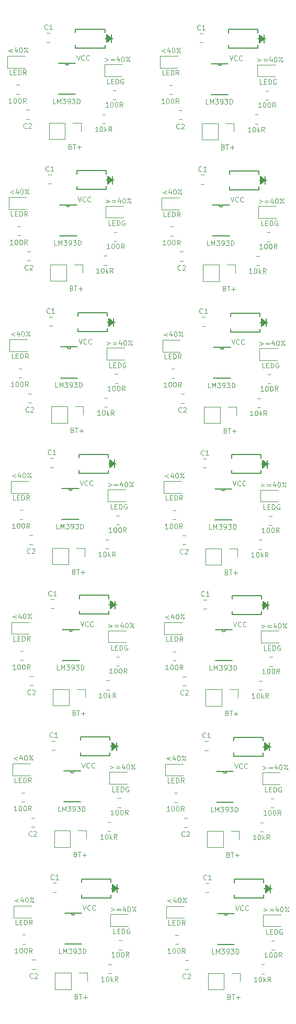
<source format=gbr>
%TF.GenerationSoftware,KiCad,Pcbnew,8.0.5*%
%TF.CreationDate,2024-12-11T00:13:19+01:00*%
%TF.ProjectId,battery-lvl-indicator-kicad.kicad_pcb-copy,62617474-6572-4792-9d6c-766c2d696e64,rev?*%
%TF.SameCoordinates,Original*%
%TF.FileFunction,Legend,Top*%
%TF.FilePolarity,Positive*%
%FSLAX46Y46*%
G04 Gerber Fmt 4.6, Leading zero omitted, Abs format (unit mm)*
G04 Created by KiCad (PCBNEW 8.0.5) date 2024-12-11 00:13:19*
%MOMM*%
%LPD*%
G01*
G04 APERTURE LIST*
%ADD10C,0.080000*%
%ADD11C,0.100000*%
%ADD12C,0.152400*%
%ADD13C,0.120000*%
G04 APERTURE END LIST*
D10*
X106211907Y-20497401D02*
X106821431Y-20725973D01*
X106821431Y-20725973D02*
X106211907Y-20954544D01*
X107202383Y-20611687D02*
X107811907Y-20611687D01*
X107811907Y-20840259D02*
X107202383Y-20840259D01*
X108535716Y-20497401D02*
X108535716Y-21030735D01*
X108345240Y-20192640D02*
X108154763Y-20764068D01*
X108154763Y-20764068D02*
X108650002Y-20764068D01*
X109107145Y-20230735D02*
X109183335Y-20230735D01*
X109183335Y-20230735D02*
X109259526Y-20268830D01*
X109259526Y-20268830D02*
X109297621Y-20306925D01*
X109297621Y-20306925D02*
X109335716Y-20383116D01*
X109335716Y-20383116D02*
X109373811Y-20535497D01*
X109373811Y-20535497D02*
X109373811Y-20725973D01*
X109373811Y-20725973D02*
X109335716Y-20878354D01*
X109335716Y-20878354D02*
X109297621Y-20954544D01*
X109297621Y-20954544D02*
X109259526Y-20992640D01*
X109259526Y-20992640D02*
X109183335Y-21030735D01*
X109183335Y-21030735D02*
X109107145Y-21030735D01*
X109107145Y-21030735D02*
X109030954Y-20992640D01*
X109030954Y-20992640D02*
X108992859Y-20954544D01*
X108992859Y-20954544D02*
X108954764Y-20878354D01*
X108954764Y-20878354D02*
X108916668Y-20725973D01*
X108916668Y-20725973D02*
X108916668Y-20535497D01*
X108916668Y-20535497D02*
X108954764Y-20383116D01*
X108954764Y-20383116D02*
X108992859Y-20306925D01*
X108992859Y-20306925D02*
X109030954Y-20268830D01*
X109030954Y-20268830D02*
X109107145Y-20230735D01*
X109678573Y-21030735D02*
X110288097Y-20230735D01*
X109792859Y-20230735D02*
X109869050Y-20268830D01*
X109869050Y-20268830D02*
X109907145Y-20345020D01*
X109907145Y-20345020D02*
X109869050Y-20421211D01*
X109869050Y-20421211D02*
X109792859Y-20459306D01*
X109792859Y-20459306D02*
X109716669Y-20421211D01*
X109716669Y-20421211D02*
X109678573Y-20345020D01*
X109678573Y-20345020D02*
X109716669Y-20268830D01*
X109716669Y-20268830D02*
X109792859Y-20230735D01*
X110250002Y-20992640D02*
X110288097Y-20916449D01*
X110288097Y-20916449D02*
X110250002Y-20840259D01*
X110250002Y-20840259D02*
X110173812Y-20802163D01*
X110173812Y-20802163D02*
X110097621Y-20840259D01*
X110097621Y-20840259D02*
X110059526Y-20916449D01*
X110059526Y-20916449D02*
X110097621Y-20992640D01*
X110097621Y-20992640D02*
X110173812Y-21030735D01*
X110173812Y-21030735D02*
X110250002Y-20992640D01*
X102033621Y-65950735D02*
X102300288Y-66750735D01*
X102300288Y-66750735D02*
X102566954Y-65950735D01*
X103290764Y-66674544D02*
X103252668Y-66712640D01*
X103252668Y-66712640D02*
X103138383Y-66750735D01*
X103138383Y-66750735D02*
X103062192Y-66750735D01*
X103062192Y-66750735D02*
X102947906Y-66712640D01*
X102947906Y-66712640D02*
X102871716Y-66636449D01*
X102871716Y-66636449D02*
X102833621Y-66560259D01*
X102833621Y-66560259D02*
X102795525Y-66407878D01*
X102795525Y-66407878D02*
X102795525Y-66293592D01*
X102795525Y-66293592D02*
X102833621Y-66141211D01*
X102833621Y-66141211D02*
X102871716Y-66065020D01*
X102871716Y-66065020D02*
X102947906Y-65988830D01*
X102947906Y-65988830D02*
X103062192Y-65950735D01*
X103062192Y-65950735D02*
X103138383Y-65950735D01*
X103138383Y-65950735D02*
X103252668Y-65988830D01*
X103252668Y-65988830D02*
X103290764Y-66026925D01*
X104090764Y-66674544D02*
X104052668Y-66712640D01*
X104052668Y-66712640D02*
X103938383Y-66750735D01*
X103938383Y-66750735D02*
X103862192Y-66750735D01*
X103862192Y-66750735D02*
X103747906Y-66712640D01*
X103747906Y-66712640D02*
X103671716Y-66636449D01*
X103671716Y-66636449D02*
X103633621Y-66560259D01*
X103633621Y-66560259D02*
X103595525Y-66407878D01*
X103595525Y-66407878D02*
X103595525Y-66293592D01*
X103595525Y-66293592D02*
X103633621Y-66141211D01*
X103633621Y-66141211D02*
X103671716Y-66065020D01*
X103671716Y-66065020D02*
X103747906Y-65988830D01*
X103747906Y-65988830D02*
X103862192Y-65950735D01*
X103862192Y-65950735D02*
X103938383Y-65950735D01*
X103938383Y-65950735D02*
X104052668Y-65988830D01*
X104052668Y-65988830D02*
X104090764Y-66026925D01*
X91835431Y-87858201D02*
X91225907Y-88086773D01*
X91225907Y-88086773D02*
X91835431Y-88315344D01*
X92559240Y-87858201D02*
X92559240Y-88391535D01*
X92368764Y-87553440D02*
X92178287Y-88124868D01*
X92178287Y-88124868D02*
X92673526Y-88124868D01*
X93130669Y-87591535D02*
X93206859Y-87591535D01*
X93206859Y-87591535D02*
X93283050Y-87629630D01*
X93283050Y-87629630D02*
X93321145Y-87667725D01*
X93321145Y-87667725D02*
X93359240Y-87743916D01*
X93359240Y-87743916D02*
X93397335Y-87896297D01*
X93397335Y-87896297D02*
X93397335Y-88086773D01*
X93397335Y-88086773D02*
X93359240Y-88239154D01*
X93359240Y-88239154D02*
X93321145Y-88315344D01*
X93321145Y-88315344D02*
X93283050Y-88353440D01*
X93283050Y-88353440D02*
X93206859Y-88391535D01*
X93206859Y-88391535D02*
X93130669Y-88391535D01*
X93130669Y-88391535D02*
X93054478Y-88353440D01*
X93054478Y-88353440D02*
X93016383Y-88315344D01*
X93016383Y-88315344D02*
X92978288Y-88239154D01*
X92978288Y-88239154D02*
X92940192Y-88086773D01*
X92940192Y-88086773D02*
X92940192Y-87896297D01*
X92940192Y-87896297D02*
X92978288Y-87743916D01*
X92978288Y-87743916D02*
X93016383Y-87667725D01*
X93016383Y-87667725D02*
X93054478Y-87629630D01*
X93054478Y-87629630D02*
X93130669Y-87591535D01*
X93702097Y-88391535D02*
X94311621Y-87591535D01*
X93816383Y-87591535D02*
X93892574Y-87629630D01*
X93892574Y-87629630D02*
X93930669Y-87705820D01*
X93930669Y-87705820D02*
X93892574Y-87782011D01*
X93892574Y-87782011D02*
X93816383Y-87820106D01*
X93816383Y-87820106D02*
X93740193Y-87782011D01*
X93740193Y-87782011D02*
X93702097Y-87705820D01*
X93702097Y-87705820D02*
X93740193Y-87629630D01*
X93740193Y-87629630D02*
X93816383Y-87591535D01*
X94273526Y-88353440D02*
X94311621Y-88277249D01*
X94311621Y-88277249D02*
X94273526Y-88201059D01*
X94273526Y-88201059D02*
X94197336Y-88162963D01*
X94197336Y-88162963D02*
X94121145Y-88201059D01*
X94121145Y-88201059D02*
X94083050Y-88277249D01*
X94083050Y-88277249D02*
X94121145Y-88353440D01*
X94121145Y-88353440D02*
X94197336Y-88391535D01*
X94197336Y-88391535D02*
X94273526Y-88353440D01*
X92267231Y-156616001D02*
X91657707Y-156844573D01*
X91657707Y-156844573D02*
X92267231Y-157073144D01*
X92991040Y-156616001D02*
X92991040Y-157149335D01*
X92800564Y-156311240D02*
X92610087Y-156882668D01*
X92610087Y-156882668D02*
X93105326Y-156882668D01*
X93562469Y-156349335D02*
X93638659Y-156349335D01*
X93638659Y-156349335D02*
X93714850Y-156387430D01*
X93714850Y-156387430D02*
X93752945Y-156425525D01*
X93752945Y-156425525D02*
X93791040Y-156501716D01*
X93791040Y-156501716D02*
X93829135Y-156654097D01*
X93829135Y-156654097D02*
X93829135Y-156844573D01*
X93829135Y-156844573D02*
X93791040Y-156996954D01*
X93791040Y-156996954D02*
X93752945Y-157073144D01*
X93752945Y-157073144D02*
X93714850Y-157111240D01*
X93714850Y-157111240D02*
X93638659Y-157149335D01*
X93638659Y-157149335D02*
X93562469Y-157149335D01*
X93562469Y-157149335D02*
X93486278Y-157111240D01*
X93486278Y-157111240D02*
X93448183Y-157073144D01*
X93448183Y-157073144D02*
X93410088Y-156996954D01*
X93410088Y-156996954D02*
X93371992Y-156844573D01*
X93371992Y-156844573D02*
X93371992Y-156654097D01*
X93371992Y-156654097D02*
X93410088Y-156501716D01*
X93410088Y-156501716D02*
X93448183Y-156425525D01*
X93448183Y-156425525D02*
X93486278Y-156387430D01*
X93486278Y-156387430D02*
X93562469Y-156349335D01*
X94133897Y-157149335D02*
X94743421Y-156349335D01*
X94248183Y-156349335D02*
X94324374Y-156387430D01*
X94324374Y-156387430D02*
X94362469Y-156463620D01*
X94362469Y-156463620D02*
X94324374Y-156539811D01*
X94324374Y-156539811D02*
X94248183Y-156577906D01*
X94248183Y-156577906D02*
X94171993Y-156539811D01*
X94171993Y-156539811D02*
X94133897Y-156463620D01*
X94133897Y-156463620D02*
X94171993Y-156387430D01*
X94171993Y-156387430D02*
X94248183Y-156349335D01*
X94705326Y-157111240D02*
X94743421Y-157035049D01*
X94743421Y-157035049D02*
X94705326Y-156958859D01*
X94705326Y-156958859D02*
X94629136Y-156920763D01*
X94629136Y-156920763D02*
X94552945Y-156958859D01*
X94552945Y-156958859D02*
X94514850Y-157035049D01*
X94514850Y-157035049D02*
X94552945Y-157111240D01*
X94552945Y-157111240D02*
X94629136Y-157149335D01*
X94629136Y-157149335D02*
X94705326Y-157111240D01*
X91479831Y-41935001D02*
X90870307Y-42163573D01*
X90870307Y-42163573D02*
X91479831Y-42392144D01*
X92203640Y-41935001D02*
X92203640Y-42468335D01*
X92013164Y-41630240D02*
X91822687Y-42201668D01*
X91822687Y-42201668D02*
X92317926Y-42201668D01*
X92775069Y-41668335D02*
X92851259Y-41668335D01*
X92851259Y-41668335D02*
X92927450Y-41706430D01*
X92927450Y-41706430D02*
X92965545Y-41744525D01*
X92965545Y-41744525D02*
X93003640Y-41820716D01*
X93003640Y-41820716D02*
X93041735Y-41973097D01*
X93041735Y-41973097D02*
X93041735Y-42163573D01*
X93041735Y-42163573D02*
X93003640Y-42315954D01*
X93003640Y-42315954D02*
X92965545Y-42392144D01*
X92965545Y-42392144D02*
X92927450Y-42430240D01*
X92927450Y-42430240D02*
X92851259Y-42468335D01*
X92851259Y-42468335D02*
X92775069Y-42468335D01*
X92775069Y-42468335D02*
X92698878Y-42430240D01*
X92698878Y-42430240D02*
X92660783Y-42392144D01*
X92660783Y-42392144D02*
X92622688Y-42315954D01*
X92622688Y-42315954D02*
X92584592Y-42163573D01*
X92584592Y-42163573D02*
X92584592Y-41973097D01*
X92584592Y-41973097D02*
X92622688Y-41820716D01*
X92622688Y-41820716D02*
X92660783Y-41744525D01*
X92660783Y-41744525D02*
X92698878Y-41706430D01*
X92698878Y-41706430D02*
X92775069Y-41668335D01*
X93346497Y-42468335D02*
X93956021Y-41668335D01*
X93460783Y-41668335D02*
X93536974Y-41706430D01*
X93536974Y-41706430D02*
X93575069Y-41782620D01*
X93575069Y-41782620D02*
X93536974Y-41858811D01*
X93536974Y-41858811D02*
X93460783Y-41896906D01*
X93460783Y-41896906D02*
X93384593Y-41858811D01*
X93384593Y-41858811D02*
X93346497Y-41782620D01*
X93346497Y-41782620D02*
X93384593Y-41706430D01*
X93384593Y-41706430D02*
X93460783Y-41668335D01*
X93917926Y-42430240D02*
X93956021Y-42354049D01*
X93956021Y-42354049D02*
X93917926Y-42277859D01*
X93917926Y-42277859D02*
X93841736Y-42239763D01*
X93841736Y-42239763D02*
X93765545Y-42277859D01*
X93765545Y-42277859D02*
X93727450Y-42354049D01*
X93727450Y-42354049D02*
X93765545Y-42430240D01*
X93765545Y-42430240D02*
X93841736Y-42468335D01*
X93841736Y-42468335D02*
X93917926Y-42430240D01*
X91276631Y-19024201D02*
X90667107Y-19252773D01*
X90667107Y-19252773D02*
X91276631Y-19481344D01*
X92000440Y-19024201D02*
X92000440Y-19557535D01*
X91809964Y-18719440D02*
X91619487Y-19290868D01*
X91619487Y-19290868D02*
X92114726Y-19290868D01*
X92571869Y-18757535D02*
X92648059Y-18757535D01*
X92648059Y-18757535D02*
X92724250Y-18795630D01*
X92724250Y-18795630D02*
X92762345Y-18833725D01*
X92762345Y-18833725D02*
X92800440Y-18909916D01*
X92800440Y-18909916D02*
X92838535Y-19062297D01*
X92838535Y-19062297D02*
X92838535Y-19252773D01*
X92838535Y-19252773D02*
X92800440Y-19405154D01*
X92800440Y-19405154D02*
X92762345Y-19481344D01*
X92762345Y-19481344D02*
X92724250Y-19519440D01*
X92724250Y-19519440D02*
X92648059Y-19557535D01*
X92648059Y-19557535D02*
X92571869Y-19557535D01*
X92571869Y-19557535D02*
X92495678Y-19519440D01*
X92495678Y-19519440D02*
X92457583Y-19481344D01*
X92457583Y-19481344D02*
X92419488Y-19405154D01*
X92419488Y-19405154D02*
X92381392Y-19252773D01*
X92381392Y-19252773D02*
X92381392Y-19062297D01*
X92381392Y-19062297D02*
X92419488Y-18909916D01*
X92419488Y-18909916D02*
X92457583Y-18833725D01*
X92457583Y-18833725D02*
X92495678Y-18795630D01*
X92495678Y-18795630D02*
X92571869Y-18757535D01*
X93143297Y-19557535D02*
X93752821Y-18757535D01*
X93257583Y-18757535D02*
X93333774Y-18795630D01*
X93333774Y-18795630D02*
X93371869Y-18871820D01*
X93371869Y-18871820D02*
X93333774Y-18948011D01*
X93333774Y-18948011D02*
X93257583Y-18986106D01*
X93257583Y-18986106D02*
X93181393Y-18948011D01*
X93181393Y-18948011D02*
X93143297Y-18871820D01*
X93143297Y-18871820D02*
X93181393Y-18795630D01*
X93181393Y-18795630D02*
X93257583Y-18757535D01*
X93714726Y-19519440D02*
X93752821Y-19443249D01*
X93752821Y-19443249D02*
X93714726Y-19367059D01*
X93714726Y-19367059D02*
X93638536Y-19328963D01*
X93638536Y-19328963D02*
X93562345Y-19367059D01*
X93562345Y-19367059D02*
X93524250Y-19443249D01*
X93524250Y-19443249D02*
X93562345Y-19519440D01*
X93562345Y-19519440D02*
X93638536Y-19557535D01*
X93638536Y-19557535D02*
X93714726Y-19519440D01*
X131154707Y-43459001D02*
X131764231Y-43687573D01*
X131764231Y-43687573D02*
X131154707Y-43916144D01*
X132145183Y-43573287D02*
X132754707Y-43573287D01*
X132754707Y-43801859D02*
X132145183Y-43801859D01*
X133478516Y-43459001D02*
X133478516Y-43992335D01*
X133288040Y-43154240D02*
X133097563Y-43725668D01*
X133097563Y-43725668D02*
X133592802Y-43725668D01*
X134049945Y-43192335D02*
X134126135Y-43192335D01*
X134126135Y-43192335D02*
X134202326Y-43230430D01*
X134202326Y-43230430D02*
X134240421Y-43268525D01*
X134240421Y-43268525D02*
X134278516Y-43344716D01*
X134278516Y-43344716D02*
X134316611Y-43497097D01*
X134316611Y-43497097D02*
X134316611Y-43687573D01*
X134316611Y-43687573D02*
X134278516Y-43839954D01*
X134278516Y-43839954D02*
X134240421Y-43916144D01*
X134240421Y-43916144D02*
X134202326Y-43954240D01*
X134202326Y-43954240D02*
X134126135Y-43992335D01*
X134126135Y-43992335D02*
X134049945Y-43992335D01*
X134049945Y-43992335D02*
X133973754Y-43954240D01*
X133973754Y-43954240D02*
X133935659Y-43916144D01*
X133935659Y-43916144D02*
X133897564Y-43839954D01*
X133897564Y-43839954D02*
X133859468Y-43687573D01*
X133859468Y-43687573D02*
X133859468Y-43497097D01*
X133859468Y-43497097D02*
X133897564Y-43344716D01*
X133897564Y-43344716D02*
X133935659Y-43268525D01*
X133935659Y-43268525D02*
X133973754Y-43230430D01*
X133973754Y-43230430D02*
X134049945Y-43192335D01*
X134621373Y-43992335D02*
X135230897Y-43192335D01*
X134735659Y-43192335D02*
X134811850Y-43230430D01*
X134811850Y-43230430D02*
X134849945Y-43306620D01*
X134849945Y-43306620D02*
X134811850Y-43382811D01*
X134811850Y-43382811D02*
X134735659Y-43420906D01*
X134735659Y-43420906D02*
X134659469Y-43382811D01*
X134659469Y-43382811D02*
X134621373Y-43306620D01*
X134621373Y-43306620D02*
X134659469Y-43230430D01*
X134659469Y-43230430D02*
X134735659Y-43192335D01*
X135192802Y-43954240D02*
X135230897Y-43878049D01*
X135230897Y-43878049D02*
X135192802Y-43801859D01*
X135192802Y-43801859D02*
X135116612Y-43763763D01*
X135116612Y-43763763D02*
X135040421Y-43801859D01*
X135040421Y-43801859D02*
X135002326Y-43878049D01*
X135002326Y-43878049D02*
X135040421Y-43954240D01*
X135040421Y-43954240D02*
X135116612Y-43992335D01*
X135116612Y-43992335D02*
X135192802Y-43954240D01*
X131586507Y-112216801D02*
X132196031Y-112445373D01*
X132196031Y-112445373D02*
X131586507Y-112673944D01*
X132576983Y-112331087D02*
X133186507Y-112331087D01*
X133186507Y-112559659D02*
X132576983Y-112559659D01*
X133910316Y-112216801D02*
X133910316Y-112750135D01*
X133719840Y-111912040D02*
X133529363Y-112483468D01*
X133529363Y-112483468D02*
X134024602Y-112483468D01*
X134481745Y-111950135D02*
X134557935Y-111950135D01*
X134557935Y-111950135D02*
X134634126Y-111988230D01*
X134634126Y-111988230D02*
X134672221Y-112026325D01*
X134672221Y-112026325D02*
X134710316Y-112102516D01*
X134710316Y-112102516D02*
X134748411Y-112254897D01*
X134748411Y-112254897D02*
X134748411Y-112445373D01*
X134748411Y-112445373D02*
X134710316Y-112597754D01*
X134710316Y-112597754D02*
X134672221Y-112673944D01*
X134672221Y-112673944D02*
X134634126Y-112712040D01*
X134634126Y-112712040D02*
X134557935Y-112750135D01*
X134557935Y-112750135D02*
X134481745Y-112750135D01*
X134481745Y-112750135D02*
X134405554Y-112712040D01*
X134405554Y-112712040D02*
X134367459Y-112673944D01*
X134367459Y-112673944D02*
X134329364Y-112597754D01*
X134329364Y-112597754D02*
X134291268Y-112445373D01*
X134291268Y-112445373D02*
X134291268Y-112254897D01*
X134291268Y-112254897D02*
X134329364Y-112102516D01*
X134329364Y-112102516D02*
X134367459Y-112026325D01*
X134367459Y-112026325D02*
X134405554Y-111988230D01*
X134405554Y-111988230D02*
X134481745Y-111950135D01*
X135053173Y-112750135D02*
X135662697Y-111950135D01*
X135167459Y-111950135D02*
X135243650Y-111988230D01*
X135243650Y-111988230D02*
X135281745Y-112064420D01*
X135281745Y-112064420D02*
X135243650Y-112140611D01*
X135243650Y-112140611D02*
X135167459Y-112178706D01*
X135167459Y-112178706D02*
X135091269Y-112140611D01*
X135091269Y-112140611D02*
X135053173Y-112064420D01*
X135053173Y-112064420D02*
X135091269Y-111988230D01*
X135091269Y-111988230D02*
X135167459Y-111950135D01*
X135624602Y-112712040D02*
X135662697Y-112635849D01*
X135662697Y-112635849D02*
X135624602Y-112559659D01*
X135624602Y-112559659D02*
X135548412Y-112521563D01*
X135548412Y-112521563D02*
X135472221Y-112559659D01*
X135472221Y-112559659D02*
X135434126Y-112635849D01*
X135434126Y-112635849D02*
X135472221Y-112712040D01*
X135472221Y-112712040D02*
X135548412Y-112750135D01*
X135548412Y-112750135D02*
X135624602Y-112712040D01*
X116219431Y-41985801D02*
X115609907Y-42214373D01*
X115609907Y-42214373D02*
X116219431Y-42442944D01*
X116943240Y-41985801D02*
X116943240Y-42519135D01*
X116752764Y-41681040D02*
X116562287Y-42252468D01*
X116562287Y-42252468D02*
X117057526Y-42252468D01*
X117514669Y-41719135D02*
X117590859Y-41719135D01*
X117590859Y-41719135D02*
X117667050Y-41757230D01*
X117667050Y-41757230D02*
X117705145Y-41795325D01*
X117705145Y-41795325D02*
X117743240Y-41871516D01*
X117743240Y-41871516D02*
X117781335Y-42023897D01*
X117781335Y-42023897D02*
X117781335Y-42214373D01*
X117781335Y-42214373D02*
X117743240Y-42366754D01*
X117743240Y-42366754D02*
X117705145Y-42442944D01*
X117705145Y-42442944D02*
X117667050Y-42481040D01*
X117667050Y-42481040D02*
X117590859Y-42519135D01*
X117590859Y-42519135D02*
X117514669Y-42519135D01*
X117514669Y-42519135D02*
X117438478Y-42481040D01*
X117438478Y-42481040D02*
X117400383Y-42442944D01*
X117400383Y-42442944D02*
X117362288Y-42366754D01*
X117362288Y-42366754D02*
X117324192Y-42214373D01*
X117324192Y-42214373D02*
X117324192Y-42023897D01*
X117324192Y-42023897D02*
X117362288Y-41871516D01*
X117362288Y-41871516D02*
X117400383Y-41795325D01*
X117400383Y-41795325D02*
X117438478Y-41757230D01*
X117438478Y-41757230D02*
X117514669Y-41719135D01*
X118086097Y-42519135D02*
X118695621Y-41719135D01*
X118200383Y-41719135D02*
X118276574Y-41757230D01*
X118276574Y-41757230D02*
X118314669Y-41833420D01*
X118314669Y-41833420D02*
X118276574Y-41909611D01*
X118276574Y-41909611D02*
X118200383Y-41947706D01*
X118200383Y-41947706D02*
X118124193Y-41909611D01*
X118124193Y-41909611D02*
X118086097Y-41833420D01*
X118086097Y-41833420D02*
X118124193Y-41757230D01*
X118124193Y-41757230D02*
X118200383Y-41719135D01*
X118657526Y-42481040D02*
X118695621Y-42404849D01*
X118695621Y-42404849D02*
X118657526Y-42328659D01*
X118657526Y-42328659D02*
X118581336Y-42290563D01*
X118581336Y-42290563D02*
X118505145Y-42328659D01*
X118505145Y-42328659D02*
X118467050Y-42404849D01*
X118467050Y-42404849D02*
X118505145Y-42481040D01*
X118505145Y-42481040D02*
X118581336Y-42519135D01*
X118581336Y-42519135D02*
X118657526Y-42481040D01*
X91632231Y-64947401D02*
X91022707Y-65175973D01*
X91022707Y-65175973D02*
X91632231Y-65404544D01*
X92356040Y-64947401D02*
X92356040Y-65480735D01*
X92165564Y-64642640D02*
X91975087Y-65214068D01*
X91975087Y-65214068D02*
X92470326Y-65214068D01*
X92927469Y-64680735D02*
X93003659Y-64680735D01*
X93003659Y-64680735D02*
X93079850Y-64718830D01*
X93079850Y-64718830D02*
X93117945Y-64756925D01*
X93117945Y-64756925D02*
X93156040Y-64833116D01*
X93156040Y-64833116D02*
X93194135Y-64985497D01*
X93194135Y-64985497D02*
X93194135Y-65175973D01*
X93194135Y-65175973D02*
X93156040Y-65328354D01*
X93156040Y-65328354D02*
X93117945Y-65404544D01*
X93117945Y-65404544D02*
X93079850Y-65442640D01*
X93079850Y-65442640D02*
X93003659Y-65480735D01*
X93003659Y-65480735D02*
X92927469Y-65480735D01*
X92927469Y-65480735D02*
X92851278Y-65442640D01*
X92851278Y-65442640D02*
X92813183Y-65404544D01*
X92813183Y-65404544D02*
X92775088Y-65328354D01*
X92775088Y-65328354D02*
X92736992Y-65175973D01*
X92736992Y-65175973D02*
X92736992Y-64985497D01*
X92736992Y-64985497D02*
X92775088Y-64833116D01*
X92775088Y-64833116D02*
X92813183Y-64756925D01*
X92813183Y-64756925D02*
X92851278Y-64718830D01*
X92851278Y-64718830D02*
X92927469Y-64680735D01*
X93498897Y-65480735D02*
X94108421Y-64680735D01*
X93613183Y-64680735D02*
X93689374Y-64718830D01*
X93689374Y-64718830D02*
X93727469Y-64795020D01*
X93727469Y-64795020D02*
X93689374Y-64871211D01*
X93689374Y-64871211D02*
X93613183Y-64909306D01*
X93613183Y-64909306D02*
X93536993Y-64871211D01*
X93536993Y-64871211D02*
X93498897Y-64795020D01*
X93498897Y-64795020D02*
X93536993Y-64718830D01*
X93536993Y-64718830D02*
X93613183Y-64680735D01*
X94070326Y-65442640D02*
X94108421Y-65366449D01*
X94108421Y-65366449D02*
X94070326Y-65290259D01*
X94070326Y-65290259D02*
X93994136Y-65252163D01*
X93994136Y-65252163D02*
X93917945Y-65290259D01*
X93917945Y-65290259D02*
X93879850Y-65366449D01*
X93879850Y-65366449D02*
X93917945Y-65442640D01*
X93917945Y-65442640D02*
X93994136Y-65480735D01*
X93994136Y-65480735D02*
X94070326Y-65442640D01*
X102516221Y-134606935D02*
X102782888Y-135406935D01*
X102782888Y-135406935D02*
X103049554Y-134606935D01*
X103773364Y-135330744D02*
X103735268Y-135368840D01*
X103735268Y-135368840D02*
X103620983Y-135406935D01*
X103620983Y-135406935D02*
X103544792Y-135406935D01*
X103544792Y-135406935D02*
X103430506Y-135368840D01*
X103430506Y-135368840D02*
X103354316Y-135292649D01*
X103354316Y-135292649D02*
X103316221Y-135216459D01*
X103316221Y-135216459D02*
X103278125Y-135064078D01*
X103278125Y-135064078D02*
X103278125Y-134949792D01*
X103278125Y-134949792D02*
X103316221Y-134797411D01*
X103316221Y-134797411D02*
X103354316Y-134721220D01*
X103354316Y-134721220D02*
X103430506Y-134645030D01*
X103430506Y-134645030D02*
X103544792Y-134606935D01*
X103544792Y-134606935D02*
X103620983Y-134606935D01*
X103620983Y-134606935D02*
X103735268Y-134645030D01*
X103735268Y-134645030D02*
X103773364Y-134683125D01*
X104573364Y-135330744D02*
X104535268Y-135368840D01*
X104535268Y-135368840D02*
X104420983Y-135406935D01*
X104420983Y-135406935D02*
X104344792Y-135406935D01*
X104344792Y-135406935D02*
X104230506Y-135368840D01*
X104230506Y-135368840D02*
X104154316Y-135292649D01*
X104154316Y-135292649D02*
X104116221Y-135216459D01*
X104116221Y-135216459D02*
X104078125Y-135064078D01*
X104078125Y-135064078D02*
X104078125Y-134949792D01*
X104078125Y-134949792D02*
X104116221Y-134797411D01*
X104116221Y-134797411D02*
X104154316Y-134721220D01*
X104154316Y-134721220D02*
X104230506Y-134645030D01*
X104230506Y-134645030D02*
X104344792Y-134606935D01*
X104344792Y-134606935D02*
X104420983Y-134606935D01*
X104420983Y-134606935D02*
X104535268Y-134645030D01*
X104535268Y-134645030D02*
X104573364Y-134683125D01*
X116854431Y-133654401D02*
X116244907Y-133882973D01*
X116244907Y-133882973D02*
X116854431Y-134111544D01*
X117578240Y-133654401D02*
X117578240Y-134187735D01*
X117387764Y-133349640D02*
X117197287Y-133921068D01*
X117197287Y-133921068D02*
X117692526Y-133921068D01*
X118149669Y-133387735D02*
X118225859Y-133387735D01*
X118225859Y-133387735D02*
X118302050Y-133425830D01*
X118302050Y-133425830D02*
X118340145Y-133463925D01*
X118340145Y-133463925D02*
X118378240Y-133540116D01*
X118378240Y-133540116D02*
X118416335Y-133692497D01*
X118416335Y-133692497D02*
X118416335Y-133882973D01*
X118416335Y-133882973D02*
X118378240Y-134035354D01*
X118378240Y-134035354D02*
X118340145Y-134111544D01*
X118340145Y-134111544D02*
X118302050Y-134149640D01*
X118302050Y-134149640D02*
X118225859Y-134187735D01*
X118225859Y-134187735D02*
X118149669Y-134187735D01*
X118149669Y-134187735D02*
X118073478Y-134149640D01*
X118073478Y-134149640D02*
X118035383Y-134111544D01*
X118035383Y-134111544D02*
X117997288Y-134035354D01*
X117997288Y-134035354D02*
X117959192Y-133882973D01*
X117959192Y-133882973D02*
X117959192Y-133692497D01*
X117959192Y-133692497D02*
X117997288Y-133540116D01*
X117997288Y-133540116D02*
X118035383Y-133463925D01*
X118035383Y-133463925D02*
X118073478Y-133425830D01*
X118073478Y-133425830D02*
X118149669Y-133387735D01*
X118721097Y-134187735D02*
X119330621Y-133387735D01*
X118835383Y-133387735D02*
X118911574Y-133425830D01*
X118911574Y-133425830D02*
X118949669Y-133502020D01*
X118949669Y-133502020D02*
X118911574Y-133578211D01*
X118911574Y-133578211D02*
X118835383Y-133616306D01*
X118835383Y-133616306D02*
X118759193Y-133578211D01*
X118759193Y-133578211D02*
X118721097Y-133502020D01*
X118721097Y-133502020D02*
X118759193Y-133425830D01*
X118759193Y-133425830D02*
X118835383Y-133387735D01*
X119292526Y-134149640D02*
X119330621Y-134073449D01*
X119330621Y-134073449D02*
X119292526Y-133997259D01*
X119292526Y-133997259D02*
X119216336Y-133959163D01*
X119216336Y-133959163D02*
X119140145Y-133997259D01*
X119140145Y-133997259D02*
X119102050Y-134073449D01*
X119102050Y-134073449D02*
X119140145Y-134149640D01*
X119140145Y-134149640D02*
X119216336Y-134187735D01*
X119216336Y-134187735D02*
X119292526Y-134149640D01*
X106415107Y-43408201D02*
X107024631Y-43636773D01*
X107024631Y-43636773D02*
X106415107Y-43865344D01*
X107405583Y-43522487D02*
X108015107Y-43522487D01*
X108015107Y-43751059D02*
X107405583Y-43751059D01*
X108738916Y-43408201D02*
X108738916Y-43941535D01*
X108548440Y-43103440D02*
X108357963Y-43674868D01*
X108357963Y-43674868D02*
X108853202Y-43674868D01*
X109310345Y-43141535D02*
X109386535Y-43141535D01*
X109386535Y-43141535D02*
X109462726Y-43179630D01*
X109462726Y-43179630D02*
X109500821Y-43217725D01*
X109500821Y-43217725D02*
X109538916Y-43293916D01*
X109538916Y-43293916D02*
X109577011Y-43446297D01*
X109577011Y-43446297D02*
X109577011Y-43636773D01*
X109577011Y-43636773D02*
X109538916Y-43789154D01*
X109538916Y-43789154D02*
X109500821Y-43865344D01*
X109500821Y-43865344D02*
X109462726Y-43903440D01*
X109462726Y-43903440D02*
X109386535Y-43941535D01*
X109386535Y-43941535D02*
X109310345Y-43941535D01*
X109310345Y-43941535D02*
X109234154Y-43903440D01*
X109234154Y-43903440D02*
X109196059Y-43865344D01*
X109196059Y-43865344D02*
X109157964Y-43789154D01*
X109157964Y-43789154D02*
X109119868Y-43636773D01*
X109119868Y-43636773D02*
X109119868Y-43446297D01*
X109119868Y-43446297D02*
X109157964Y-43293916D01*
X109157964Y-43293916D02*
X109196059Y-43217725D01*
X109196059Y-43217725D02*
X109234154Y-43179630D01*
X109234154Y-43179630D02*
X109310345Y-43141535D01*
X109881773Y-43941535D02*
X110491297Y-43141535D01*
X109996059Y-43141535D02*
X110072250Y-43179630D01*
X110072250Y-43179630D02*
X110110345Y-43255820D01*
X110110345Y-43255820D02*
X110072250Y-43332011D01*
X110072250Y-43332011D02*
X109996059Y-43370106D01*
X109996059Y-43370106D02*
X109919869Y-43332011D01*
X109919869Y-43332011D02*
X109881773Y-43255820D01*
X109881773Y-43255820D02*
X109919869Y-43179630D01*
X109919869Y-43179630D02*
X109996059Y-43141535D01*
X110453202Y-43903440D02*
X110491297Y-43827249D01*
X110491297Y-43827249D02*
X110453202Y-43751059D01*
X110453202Y-43751059D02*
X110377012Y-43712963D01*
X110377012Y-43712963D02*
X110300821Y-43751059D01*
X110300821Y-43751059D02*
X110262726Y-43827249D01*
X110262726Y-43827249D02*
X110300821Y-43903440D01*
X110300821Y-43903440D02*
X110377012Y-43941535D01*
X110377012Y-43941535D02*
X110453202Y-43903440D01*
X106770707Y-89331401D02*
X107380231Y-89559973D01*
X107380231Y-89559973D02*
X106770707Y-89788544D01*
X107761183Y-89445687D02*
X108370707Y-89445687D01*
X108370707Y-89674259D02*
X107761183Y-89674259D01*
X109094516Y-89331401D02*
X109094516Y-89864735D01*
X108904040Y-89026640D02*
X108713563Y-89598068D01*
X108713563Y-89598068D02*
X109208802Y-89598068D01*
X109665945Y-89064735D02*
X109742135Y-89064735D01*
X109742135Y-89064735D02*
X109818326Y-89102830D01*
X109818326Y-89102830D02*
X109856421Y-89140925D01*
X109856421Y-89140925D02*
X109894516Y-89217116D01*
X109894516Y-89217116D02*
X109932611Y-89369497D01*
X109932611Y-89369497D02*
X109932611Y-89559973D01*
X109932611Y-89559973D02*
X109894516Y-89712354D01*
X109894516Y-89712354D02*
X109856421Y-89788544D01*
X109856421Y-89788544D02*
X109818326Y-89826640D01*
X109818326Y-89826640D02*
X109742135Y-89864735D01*
X109742135Y-89864735D02*
X109665945Y-89864735D01*
X109665945Y-89864735D02*
X109589754Y-89826640D01*
X109589754Y-89826640D02*
X109551659Y-89788544D01*
X109551659Y-89788544D02*
X109513564Y-89712354D01*
X109513564Y-89712354D02*
X109475468Y-89559973D01*
X109475468Y-89559973D02*
X109475468Y-89369497D01*
X109475468Y-89369497D02*
X109513564Y-89217116D01*
X109513564Y-89217116D02*
X109551659Y-89140925D01*
X109551659Y-89140925D02*
X109589754Y-89102830D01*
X109589754Y-89102830D02*
X109665945Y-89064735D01*
X110237373Y-89864735D02*
X110846897Y-89064735D01*
X110351659Y-89064735D02*
X110427850Y-89102830D01*
X110427850Y-89102830D02*
X110465945Y-89179020D01*
X110465945Y-89179020D02*
X110427850Y-89255211D01*
X110427850Y-89255211D02*
X110351659Y-89293306D01*
X110351659Y-89293306D02*
X110275469Y-89255211D01*
X110275469Y-89255211D02*
X110237373Y-89179020D01*
X110237373Y-89179020D02*
X110275469Y-89102830D01*
X110275469Y-89102830D02*
X110351659Y-89064735D01*
X110808802Y-89826640D02*
X110846897Y-89750449D01*
X110846897Y-89750449D02*
X110808802Y-89674259D01*
X110808802Y-89674259D02*
X110732612Y-89636163D01*
X110732612Y-89636163D02*
X110656421Y-89674259D01*
X110656421Y-89674259D02*
X110618326Y-89750449D01*
X110618326Y-89750449D02*
X110656421Y-89826640D01*
X110656421Y-89826640D02*
X110732612Y-89864735D01*
X110732612Y-89864735D02*
X110808802Y-89826640D01*
X116651231Y-110743601D02*
X116041707Y-110972173D01*
X116041707Y-110972173D02*
X116651231Y-111200744D01*
X117375040Y-110743601D02*
X117375040Y-111276935D01*
X117184564Y-110438840D02*
X116994087Y-111010268D01*
X116994087Y-111010268D02*
X117489326Y-111010268D01*
X117946469Y-110476935D02*
X118022659Y-110476935D01*
X118022659Y-110476935D02*
X118098850Y-110515030D01*
X118098850Y-110515030D02*
X118136945Y-110553125D01*
X118136945Y-110553125D02*
X118175040Y-110629316D01*
X118175040Y-110629316D02*
X118213135Y-110781697D01*
X118213135Y-110781697D02*
X118213135Y-110972173D01*
X118213135Y-110972173D02*
X118175040Y-111124554D01*
X118175040Y-111124554D02*
X118136945Y-111200744D01*
X118136945Y-111200744D02*
X118098850Y-111238840D01*
X118098850Y-111238840D02*
X118022659Y-111276935D01*
X118022659Y-111276935D02*
X117946469Y-111276935D01*
X117946469Y-111276935D02*
X117870278Y-111238840D01*
X117870278Y-111238840D02*
X117832183Y-111200744D01*
X117832183Y-111200744D02*
X117794088Y-111124554D01*
X117794088Y-111124554D02*
X117755992Y-110972173D01*
X117755992Y-110972173D02*
X117755992Y-110781697D01*
X117755992Y-110781697D02*
X117794088Y-110629316D01*
X117794088Y-110629316D02*
X117832183Y-110553125D01*
X117832183Y-110553125D02*
X117870278Y-110515030D01*
X117870278Y-110515030D02*
X117946469Y-110476935D01*
X118517897Y-111276935D02*
X119127421Y-110476935D01*
X118632183Y-110476935D02*
X118708374Y-110515030D01*
X118708374Y-110515030D02*
X118746469Y-110591220D01*
X118746469Y-110591220D02*
X118708374Y-110667411D01*
X118708374Y-110667411D02*
X118632183Y-110705506D01*
X118632183Y-110705506D02*
X118555993Y-110667411D01*
X118555993Y-110667411D02*
X118517897Y-110591220D01*
X118517897Y-110591220D02*
X118555993Y-110515030D01*
X118555993Y-110515030D02*
X118632183Y-110476935D01*
X119089326Y-111238840D02*
X119127421Y-111162649D01*
X119127421Y-111162649D02*
X119089326Y-111086459D01*
X119089326Y-111086459D02*
X119013136Y-111048363D01*
X119013136Y-111048363D02*
X118936945Y-111086459D01*
X118936945Y-111086459D02*
X118898850Y-111162649D01*
X118898850Y-111162649D02*
X118936945Y-111238840D01*
X118936945Y-111238840D02*
X119013136Y-111276935D01*
X119013136Y-111276935D02*
X119089326Y-111238840D01*
X116371831Y-64998201D02*
X115762307Y-65226773D01*
X115762307Y-65226773D02*
X116371831Y-65455344D01*
X117095640Y-64998201D02*
X117095640Y-65531535D01*
X116905164Y-64693440D02*
X116714687Y-65264868D01*
X116714687Y-65264868D02*
X117209926Y-65264868D01*
X117667069Y-64731535D02*
X117743259Y-64731535D01*
X117743259Y-64731535D02*
X117819450Y-64769630D01*
X117819450Y-64769630D02*
X117857545Y-64807725D01*
X117857545Y-64807725D02*
X117895640Y-64883916D01*
X117895640Y-64883916D02*
X117933735Y-65036297D01*
X117933735Y-65036297D02*
X117933735Y-65226773D01*
X117933735Y-65226773D02*
X117895640Y-65379154D01*
X117895640Y-65379154D02*
X117857545Y-65455344D01*
X117857545Y-65455344D02*
X117819450Y-65493440D01*
X117819450Y-65493440D02*
X117743259Y-65531535D01*
X117743259Y-65531535D02*
X117667069Y-65531535D01*
X117667069Y-65531535D02*
X117590878Y-65493440D01*
X117590878Y-65493440D02*
X117552783Y-65455344D01*
X117552783Y-65455344D02*
X117514688Y-65379154D01*
X117514688Y-65379154D02*
X117476592Y-65226773D01*
X117476592Y-65226773D02*
X117476592Y-65036297D01*
X117476592Y-65036297D02*
X117514688Y-64883916D01*
X117514688Y-64883916D02*
X117552783Y-64807725D01*
X117552783Y-64807725D02*
X117590878Y-64769630D01*
X117590878Y-64769630D02*
X117667069Y-64731535D01*
X118238497Y-65531535D02*
X118848021Y-64731535D01*
X118352783Y-64731535D02*
X118428974Y-64769630D01*
X118428974Y-64769630D02*
X118467069Y-64845820D01*
X118467069Y-64845820D02*
X118428974Y-64922011D01*
X118428974Y-64922011D02*
X118352783Y-64960106D01*
X118352783Y-64960106D02*
X118276593Y-64922011D01*
X118276593Y-64922011D02*
X118238497Y-64845820D01*
X118238497Y-64845820D02*
X118276593Y-64769630D01*
X118276593Y-64769630D02*
X118352783Y-64731535D01*
X118809926Y-65493440D02*
X118848021Y-65417249D01*
X118848021Y-65417249D02*
X118809926Y-65341059D01*
X118809926Y-65341059D02*
X118733736Y-65302963D01*
X118733736Y-65302963D02*
X118657545Y-65341059D01*
X118657545Y-65341059D02*
X118619450Y-65417249D01*
X118619450Y-65417249D02*
X118657545Y-65493440D01*
X118657545Y-65493440D02*
X118733736Y-65531535D01*
X118733736Y-65531535D02*
X118809926Y-65493440D01*
X91911631Y-110692801D02*
X91302107Y-110921373D01*
X91302107Y-110921373D02*
X91911631Y-111149944D01*
X92635440Y-110692801D02*
X92635440Y-111226135D01*
X92444964Y-110388040D02*
X92254487Y-110959468D01*
X92254487Y-110959468D02*
X92749726Y-110959468D01*
X93206869Y-110426135D02*
X93283059Y-110426135D01*
X93283059Y-110426135D02*
X93359250Y-110464230D01*
X93359250Y-110464230D02*
X93397345Y-110502325D01*
X93397345Y-110502325D02*
X93435440Y-110578516D01*
X93435440Y-110578516D02*
X93473535Y-110730897D01*
X93473535Y-110730897D02*
X93473535Y-110921373D01*
X93473535Y-110921373D02*
X93435440Y-111073754D01*
X93435440Y-111073754D02*
X93397345Y-111149944D01*
X93397345Y-111149944D02*
X93359250Y-111188040D01*
X93359250Y-111188040D02*
X93283059Y-111226135D01*
X93283059Y-111226135D02*
X93206869Y-111226135D01*
X93206869Y-111226135D02*
X93130678Y-111188040D01*
X93130678Y-111188040D02*
X93092583Y-111149944D01*
X93092583Y-111149944D02*
X93054488Y-111073754D01*
X93054488Y-111073754D02*
X93016392Y-110921373D01*
X93016392Y-110921373D02*
X93016392Y-110730897D01*
X93016392Y-110730897D02*
X93054488Y-110578516D01*
X93054488Y-110578516D02*
X93092583Y-110502325D01*
X93092583Y-110502325D02*
X93130678Y-110464230D01*
X93130678Y-110464230D02*
X93206869Y-110426135D01*
X93778297Y-111226135D02*
X94387821Y-110426135D01*
X93892583Y-110426135D02*
X93968774Y-110464230D01*
X93968774Y-110464230D02*
X94006869Y-110540420D01*
X94006869Y-110540420D02*
X93968774Y-110616611D01*
X93968774Y-110616611D02*
X93892583Y-110654706D01*
X93892583Y-110654706D02*
X93816393Y-110616611D01*
X93816393Y-110616611D02*
X93778297Y-110540420D01*
X93778297Y-110540420D02*
X93816393Y-110464230D01*
X93816393Y-110464230D02*
X93892583Y-110426135D01*
X94349726Y-111188040D02*
X94387821Y-111111849D01*
X94387821Y-111111849D02*
X94349726Y-111035659D01*
X94349726Y-111035659D02*
X94273536Y-110997563D01*
X94273536Y-110997563D02*
X94197345Y-111035659D01*
X94197345Y-111035659D02*
X94159250Y-111111849D01*
X94159250Y-111111849D02*
X94197345Y-111188040D01*
X94197345Y-111188040D02*
X94273536Y-111226135D01*
X94273536Y-111226135D02*
X94349726Y-111188040D01*
X130951507Y-20548201D02*
X131561031Y-20776773D01*
X131561031Y-20776773D02*
X130951507Y-21005344D01*
X131941983Y-20662487D02*
X132551507Y-20662487D01*
X132551507Y-20891059D02*
X131941983Y-20891059D01*
X133275316Y-20548201D02*
X133275316Y-21081535D01*
X133084840Y-20243440D02*
X132894363Y-20814868D01*
X132894363Y-20814868D02*
X133389602Y-20814868D01*
X133846745Y-20281535D02*
X133922935Y-20281535D01*
X133922935Y-20281535D02*
X133999126Y-20319630D01*
X133999126Y-20319630D02*
X134037221Y-20357725D01*
X134037221Y-20357725D02*
X134075316Y-20433916D01*
X134075316Y-20433916D02*
X134113411Y-20586297D01*
X134113411Y-20586297D02*
X134113411Y-20776773D01*
X134113411Y-20776773D02*
X134075316Y-20929154D01*
X134075316Y-20929154D02*
X134037221Y-21005344D01*
X134037221Y-21005344D02*
X133999126Y-21043440D01*
X133999126Y-21043440D02*
X133922935Y-21081535D01*
X133922935Y-21081535D02*
X133846745Y-21081535D01*
X133846745Y-21081535D02*
X133770554Y-21043440D01*
X133770554Y-21043440D02*
X133732459Y-21005344D01*
X133732459Y-21005344D02*
X133694364Y-20929154D01*
X133694364Y-20929154D02*
X133656268Y-20776773D01*
X133656268Y-20776773D02*
X133656268Y-20586297D01*
X133656268Y-20586297D02*
X133694364Y-20433916D01*
X133694364Y-20433916D02*
X133732459Y-20357725D01*
X133732459Y-20357725D02*
X133770554Y-20319630D01*
X133770554Y-20319630D02*
X133846745Y-20281535D01*
X134418173Y-21081535D02*
X135027697Y-20281535D01*
X134532459Y-20281535D02*
X134608650Y-20319630D01*
X134608650Y-20319630D02*
X134646745Y-20395820D01*
X134646745Y-20395820D02*
X134608650Y-20472011D01*
X134608650Y-20472011D02*
X134532459Y-20510106D01*
X134532459Y-20510106D02*
X134456269Y-20472011D01*
X134456269Y-20472011D02*
X134418173Y-20395820D01*
X134418173Y-20395820D02*
X134456269Y-20319630D01*
X134456269Y-20319630D02*
X134532459Y-20281535D01*
X134989602Y-21043440D02*
X135027697Y-20967249D01*
X135027697Y-20967249D02*
X134989602Y-20891059D01*
X134989602Y-20891059D02*
X134913412Y-20852963D01*
X134913412Y-20852963D02*
X134837221Y-20891059D01*
X134837221Y-20891059D02*
X134799126Y-20967249D01*
X134799126Y-20967249D02*
X134837221Y-21043440D01*
X134837221Y-21043440D02*
X134913412Y-21081535D01*
X134913412Y-21081535D02*
X134989602Y-21043440D01*
X126620821Y-42989135D02*
X126887488Y-43789135D01*
X126887488Y-43789135D02*
X127154154Y-42989135D01*
X127877964Y-43712944D02*
X127839868Y-43751040D01*
X127839868Y-43751040D02*
X127725583Y-43789135D01*
X127725583Y-43789135D02*
X127649392Y-43789135D01*
X127649392Y-43789135D02*
X127535106Y-43751040D01*
X127535106Y-43751040D02*
X127458916Y-43674849D01*
X127458916Y-43674849D02*
X127420821Y-43598659D01*
X127420821Y-43598659D02*
X127382725Y-43446278D01*
X127382725Y-43446278D02*
X127382725Y-43331992D01*
X127382725Y-43331992D02*
X127420821Y-43179611D01*
X127420821Y-43179611D02*
X127458916Y-43103420D01*
X127458916Y-43103420D02*
X127535106Y-43027230D01*
X127535106Y-43027230D02*
X127649392Y-42989135D01*
X127649392Y-42989135D02*
X127725583Y-42989135D01*
X127725583Y-42989135D02*
X127839868Y-43027230D01*
X127839868Y-43027230D02*
X127877964Y-43065325D01*
X128677964Y-43712944D02*
X128639868Y-43751040D01*
X128639868Y-43751040D02*
X128525583Y-43789135D01*
X128525583Y-43789135D02*
X128449392Y-43789135D01*
X128449392Y-43789135D02*
X128335106Y-43751040D01*
X128335106Y-43751040D02*
X128258916Y-43674849D01*
X128258916Y-43674849D02*
X128220821Y-43598659D01*
X128220821Y-43598659D02*
X128182725Y-43446278D01*
X128182725Y-43446278D02*
X128182725Y-43331992D01*
X128182725Y-43331992D02*
X128220821Y-43179611D01*
X128220821Y-43179611D02*
X128258916Y-43103420D01*
X128258916Y-43103420D02*
X128335106Y-43027230D01*
X128335106Y-43027230D02*
X128449392Y-42989135D01*
X128449392Y-42989135D02*
X128525583Y-42989135D01*
X128525583Y-42989135D02*
X128639868Y-43027230D01*
X128639868Y-43027230D02*
X128677964Y-43065325D01*
X107050107Y-135076801D02*
X107659631Y-135305373D01*
X107659631Y-135305373D02*
X107050107Y-135533944D01*
X108040583Y-135191087D02*
X108650107Y-135191087D01*
X108650107Y-135419659D02*
X108040583Y-135419659D01*
X109373916Y-135076801D02*
X109373916Y-135610135D01*
X109183440Y-134772040D02*
X108992963Y-135343468D01*
X108992963Y-135343468D02*
X109488202Y-135343468D01*
X109945345Y-134810135D02*
X110021535Y-134810135D01*
X110021535Y-134810135D02*
X110097726Y-134848230D01*
X110097726Y-134848230D02*
X110135821Y-134886325D01*
X110135821Y-134886325D02*
X110173916Y-134962516D01*
X110173916Y-134962516D02*
X110212011Y-135114897D01*
X110212011Y-135114897D02*
X110212011Y-135305373D01*
X110212011Y-135305373D02*
X110173916Y-135457754D01*
X110173916Y-135457754D02*
X110135821Y-135533944D01*
X110135821Y-135533944D02*
X110097726Y-135572040D01*
X110097726Y-135572040D02*
X110021535Y-135610135D01*
X110021535Y-135610135D02*
X109945345Y-135610135D01*
X109945345Y-135610135D02*
X109869154Y-135572040D01*
X109869154Y-135572040D02*
X109831059Y-135533944D01*
X109831059Y-135533944D02*
X109792964Y-135457754D01*
X109792964Y-135457754D02*
X109754868Y-135305373D01*
X109754868Y-135305373D02*
X109754868Y-135114897D01*
X109754868Y-135114897D02*
X109792964Y-134962516D01*
X109792964Y-134962516D02*
X109831059Y-134886325D01*
X109831059Y-134886325D02*
X109869154Y-134848230D01*
X109869154Y-134848230D02*
X109945345Y-134810135D01*
X110516773Y-135610135D02*
X111126297Y-134810135D01*
X110631059Y-134810135D02*
X110707250Y-134848230D01*
X110707250Y-134848230D02*
X110745345Y-134924420D01*
X110745345Y-134924420D02*
X110707250Y-135000611D01*
X110707250Y-135000611D02*
X110631059Y-135038706D01*
X110631059Y-135038706D02*
X110554869Y-135000611D01*
X110554869Y-135000611D02*
X110516773Y-134924420D01*
X110516773Y-134924420D02*
X110554869Y-134848230D01*
X110554869Y-134848230D02*
X110631059Y-134810135D01*
X111088202Y-135572040D02*
X111126297Y-135495849D01*
X111126297Y-135495849D02*
X111088202Y-135419659D01*
X111088202Y-135419659D02*
X111012012Y-135381563D01*
X111012012Y-135381563D02*
X110935821Y-135419659D01*
X110935821Y-135419659D02*
X110897726Y-135495849D01*
X110897726Y-135495849D02*
X110935821Y-135572040D01*
X110935821Y-135572040D02*
X111012012Y-135610135D01*
X111012012Y-135610135D02*
X111088202Y-135572040D01*
X101881221Y-42938335D02*
X102147888Y-43738335D01*
X102147888Y-43738335D02*
X102414554Y-42938335D01*
X103138364Y-43662144D02*
X103100268Y-43700240D01*
X103100268Y-43700240D02*
X102985983Y-43738335D01*
X102985983Y-43738335D02*
X102909792Y-43738335D01*
X102909792Y-43738335D02*
X102795506Y-43700240D01*
X102795506Y-43700240D02*
X102719316Y-43624049D01*
X102719316Y-43624049D02*
X102681221Y-43547859D01*
X102681221Y-43547859D02*
X102643125Y-43395478D01*
X102643125Y-43395478D02*
X102643125Y-43281192D01*
X102643125Y-43281192D02*
X102681221Y-43128811D01*
X102681221Y-43128811D02*
X102719316Y-43052620D01*
X102719316Y-43052620D02*
X102795506Y-42976430D01*
X102795506Y-42976430D02*
X102909792Y-42938335D01*
X102909792Y-42938335D02*
X102985983Y-42938335D01*
X102985983Y-42938335D02*
X103100268Y-42976430D01*
X103100268Y-42976430D02*
X103138364Y-43014525D01*
X103938364Y-43662144D02*
X103900268Y-43700240D01*
X103900268Y-43700240D02*
X103785983Y-43738335D01*
X103785983Y-43738335D02*
X103709792Y-43738335D01*
X103709792Y-43738335D02*
X103595506Y-43700240D01*
X103595506Y-43700240D02*
X103519316Y-43624049D01*
X103519316Y-43624049D02*
X103481221Y-43547859D01*
X103481221Y-43547859D02*
X103443125Y-43395478D01*
X103443125Y-43395478D02*
X103443125Y-43281192D01*
X103443125Y-43281192D02*
X103481221Y-43128811D01*
X103481221Y-43128811D02*
X103519316Y-43052620D01*
X103519316Y-43052620D02*
X103595506Y-42976430D01*
X103595506Y-42976430D02*
X103709792Y-42938335D01*
X103709792Y-42938335D02*
X103785983Y-42938335D01*
X103785983Y-42938335D02*
X103900268Y-42976430D01*
X103900268Y-42976430D02*
X103938364Y-43014525D01*
X102668621Y-157619335D02*
X102935288Y-158419335D01*
X102935288Y-158419335D02*
X103201954Y-157619335D01*
X103925764Y-158343144D02*
X103887668Y-158381240D01*
X103887668Y-158381240D02*
X103773383Y-158419335D01*
X103773383Y-158419335D02*
X103697192Y-158419335D01*
X103697192Y-158419335D02*
X103582906Y-158381240D01*
X103582906Y-158381240D02*
X103506716Y-158305049D01*
X103506716Y-158305049D02*
X103468621Y-158228859D01*
X103468621Y-158228859D02*
X103430525Y-158076478D01*
X103430525Y-158076478D02*
X103430525Y-157962192D01*
X103430525Y-157962192D02*
X103468621Y-157809811D01*
X103468621Y-157809811D02*
X103506716Y-157733620D01*
X103506716Y-157733620D02*
X103582906Y-157657430D01*
X103582906Y-157657430D02*
X103697192Y-157619335D01*
X103697192Y-157619335D02*
X103773383Y-157619335D01*
X103773383Y-157619335D02*
X103887668Y-157657430D01*
X103887668Y-157657430D02*
X103925764Y-157695525D01*
X104725764Y-158343144D02*
X104687668Y-158381240D01*
X104687668Y-158381240D02*
X104573383Y-158419335D01*
X104573383Y-158419335D02*
X104497192Y-158419335D01*
X104497192Y-158419335D02*
X104382906Y-158381240D01*
X104382906Y-158381240D02*
X104306716Y-158305049D01*
X104306716Y-158305049D02*
X104268621Y-158228859D01*
X104268621Y-158228859D02*
X104230525Y-158076478D01*
X104230525Y-158076478D02*
X104230525Y-157962192D01*
X104230525Y-157962192D02*
X104268621Y-157809811D01*
X104268621Y-157809811D02*
X104306716Y-157733620D01*
X104306716Y-157733620D02*
X104382906Y-157657430D01*
X104382906Y-157657430D02*
X104497192Y-157619335D01*
X104497192Y-157619335D02*
X104573383Y-157619335D01*
X104573383Y-157619335D02*
X104687668Y-157657430D01*
X104687668Y-157657430D02*
X104725764Y-157695525D01*
X131307107Y-66471401D02*
X131916631Y-66699973D01*
X131916631Y-66699973D02*
X131307107Y-66928544D01*
X132297583Y-66585687D02*
X132907107Y-66585687D01*
X132907107Y-66814259D02*
X132297583Y-66814259D01*
X133630916Y-66471401D02*
X133630916Y-67004735D01*
X133440440Y-66166640D02*
X133249963Y-66738068D01*
X133249963Y-66738068D02*
X133745202Y-66738068D01*
X134202345Y-66204735D02*
X134278535Y-66204735D01*
X134278535Y-66204735D02*
X134354726Y-66242830D01*
X134354726Y-66242830D02*
X134392821Y-66280925D01*
X134392821Y-66280925D02*
X134430916Y-66357116D01*
X134430916Y-66357116D02*
X134469011Y-66509497D01*
X134469011Y-66509497D02*
X134469011Y-66699973D01*
X134469011Y-66699973D02*
X134430916Y-66852354D01*
X134430916Y-66852354D02*
X134392821Y-66928544D01*
X134392821Y-66928544D02*
X134354726Y-66966640D01*
X134354726Y-66966640D02*
X134278535Y-67004735D01*
X134278535Y-67004735D02*
X134202345Y-67004735D01*
X134202345Y-67004735D02*
X134126154Y-66966640D01*
X134126154Y-66966640D02*
X134088059Y-66928544D01*
X134088059Y-66928544D02*
X134049964Y-66852354D01*
X134049964Y-66852354D02*
X134011868Y-66699973D01*
X134011868Y-66699973D02*
X134011868Y-66509497D01*
X134011868Y-66509497D02*
X134049964Y-66357116D01*
X134049964Y-66357116D02*
X134088059Y-66280925D01*
X134088059Y-66280925D02*
X134126154Y-66242830D01*
X134126154Y-66242830D02*
X134202345Y-66204735D01*
X134773773Y-67004735D02*
X135383297Y-66204735D01*
X134888059Y-66204735D02*
X134964250Y-66242830D01*
X134964250Y-66242830D02*
X135002345Y-66319020D01*
X135002345Y-66319020D02*
X134964250Y-66395211D01*
X134964250Y-66395211D02*
X134888059Y-66433306D01*
X134888059Y-66433306D02*
X134811869Y-66395211D01*
X134811869Y-66395211D02*
X134773773Y-66319020D01*
X134773773Y-66319020D02*
X134811869Y-66242830D01*
X134811869Y-66242830D02*
X134888059Y-66204735D01*
X135345202Y-66966640D02*
X135383297Y-66890449D01*
X135383297Y-66890449D02*
X135345202Y-66814259D01*
X135345202Y-66814259D02*
X135269012Y-66776163D01*
X135269012Y-66776163D02*
X135192821Y-66814259D01*
X135192821Y-66814259D02*
X135154726Y-66890449D01*
X135154726Y-66890449D02*
X135192821Y-66966640D01*
X135192821Y-66966640D02*
X135269012Y-67004735D01*
X135269012Y-67004735D02*
X135345202Y-66966640D01*
X102313021Y-111696135D02*
X102579688Y-112496135D01*
X102579688Y-112496135D02*
X102846354Y-111696135D01*
X103570164Y-112419944D02*
X103532068Y-112458040D01*
X103532068Y-112458040D02*
X103417783Y-112496135D01*
X103417783Y-112496135D02*
X103341592Y-112496135D01*
X103341592Y-112496135D02*
X103227306Y-112458040D01*
X103227306Y-112458040D02*
X103151116Y-112381849D01*
X103151116Y-112381849D02*
X103113021Y-112305659D01*
X103113021Y-112305659D02*
X103074925Y-112153278D01*
X103074925Y-112153278D02*
X103074925Y-112038992D01*
X103074925Y-112038992D02*
X103113021Y-111886611D01*
X103113021Y-111886611D02*
X103151116Y-111810420D01*
X103151116Y-111810420D02*
X103227306Y-111734230D01*
X103227306Y-111734230D02*
X103341592Y-111696135D01*
X103341592Y-111696135D02*
X103417783Y-111696135D01*
X103417783Y-111696135D02*
X103532068Y-111734230D01*
X103532068Y-111734230D02*
X103570164Y-111772325D01*
X104370164Y-112419944D02*
X104332068Y-112458040D01*
X104332068Y-112458040D02*
X104217783Y-112496135D01*
X104217783Y-112496135D02*
X104141592Y-112496135D01*
X104141592Y-112496135D02*
X104027306Y-112458040D01*
X104027306Y-112458040D02*
X103951116Y-112381849D01*
X103951116Y-112381849D02*
X103913021Y-112305659D01*
X103913021Y-112305659D02*
X103874925Y-112153278D01*
X103874925Y-112153278D02*
X103874925Y-112038992D01*
X103874925Y-112038992D02*
X103913021Y-111886611D01*
X103913021Y-111886611D02*
X103951116Y-111810420D01*
X103951116Y-111810420D02*
X104027306Y-111734230D01*
X104027306Y-111734230D02*
X104141592Y-111696135D01*
X104141592Y-111696135D02*
X104217783Y-111696135D01*
X104217783Y-111696135D02*
X104332068Y-111734230D01*
X104332068Y-111734230D02*
X104370164Y-111772325D01*
X92114831Y-133603601D02*
X91505307Y-133832173D01*
X91505307Y-133832173D02*
X92114831Y-134060744D01*
X92838640Y-133603601D02*
X92838640Y-134136935D01*
X92648164Y-133298840D02*
X92457687Y-133870268D01*
X92457687Y-133870268D02*
X92952926Y-133870268D01*
X93410069Y-133336935D02*
X93486259Y-133336935D01*
X93486259Y-133336935D02*
X93562450Y-133375030D01*
X93562450Y-133375030D02*
X93600545Y-133413125D01*
X93600545Y-133413125D02*
X93638640Y-133489316D01*
X93638640Y-133489316D02*
X93676735Y-133641697D01*
X93676735Y-133641697D02*
X93676735Y-133832173D01*
X93676735Y-133832173D02*
X93638640Y-133984554D01*
X93638640Y-133984554D02*
X93600545Y-134060744D01*
X93600545Y-134060744D02*
X93562450Y-134098840D01*
X93562450Y-134098840D02*
X93486259Y-134136935D01*
X93486259Y-134136935D02*
X93410069Y-134136935D01*
X93410069Y-134136935D02*
X93333878Y-134098840D01*
X93333878Y-134098840D02*
X93295783Y-134060744D01*
X93295783Y-134060744D02*
X93257688Y-133984554D01*
X93257688Y-133984554D02*
X93219592Y-133832173D01*
X93219592Y-133832173D02*
X93219592Y-133641697D01*
X93219592Y-133641697D02*
X93257688Y-133489316D01*
X93257688Y-133489316D02*
X93295783Y-133413125D01*
X93295783Y-133413125D02*
X93333878Y-133375030D01*
X93333878Y-133375030D02*
X93410069Y-133336935D01*
X93981497Y-134136935D02*
X94591021Y-133336935D01*
X94095783Y-133336935D02*
X94171974Y-133375030D01*
X94171974Y-133375030D02*
X94210069Y-133451220D01*
X94210069Y-133451220D02*
X94171974Y-133527411D01*
X94171974Y-133527411D02*
X94095783Y-133565506D01*
X94095783Y-133565506D02*
X94019593Y-133527411D01*
X94019593Y-133527411D02*
X93981497Y-133451220D01*
X93981497Y-133451220D02*
X94019593Y-133375030D01*
X94019593Y-133375030D02*
X94095783Y-133336935D01*
X94552926Y-134098840D02*
X94591021Y-134022649D01*
X94591021Y-134022649D02*
X94552926Y-133946459D01*
X94552926Y-133946459D02*
X94476736Y-133908363D01*
X94476736Y-133908363D02*
X94400545Y-133946459D01*
X94400545Y-133946459D02*
X94362450Y-134022649D01*
X94362450Y-134022649D02*
X94400545Y-134098840D01*
X94400545Y-134098840D02*
X94476736Y-134136935D01*
X94476736Y-134136935D02*
X94552926Y-134098840D01*
X131789707Y-135127601D02*
X132399231Y-135356173D01*
X132399231Y-135356173D02*
X131789707Y-135584744D01*
X132780183Y-135241887D02*
X133389707Y-135241887D01*
X133389707Y-135470459D02*
X132780183Y-135470459D01*
X134113516Y-135127601D02*
X134113516Y-135660935D01*
X133923040Y-134822840D02*
X133732563Y-135394268D01*
X133732563Y-135394268D02*
X134227802Y-135394268D01*
X134684945Y-134860935D02*
X134761135Y-134860935D01*
X134761135Y-134860935D02*
X134837326Y-134899030D01*
X134837326Y-134899030D02*
X134875421Y-134937125D01*
X134875421Y-134937125D02*
X134913516Y-135013316D01*
X134913516Y-135013316D02*
X134951611Y-135165697D01*
X134951611Y-135165697D02*
X134951611Y-135356173D01*
X134951611Y-135356173D02*
X134913516Y-135508554D01*
X134913516Y-135508554D02*
X134875421Y-135584744D01*
X134875421Y-135584744D02*
X134837326Y-135622840D01*
X134837326Y-135622840D02*
X134761135Y-135660935D01*
X134761135Y-135660935D02*
X134684945Y-135660935D01*
X134684945Y-135660935D02*
X134608754Y-135622840D01*
X134608754Y-135622840D02*
X134570659Y-135584744D01*
X134570659Y-135584744D02*
X134532564Y-135508554D01*
X134532564Y-135508554D02*
X134494468Y-135356173D01*
X134494468Y-135356173D02*
X134494468Y-135165697D01*
X134494468Y-135165697D02*
X134532564Y-135013316D01*
X134532564Y-135013316D02*
X134570659Y-134937125D01*
X134570659Y-134937125D02*
X134608754Y-134899030D01*
X134608754Y-134899030D02*
X134684945Y-134860935D01*
X135256373Y-135660935D02*
X135865897Y-134860935D01*
X135370659Y-134860935D02*
X135446850Y-134899030D01*
X135446850Y-134899030D02*
X135484945Y-134975220D01*
X135484945Y-134975220D02*
X135446850Y-135051411D01*
X135446850Y-135051411D02*
X135370659Y-135089506D01*
X135370659Y-135089506D02*
X135294469Y-135051411D01*
X135294469Y-135051411D02*
X135256373Y-134975220D01*
X135256373Y-134975220D02*
X135294469Y-134899030D01*
X135294469Y-134899030D02*
X135370659Y-134860935D01*
X135827802Y-135622840D02*
X135865897Y-135546649D01*
X135865897Y-135546649D02*
X135827802Y-135470459D01*
X135827802Y-135470459D02*
X135751612Y-135432363D01*
X135751612Y-135432363D02*
X135675421Y-135470459D01*
X135675421Y-135470459D02*
X135637326Y-135546649D01*
X135637326Y-135546649D02*
X135675421Y-135622840D01*
X135675421Y-135622840D02*
X135751612Y-135660935D01*
X135751612Y-135660935D02*
X135827802Y-135622840D01*
X106567507Y-66420601D02*
X107177031Y-66649173D01*
X107177031Y-66649173D02*
X106567507Y-66877744D01*
X107557983Y-66534887D02*
X108167507Y-66534887D01*
X108167507Y-66763459D02*
X107557983Y-66763459D01*
X108891316Y-66420601D02*
X108891316Y-66953935D01*
X108700840Y-66115840D02*
X108510363Y-66687268D01*
X108510363Y-66687268D02*
X109005602Y-66687268D01*
X109462745Y-66153935D02*
X109538935Y-66153935D01*
X109538935Y-66153935D02*
X109615126Y-66192030D01*
X109615126Y-66192030D02*
X109653221Y-66230125D01*
X109653221Y-66230125D02*
X109691316Y-66306316D01*
X109691316Y-66306316D02*
X109729411Y-66458697D01*
X109729411Y-66458697D02*
X109729411Y-66649173D01*
X109729411Y-66649173D02*
X109691316Y-66801554D01*
X109691316Y-66801554D02*
X109653221Y-66877744D01*
X109653221Y-66877744D02*
X109615126Y-66915840D01*
X109615126Y-66915840D02*
X109538935Y-66953935D01*
X109538935Y-66953935D02*
X109462745Y-66953935D01*
X109462745Y-66953935D02*
X109386554Y-66915840D01*
X109386554Y-66915840D02*
X109348459Y-66877744D01*
X109348459Y-66877744D02*
X109310364Y-66801554D01*
X109310364Y-66801554D02*
X109272268Y-66649173D01*
X109272268Y-66649173D02*
X109272268Y-66458697D01*
X109272268Y-66458697D02*
X109310364Y-66306316D01*
X109310364Y-66306316D02*
X109348459Y-66230125D01*
X109348459Y-66230125D02*
X109386554Y-66192030D01*
X109386554Y-66192030D02*
X109462745Y-66153935D01*
X110034173Y-66953935D02*
X110643697Y-66153935D01*
X110148459Y-66153935D02*
X110224650Y-66192030D01*
X110224650Y-66192030D02*
X110262745Y-66268220D01*
X110262745Y-66268220D02*
X110224650Y-66344411D01*
X110224650Y-66344411D02*
X110148459Y-66382506D01*
X110148459Y-66382506D02*
X110072269Y-66344411D01*
X110072269Y-66344411D02*
X110034173Y-66268220D01*
X110034173Y-66268220D02*
X110072269Y-66192030D01*
X110072269Y-66192030D02*
X110148459Y-66153935D01*
X110605602Y-66915840D02*
X110643697Y-66839649D01*
X110643697Y-66839649D02*
X110605602Y-66763459D01*
X110605602Y-66763459D02*
X110529412Y-66725363D01*
X110529412Y-66725363D02*
X110453221Y-66763459D01*
X110453221Y-66763459D02*
X110415126Y-66839649D01*
X110415126Y-66839649D02*
X110453221Y-66915840D01*
X110453221Y-66915840D02*
X110529412Y-66953935D01*
X110529412Y-66953935D02*
X110605602Y-66915840D01*
X117006831Y-156666801D02*
X116397307Y-156895373D01*
X116397307Y-156895373D02*
X117006831Y-157123944D01*
X117730640Y-156666801D02*
X117730640Y-157200135D01*
X117540164Y-156362040D02*
X117349687Y-156933468D01*
X117349687Y-156933468D02*
X117844926Y-156933468D01*
X118302069Y-156400135D02*
X118378259Y-156400135D01*
X118378259Y-156400135D02*
X118454450Y-156438230D01*
X118454450Y-156438230D02*
X118492545Y-156476325D01*
X118492545Y-156476325D02*
X118530640Y-156552516D01*
X118530640Y-156552516D02*
X118568735Y-156704897D01*
X118568735Y-156704897D02*
X118568735Y-156895373D01*
X118568735Y-156895373D02*
X118530640Y-157047754D01*
X118530640Y-157047754D02*
X118492545Y-157123944D01*
X118492545Y-157123944D02*
X118454450Y-157162040D01*
X118454450Y-157162040D02*
X118378259Y-157200135D01*
X118378259Y-157200135D02*
X118302069Y-157200135D01*
X118302069Y-157200135D02*
X118225878Y-157162040D01*
X118225878Y-157162040D02*
X118187783Y-157123944D01*
X118187783Y-157123944D02*
X118149688Y-157047754D01*
X118149688Y-157047754D02*
X118111592Y-156895373D01*
X118111592Y-156895373D02*
X118111592Y-156704897D01*
X118111592Y-156704897D02*
X118149688Y-156552516D01*
X118149688Y-156552516D02*
X118187783Y-156476325D01*
X118187783Y-156476325D02*
X118225878Y-156438230D01*
X118225878Y-156438230D02*
X118302069Y-156400135D01*
X118873497Y-157200135D02*
X119483021Y-156400135D01*
X118987783Y-156400135D02*
X119063974Y-156438230D01*
X119063974Y-156438230D02*
X119102069Y-156514420D01*
X119102069Y-156514420D02*
X119063974Y-156590611D01*
X119063974Y-156590611D02*
X118987783Y-156628706D01*
X118987783Y-156628706D02*
X118911593Y-156590611D01*
X118911593Y-156590611D02*
X118873497Y-156514420D01*
X118873497Y-156514420D02*
X118911593Y-156438230D01*
X118911593Y-156438230D02*
X118987783Y-156400135D01*
X119444926Y-157162040D02*
X119483021Y-157085849D01*
X119483021Y-157085849D02*
X119444926Y-157009659D01*
X119444926Y-157009659D02*
X119368736Y-156971563D01*
X119368736Y-156971563D02*
X119292545Y-157009659D01*
X119292545Y-157009659D02*
X119254450Y-157085849D01*
X119254450Y-157085849D02*
X119292545Y-157162040D01*
X119292545Y-157162040D02*
X119368736Y-157200135D01*
X119368736Y-157200135D02*
X119444926Y-157162040D01*
X102236821Y-88861535D02*
X102503488Y-89661535D01*
X102503488Y-89661535D02*
X102770154Y-88861535D01*
X103493964Y-89585344D02*
X103455868Y-89623440D01*
X103455868Y-89623440D02*
X103341583Y-89661535D01*
X103341583Y-89661535D02*
X103265392Y-89661535D01*
X103265392Y-89661535D02*
X103151106Y-89623440D01*
X103151106Y-89623440D02*
X103074916Y-89547249D01*
X103074916Y-89547249D02*
X103036821Y-89471059D01*
X103036821Y-89471059D02*
X102998725Y-89318678D01*
X102998725Y-89318678D02*
X102998725Y-89204392D01*
X102998725Y-89204392D02*
X103036821Y-89052011D01*
X103036821Y-89052011D02*
X103074916Y-88975820D01*
X103074916Y-88975820D02*
X103151106Y-88899630D01*
X103151106Y-88899630D02*
X103265392Y-88861535D01*
X103265392Y-88861535D02*
X103341583Y-88861535D01*
X103341583Y-88861535D02*
X103455868Y-88899630D01*
X103455868Y-88899630D02*
X103493964Y-88937725D01*
X104293964Y-89585344D02*
X104255868Y-89623440D01*
X104255868Y-89623440D02*
X104141583Y-89661535D01*
X104141583Y-89661535D02*
X104065392Y-89661535D01*
X104065392Y-89661535D02*
X103951106Y-89623440D01*
X103951106Y-89623440D02*
X103874916Y-89547249D01*
X103874916Y-89547249D02*
X103836821Y-89471059D01*
X103836821Y-89471059D02*
X103798725Y-89318678D01*
X103798725Y-89318678D02*
X103798725Y-89204392D01*
X103798725Y-89204392D02*
X103836821Y-89052011D01*
X103836821Y-89052011D02*
X103874916Y-88975820D01*
X103874916Y-88975820D02*
X103951106Y-88899630D01*
X103951106Y-88899630D02*
X104065392Y-88861535D01*
X104065392Y-88861535D02*
X104141583Y-88861535D01*
X104141583Y-88861535D02*
X104255868Y-88899630D01*
X104255868Y-88899630D02*
X104293964Y-88937725D01*
X126417621Y-20078335D02*
X126684288Y-20878335D01*
X126684288Y-20878335D02*
X126950954Y-20078335D01*
X127674764Y-20802144D02*
X127636668Y-20840240D01*
X127636668Y-20840240D02*
X127522383Y-20878335D01*
X127522383Y-20878335D02*
X127446192Y-20878335D01*
X127446192Y-20878335D02*
X127331906Y-20840240D01*
X127331906Y-20840240D02*
X127255716Y-20764049D01*
X127255716Y-20764049D02*
X127217621Y-20687859D01*
X127217621Y-20687859D02*
X127179525Y-20535478D01*
X127179525Y-20535478D02*
X127179525Y-20421192D01*
X127179525Y-20421192D02*
X127217621Y-20268811D01*
X127217621Y-20268811D02*
X127255716Y-20192620D01*
X127255716Y-20192620D02*
X127331906Y-20116430D01*
X127331906Y-20116430D02*
X127446192Y-20078335D01*
X127446192Y-20078335D02*
X127522383Y-20078335D01*
X127522383Y-20078335D02*
X127636668Y-20116430D01*
X127636668Y-20116430D02*
X127674764Y-20154525D01*
X128474764Y-20802144D02*
X128436668Y-20840240D01*
X128436668Y-20840240D02*
X128322383Y-20878335D01*
X128322383Y-20878335D02*
X128246192Y-20878335D01*
X128246192Y-20878335D02*
X128131906Y-20840240D01*
X128131906Y-20840240D02*
X128055716Y-20764049D01*
X128055716Y-20764049D02*
X128017621Y-20687859D01*
X128017621Y-20687859D02*
X127979525Y-20535478D01*
X127979525Y-20535478D02*
X127979525Y-20421192D01*
X127979525Y-20421192D02*
X128017621Y-20268811D01*
X128017621Y-20268811D02*
X128055716Y-20192620D01*
X128055716Y-20192620D02*
X128131906Y-20116430D01*
X128131906Y-20116430D02*
X128246192Y-20078335D01*
X128246192Y-20078335D02*
X128322383Y-20078335D01*
X128322383Y-20078335D02*
X128436668Y-20116430D01*
X128436668Y-20116430D02*
X128474764Y-20154525D01*
X127255821Y-134657735D02*
X127522488Y-135457735D01*
X127522488Y-135457735D02*
X127789154Y-134657735D01*
X128512964Y-135381544D02*
X128474868Y-135419640D01*
X128474868Y-135419640D02*
X128360583Y-135457735D01*
X128360583Y-135457735D02*
X128284392Y-135457735D01*
X128284392Y-135457735D02*
X128170106Y-135419640D01*
X128170106Y-135419640D02*
X128093916Y-135343449D01*
X128093916Y-135343449D02*
X128055821Y-135267259D01*
X128055821Y-135267259D02*
X128017725Y-135114878D01*
X128017725Y-135114878D02*
X128017725Y-135000592D01*
X128017725Y-135000592D02*
X128055821Y-134848211D01*
X128055821Y-134848211D02*
X128093916Y-134772020D01*
X128093916Y-134772020D02*
X128170106Y-134695830D01*
X128170106Y-134695830D02*
X128284392Y-134657735D01*
X128284392Y-134657735D02*
X128360583Y-134657735D01*
X128360583Y-134657735D02*
X128474868Y-134695830D01*
X128474868Y-134695830D02*
X128512964Y-134733925D01*
X129312964Y-135381544D02*
X129274868Y-135419640D01*
X129274868Y-135419640D02*
X129160583Y-135457735D01*
X129160583Y-135457735D02*
X129084392Y-135457735D01*
X129084392Y-135457735D02*
X128970106Y-135419640D01*
X128970106Y-135419640D02*
X128893916Y-135343449D01*
X128893916Y-135343449D02*
X128855821Y-135267259D01*
X128855821Y-135267259D02*
X128817725Y-135114878D01*
X128817725Y-135114878D02*
X128817725Y-135000592D01*
X128817725Y-135000592D02*
X128855821Y-134848211D01*
X128855821Y-134848211D02*
X128893916Y-134772020D01*
X128893916Y-134772020D02*
X128970106Y-134695830D01*
X128970106Y-134695830D02*
X129084392Y-134657735D01*
X129084392Y-134657735D02*
X129160583Y-134657735D01*
X129160583Y-134657735D02*
X129274868Y-134695830D01*
X129274868Y-134695830D02*
X129312964Y-134733925D01*
X127408221Y-157670135D02*
X127674888Y-158470135D01*
X127674888Y-158470135D02*
X127941554Y-157670135D01*
X128665364Y-158393944D02*
X128627268Y-158432040D01*
X128627268Y-158432040D02*
X128512983Y-158470135D01*
X128512983Y-158470135D02*
X128436792Y-158470135D01*
X128436792Y-158470135D02*
X128322506Y-158432040D01*
X128322506Y-158432040D02*
X128246316Y-158355849D01*
X128246316Y-158355849D02*
X128208221Y-158279659D01*
X128208221Y-158279659D02*
X128170125Y-158127278D01*
X128170125Y-158127278D02*
X128170125Y-158012992D01*
X128170125Y-158012992D02*
X128208221Y-157860611D01*
X128208221Y-157860611D02*
X128246316Y-157784420D01*
X128246316Y-157784420D02*
X128322506Y-157708230D01*
X128322506Y-157708230D02*
X128436792Y-157670135D01*
X128436792Y-157670135D02*
X128512983Y-157670135D01*
X128512983Y-157670135D02*
X128627268Y-157708230D01*
X128627268Y-157708230D02*
X128665364Y-157746325D01*
X129465364Y-158393944D02*
X129427268Y-158432040D01*
X129427268Y-158432040D02*
X129312983Y-158470135D01*
X129312983Y-158470135D02*
X129236792Y-158470135D01*
X129236792Y-158470135D02*
X129122506Y-158432040D01*
X129122506Y-158432040D02*
X129046316Y-158355849D01*
X129046316Y-158355849D02*
X129008221Y-158279659D01*
X129008221Y-158279659D02*
X128970125Y-158127278D01*
X128970125Y-158127278D02*
X128970125Y-158012992D01*
X128970125Y-158012992D02*
X129008221Y-157860611D01*
X129008221Y-157860611D02*
X129046316Y-157784420D01*
X129046316Y-157784420D02*
X129122506Y-157708230D01*
X129122506Y-157708230D02*
X129236792Y-157670135D01*
X129236792Y-157670135D02*
X129312983Y-157670135D01*
X129312983Y-157670135D02*
X129427268Y-157708230D01*
X129427268Y-157708230D02*
X129465364Y-157746325D01*
X101678021Y-20027535D02*
X101944688Y-20827535D01*
X101944688Y-20827535D02*
X102211354Y-20027535D01*
X102935164Y-20751344D02*
X102897068Y-20789440D01*
X102897068Y-20789440D02*
X102782783Y-20827535D01*
X102782783Y-20827535D02*
X102706592Y-20827535D01*
X102706592Y-20827535D02*
X102592306Y-20789440D01*
X102592306Y-20789440D02*
X102516116Y-20713249D01*
X102516116Y-20713249D02*
X102478021Y-20637059D01*
X102478021Y-20637059D02*
X102439925Y-20484678D01*
X102439925Y-20484678D02*
X102439925Y-20370392D01*
X102439925Y-20370392D02*
X102478021Y-20218011D01*
X102478021Y-20218011D02*
X102516116Y-20141820D01*
X102516116Y-20141820D02*
X102592306Y-20065630D01*
X102592306Y-20065630D02*
X102706592Y-20027535D01*
X102706592Y-20027535D02*
X102782783Y-20027535D01*
X102782783Y-20027535D02*
X102897068Y-20065630D01*
X102897068Y-20065630D02*
X102935164Y-20103725D01*
X103735164Y-20751344D02*
X103697068Y-20789440D01*
X103697068Y-20789440D02*
X103582783Y-20827535D01*
X103582783Y-20827535D02*
X103506592Y-20827535D01*
X103506592Y-20827535D02*
X103392306Y-20789440D01*
X103392306Y-20789440D02*
X103316116Y-20713249D01*
X103316116Y-20713249D02*
X103278021Y-20637059D01*
X103278021Y-20637059D02*
X103239925Y-20484678D01*
X103239925Y-20484678D02*
X103239925Y-20370392D01*
X103239925Y-20370392D02*
X103278021Y-20218011D01*
X103278021Y-20218011D02*
X103316116Y-20141820D01*
X103316116Y-20141820D02*
X103392306Y-20065630D01*
X103392306Y-20065630D02*
X103506592Y-20027535D01*
X103506592Y-20027535D02*
X103582783Y-20027535D01*
X103582783Y-20027535D02*
X103697068Y-20065630D01*
X103697068Y-20065630D02*
X103735164Y-20103725D01*
X126976421Y-88912335D02*
X127243088Y-89712335D01*
X127243088Y-89712335D02*
X127509754Y-88912335D01*
X128233564Y-89636144D02*
X128195468Y-89674240D01*
X128195468Y-89674240D02*
X128081183Y-89712335D01*
X128081183Y-89712335D02*
X128004992Y-89712335D01*
X128004992Y-89712335D02*
X127890706Y-89674240D01*
X127890706Y-89674240D02*
X127814516Y-89598049D01*
X127814516Y-89598049D02*
X127776421Y-89521859D01*
X127776421Y-89521859D02*
X127738325Y-89369478D01*
X127738325Y-89369478D02*
X127738325Y-89255192D01*
X127738325Y-89255192D02*
X127776421Y-89102811D01*
X127776421Y-89102811D02*
X127814516Y-89026620D01*
X127814516Y-89026620D02*
X127890706Y-88950430D01*
X127890706Y-88950430D02*
X128004992Y-88912335D01*
X128004992Y-88912335D02*
X128081183Y-88912335D01*
X128081183Y-88912335D02*
X128195468Y-88950430D01*
X128195468Y-88950430D02*
X128233564Y-88988525D01*
X129033564Y-89636144D02*
X128995468Y-89674240D01*
X128995468Y-89674240D02*
X128881183Y-89712335D01*
X128881183Y-89712335D02*
X128804992Y-89712335D01*
X128804992Y-89712335D02*
X128690706Y-89674240D01*
X128690706Y-89674240D02*
X128614516Y-89598049D01*
X128614516Y-89598049D02*
X128576421Y-89521859D01*
X128576421Y-89521859D02*
X128538325Y-89369478D01*
X128538325Y-89369478D02*
X128538325Y-89255192D01*
X128538325Y-89255192D02*
X128576421Y-89102811D01*
X128576421Y-89102811D02*
X128614516Y-89026620D01*
X128614516Y-89026620D02*
X128690706Y-88950430D01*
X128690706Y-88950430D02*
X128804992Y-88912335D01*
X128804992Y-88912335D02*
X128881183Y-88912335D01*
X128881183Y-88912335D02*
X128995468Y-88950430D01*
X128995468Y-88950430D02*
X129033564Y-88988525D01*
X116016231Y-19075001D02*
X115406707Y-19303573D01*
X115406707Y-19303573D02*
X116016231Y-19532144D01*
X116740040Y-19075001D02*
X116740040Y-19608335D01*
X116549564Y-18770240D02*
X116359087Y-19341668D01*
X116359087Y-19341668D02*
X116854326Y-19341668D01*
X117311469Y-18808335D02*
X117387659Y-18808335D01*
X117387659Y-18808335D02*
X117463850Y-18846430D01*
X117463850Y-18846430D02*
X117501945Y-18884525D01*
X117501945Y-18884525D02*
X117540040Y-18960716D01*
X117540040Y-18960716D02*
X117578135Y-19113097D01*
X117578135Y-19113097D02*
X117578135Y-19303573D01*
X117578135Y-19303573D02*
X117540040Y-19455954D01*
X117540040Y-19455954D02*
X117501945Y-19532144D01*
X117501945Y-19532144D02*
X117463850Y-19570240D01*
X117463850Y-19570240D02*
X117387659Y-19608335D01*
X117387659Y-19608335D02*
X117311469Y-19608335D01*
X117311469Y-19608335D02*
X117235278Y-19570240D01*
X117235278Y-19570240D02*
X117197183Y-19532144D01*
X117197183Y-19532144D02*
X117159088Y-19455954D01*
X117159088Y-19455954D02*
X117120992Y-19303573D01*
X117120992Y-19303573D02*
X117120992Y-19113097D01*
X117120992Y-19113097D02*
X117159088Y-18960716D01*
X117159088Y-18960716D02*
X117197183Y-18884525D01*
X117197183Y-18884525D02*
X117235278Y-18846430D01*
X117235278Y-18846430D02*
X117311469Y-18808335D01*
X117882897Y-19608335D02*
X118492421Y-18808335D01*
X117997183Y-18808335D02*
X118073374Y-18846430D01*
X118073374Y-18846430D02*
X118111469Y-18922620D01*
X118111469Y-18922620D02*
X118073374Y-18998811D01*
X118073374Y-18998811D02*
X117997183Y-19036906D01*
X117997183Y-19036906D02*
X117920993Y-18998811D01*
X117920993Y-18998811D02*
X117882897Y-18922620D01*
X117882897Y-18922620D02*
X117920993Y-18846430D01*
X117920993Y-18846430D02*
X117997183Y-18808335D01*
X118454326Y-19570240D02*
X118492421Y-19494049D01*
X118492421Y-19494049D02*
X118454326Y-19417859D01*
X118454326Y-19417859D02*
X118378136Y-19379763D01*
X118378136Y-19379763D02*
X118301945Y-19417859D01*
X118301945Y-19417859D02*
X118263850Y-19494049D01*
X118263850Y-19494049D02*
X118301945Y-19570240D01*
X118301945Y-19570240D02*
X118378136Y-19608335D01*
X118378136Y-19608335D02*
X118454326Y-19570240D01*
X107202507Y-158089201D02*
X107812031Y-158317773D01*
X107812031Y-158317773D02*
X107202507Y-158546344D01*
X108192983Y-158203487D02*
X108802507Y-158203487D01*
X108802507Y-158432059D02*
X108192983Y-158432059D01*
X109526316Y-158089201D02*
X109526316Y-158622535D01*
X109335840Y-157784440D02*
X109145363Y-158355868D01*
X109145363Y-158355868D02*
X109640602Y-158355868D01*
X110097745Y-157822535D02*
X110173935Y-157822535D01*
X110173935Y-157822535D02*
X110250126Y-157860630D01*
X110250126Y-157860630D02*
X110288221Y-157898725D01*
X110288221Y-157898725D02*
X110326316Y-157974916D01*
X110326316Y-157974916D02*
X110364411Y-158127297D01*
X110364411Y-158127297D02*
X110364411Y-158317773D01*
X110364411Y-158317773D02*
X110326316Y-158470154D01*
X110326316Y-158470154D02*
X110288221Y-158546344D01*
X110288221Y-158546344D02*
X110250126Y-158584440D01*
X110250126Y-158584440D02*
X110173935Y-158622535D01*
X110173935Y-158622535D02*
X110097745Y-158622535D01*
X110097745Y-158622535D02*
X110021554Y-158584440D01*
X110021554Y-158584440D02*
X109983459Y-158546344D01*
X109983459Y-158546344D02*
X109945364Y-158470154D01*
X109945364Y-158470154D02*
X109907268Y-158317773D01*
X109907268Y-158317773D02*
X109907268Y-158127297D01*
X109907268Y-158127297D02*
X109945364Y-157974916D01*
X109945364Y-157974916D02*
X109983459Y-157898725D01*
X109983459Y-157898725D02*
X110021554Y-157860630D01*
X110021554Y-157860630D02*
X110097745Y-157822535D01*
X110669173Y-158622535D02*
X111278697Y-157822535D01*
X110783459Y-157822535D02*
X110859650Y-157860630D01*
X110859650Y-157860630D02*
X110897745Y-157936820D01*
X110897745Y-157936820D02*
X110859650Y-158013011D01*
X110859650Y-158013011D02*
X110783459Y-158051106D01*
X110783459Y-158051106D02*
X110707269Y-158013011D01*
X110707269Y-158013011D02*
X110669173Y-157936820D01*
X110669173Y-157936820D02*
X110707269Y-157860630D01*
X110707269Y-157860630D02*
X110783459Y-157822535D01*
X111240602Y-158584440D02*
X111278697Y-158508249D01*
X111278697Y-158508249D02*
X111240602Y-158432059D01*
X111240602Y-158432059D02*
X111164412Y-158393963D01*
X111164412Y-158393963D02*
X111088221Y-158432059D01*
X111088221Y-158432059D02*
X111050126Y-158508249D01*
X111050126Y-158508249D02*
X111088221Y-158584440D01*
X111088221Y-158584440D02*
X111164412Y-158622535D01*
X111164412Y-158622535D02*
X111240602Y-158584440D01*
X126773221Y-66001535D02*
X127039888Y-66801535D01*
X127039888Y-66801535D02*
X127306554Y-66001535D01*
X128030364Y-66725344D02*
X127992268Y-66763440D01*
X127992268Y-66763440D02*
X127877983Y-66801535D01*
X127877983Y-66801535D02*
X127801792Y-66801535D01*
X127801792Y-66801535D02*
X127687506Y-66763440D01*
X127687506Y-66763440D02*
X127611316Y-66687249D01*
X127611316Y-66687249D02*
X127573221Y-66611059D01*
X127573221Y-66611059D02*
X127535125Y-66458678D01*
X127535125Y-66458678D02*
X127535125Y-66344392D01*
X127535125Y-66344392D02*
X127573221Y-66192011D01*
X127573221Y-66192011D02*
X127611316Y-66115820D01*
X127611316Y-66115820D02*
X127687506Y-66039630D01*
X127687506Y-66039630D02*
X127801792Y-66001535D01*
X127801792Y-66001535D02*
X127877983Y-66001535D01*
X127877983Y-66001535D02*
X127992268Y-66039630D01*
X127992268Y-66039630D02*
X128030364Y-66077725D01*
X128830364Y-66725344D02*
X128792268Y-66763440D01*
X128792268Y-66763440D02*
X128677983Y-66801535D01*
X128677983Y-66801535D02*
X128601792Y-66801535D01*
X128601792Y-66801535D02*
X128487506Y-66763440D01*
X128487506Y-66763440D02*
X128411316Y-66687249D01*
X128411316Y-66687249D02*
X128373221Y-66611059D01*
X128373221Y-66611059D02*
X128335125Y-66458678D01*
X128335125Y-66458678D02*
X128335125Y-66344392D01*
X128335125Y-66344392D02*
X128373221Y-66192011D01*
X128373221Y-66192011D02*
X128411316Y-66115820D01*
X128411316Y-66115820D02*
X128487506Y-66039630D01*
X128487506Y-66039630D02*
X128601792Y-66001535D01*
X128601792Y-66001535D02*
X128677983Y-66001535D01*
X128677983Y-66001535D02*
X128792268Y-66039630D01*
X128792268Y-66039630D02*
X128830364Y-66077725D01*
X106846907Y-112166001D02*
X107456431Y-112394573D01*
X107456431Y-112394573D02*
X106846907Y-112623144D01*
X107837383Y-112280287D02*
X108446907Y-112280287D01*
X108446907Y-112508859D02*
X107837383Y-112508859D01*
X109170716Y-112166001D02*
X109170716Y-112699335D01*
X108980240Y-111861240D02*
X108789763Y-112432668D01*
X108789763Y-112432668D02*
X109285002Y-112432668D01*
X109742145Y-111899335D02*
X109818335Y-111899335D01*
X109818335Y-111899335D02*
X109894526Y-111937430D01*
X109894526Y-111937430D02*
X109932621Y-111975525D01*
X109932621Y-111975525D02*
X109970716Y-112051716D01*
X109970716Y-112051716D02*
X110008811Y-112204097D01*
X110008811Y-112204097D02*
X110008811Y-112394573D01*
X110008811Y-112394573D02*
X109970716Y-112546954D01*
X109970716Y-112546954D02*
X109932621Y-112623144D01*
X109932621Y-112623144D02*
X109894526Y-112661240D01*
X109894526Y-112661240D02*
X109818335Y-112699335D01*
X109818335Y-112699335D02*
X109742145Y-112699335D01*
X109742145Y-112699335D02*
X109665954Y-112661240D01*
X109665954Y-112661240D02*
X109627859Y-112623144D01*
X109627859Y-112623144D02*
X109589764Y-112546954D01*
X109589764Y-112546954D02*
X109551668Y-112394573D01*
X109551668Y-112394573D02*
X109551668Y-112204097D01*
X109551668Y-112204097D02*
X109589764Y-112051716D01*
X109589764Y-112051716D02*
X109627859Y-111975525D01*
X109627859Y-111975525D02*
X109665954Y-111937430D01*
X109665954Y-111937430D02*
X109742145Y-111899335D01*
X110313573Y-112699335D02*
X110923097Y-111899335D01*
X110427859Y-111899335D02*
X110504050Y-111937430D01*
X110504050Y-111937430D02*
X110542145Y-112013620D01*
X110542145Y-112013620D02*
X110504050Y-112089811D01*
X110504050Y-112089811D02*
X110427859Y-112127906D01*
X110427859Y-112127906D02*
X110351669Y-112089811D01*
X110351669Y-112089811D02*
X110313573Y-112013620D01*
X110313573Y-112013620D02*
X110351669Y-111937430D01*
X110351669Y-111937430D02*
X110427859Y-111899335D01*
X110885002Y-112661240D02*
X110923097Y-112585049D01*
X110923097Y-112585049D02*
X110885002Y-112508859D01*
X110885002Y-112508859D02*
X110808812Y-112470763D01*
X110808812Y-112470763D02*
X110732621Y-112508859D01*
X110732621Y-112508859D02*
X110694526Y-112585049D01*
X110694526Y-112585049D02*
X110732621Y-112661240D01*
X110732621Y-112661240D02*
X110808812Y-112699335D01*
X110808812Y-112699335D02*
X110885002Y-112661240D01*
X127052621Y-111746935D02*
X127319288Y-112546935D01*
X127319288Y-112546935D02*
X127585954Y-111746935D01*
X128309764Y-112470744D02*
X128271668Y-112508840D01*
X128271668Y-112508840D02*
X128157383Y-112546935D01*
X128157383Y-112546935D02*
X128081192Y-112546935D01*
X128081192Y-112546935D02*
X127966906Y-112508840D01*
X127966906Y-112508840D02*
X127890716Y-112432649D01*
X127890716Y-112432649D02*
X127852621Y-112356459D01*
X127852621Y-112356459D02*
X127814525Y-112204078D01*
X127814525Y-112204078D02*
X127814525Y-112089792D01*
X127814525Y-112089792D02*
X127852621Y-111937411D01*
X127852621Y-111937411D02*
X127890716Y-111861220D01*
X127890716Y-111861220D02*
X127966906Y-111785030D01*
X127966906Y-111785030D02*
X128081192Y-111746935D01*
X128081192Y-111746935D02*
X128157383Y-111746935D01*
X128157383Y-111746935D02*
X128271668Y-111785030D01*
X128271668Y-111785030D02*
X128309764Y-111823125D01*
X129109764Y-112470744D02*
X129071668Y-112508840D01*
X129071668Y-112508840D02*
X128957383Y-112546935D01*
X128957383Y-112546935D02*
X128881192Y-112546935D01*
X128881192Y-112546935D02*
X128766906Y-112508840D01*
X128766906Y-112508840D02*
X128690716Y-112432649D01*
X128690716Y-112432649D02*
X128652621Y-112356459D01*
X128652621Y-112356459D02*
X128614525Y-112204078D01*
X128614525Y-112204078D02*
X128614525Y-112089792D01*
X128614525Y-112089792D02*
X128652621Y-111937411D01*
X128652621Y-111937411D02*
X128690716Y-111861220D01*
X128690716Y-111861220D02*
X128766906Y-111785030D01*
X128766906Y-111785030D02*
X128881192Y-111746935D01*
X128881192Y-111746935D02*
X128957383Y-111746935D01*
X128957383Y-111746935D02*
X129071668Y-111785030D01*
X129071668Y-111785030D02*
X129109764Y-111823125D01*
X131942107Y-158140001D02*
X132551631Y-158368573D01*
X132551631Y-158368573D02*
X131942107Y-158597144D01*
X132932583Y-158254287D02*
X133542107Y-158254287D01*
X133542107Y-158482859D02*
X132932583Y-158482859D01*
X134265916Y-158140001D02*
X134265916Y-158673335D01*
X134075440Y-157835240D02*
X133884963Y-158406668D01*
X133884963Y-158406668D02*
X134380202Y-158406668D01*
X134837345Y-157873335D02*
X134913535Y-157873335D01*
X134913535Y-157873335D02*
X134989726Y-157911430D01*
X134989726Y-157911430D02*
X135027821Y-157949525D01*
X135027821Y-157949525D02*
X135065916Y-158025716D01*
X135065916Y-158025716D02*
X135104011Y-158178097D01*
X135104011Y-158178097D02*
X135104011Y-158368573D01*
X135104011Y-158368573D02*
X135065916Y-158520954D01*
X135065916Y-158520954D02*
X135027821Y-158597144D01*
X135027821Y-158597144D02*
X134989726Y-158635240D01*
X134989726Y-158635240D02*
X134913535Y-158673335D01*
X134913535Y-158673335D02*
X134837345Y-158673335D01*
X134837345Y-158673335D02*
X134761154Y-158635240D01*
X134761154Y-158635240D02*
X134723059Y-158597144D01*
X134723059Y-158597144D02*
X134684964Y-158520954D01*
X134684964Y-158520954D02*
X134646868Y-158368573D01*
X134646868Y-158368573D02*
X134646868Y-158178097D01*
X134646868Y-158178097D02*
X134684964Y-158025716D01*
X134684964Y-158025716D02*
X134723059Y-157949525D01*
X134723059Y-157949525D02*
X134761154Y-157911430D01*
X134761154Y-157911430D02*
X134837345Y-157873335D01*
X135408773Y-158673335D02*
X136018297Y-157873335D01*
X135523059Y-157873335D02*
X135599250Y-157911430D01*
X135599250Y-157911430D02*
X135637345Y-157987620D01*
X135637345Y-157987620D02*
X135599250Y-158063811D01*
X135599250Y-158063811D02*
X135523059Y-158101906D01*
X135523059Y-158101906D02*
X135446869Y-158063811D01*
X135446869Y-158063811D02*
X135408773Y-157987620D01*
X135408773Y-157987620D02*
X135446869Y-157911430D01*
X135446869Y-157911430D02*
X135523059Y-157873335D01*
X135980202Y-158635240D02*
X136018297Y-158559049D01*
X136018297Y-158559049D02*
X135980202Y-158482859D01*
X135980202Y-158482859D02*
X135904012Y-158444763D01*
X135904012Y-158444763D02*
X135827821Y-158482859D01*
X135827821Y-158482859D02*
X135789726Y-158559049D01*
X135789726Y-158559049D02*
X135827821Y-158635240D01*
X135827821Y-158635240D02*
X135904012Y-158673335D01*
X135904012Y-158673335D02*
X135980202Y-158635240D01*
X131510307Y-89382201D02*
X132119831Y-89610773D01*
X132119831Y-89610773D02*
X131510307Y-89839344D01*
X132500783Y-89496487D02*
X133110307Y-89496487D01*
X133110307Y-89725059D02*
X132500783Y-89725059D01*
X133834116Y-89382201D02*
X133834116Y-89915535D01*
X133643640Y-89077440D02*
X133453163Y-89648868D01*
X133453163Y-89648868D02*
X133948402Y-89648868D01*
X134405545Y-89115535D02*
X134481735Y-89115535D01*
X134481735Y-89115535D02*
X134557926Y-89153630D01*
X134557926Y-89153630D02*
X134596021Y-89191725D01*
X134596021Y-89191725D02*
X134634116Y-89267916D01*
X134634116Y-89267916D02*
X134672211Y-89420297D01*
X134672211Y-89420297D02*
X134672211Y-89610773D01*
X134672211Y-89610773D02*
X134634116Y-89763154D01*
X134634116Y-89763154D02*
X134596021Y-89839344D01*
X134596021Y-89839344D02*
X134557926Y-89877440D01*
X134557926Y-89877440D02*
X134481735Y-89915535D01*
X134481735Y-89915535D02*
X134405545Y-89915535D01*
X134405545Y-89915535D02*
X134329354Y-89877440D01*
X134329354Y-89877440D02*
X134291259Y-89839344D01*
X134291259Y-89839344D02*
X134253164Y-89763154D01*
X134253164Y-89763154D02*
X134215068Y-89610773D01*
X134215068Y-89610773D02*
X134215068Y-89420297D01*
X134215068Y-89420297D02*
X134253164Y-89267916D01*
X134253164Y-89267916D02*
X134291259Y-89191725D01*
X134291259Y-89191725D02*
X134329354Y-89153630D01*
X134329354Y-89153630D02*
X134405545Y-89115535D01*
X134976973Y-89915535D02*
X135586497Y-89115535D01*
X135091259Y-89115535D02*
X135167450Y-89153630D01*
X135167450Y-89153630D02*
X135205545Y-89229820D01*
X135205545Y-89229820D02*
X135167450Y-89306011D01*
X135167450Y-89306011D02*
X135091259Y-89344106D01*
X135091259Y-89344106D02*
X135015069Y-89306011D01*
X135015069Y-89306011D02*
X134976973Y-89229820D01*
X134976973Y-89229820D02*
X135015069Y-89153630D01*
X135015069Y-89153630D02*
X135091259Y-89115535D01*
X135548402Y-89877440D02*
X135586497Y-89801249D01*
X135586497Y-89801249D02*
X135548402Y-89725059D01*
X135548402Y-89725059D02*
X135472212Y-89686963D01*
X135472212Y-89686963D02*
X135396021Y-89725059D01*
X135396021Y-89725059D02*
X135357926Y-89801249D01*
X135357926Y-89801249D02*
X135396021Y-89877440D01*
X135396021Y-89877440D02*
X135472212Y-89915535D01*
X135472212Y-89915535D02*
X135548402Y-89877440D01*
X116575031Y-87909001D02*
X115965507Y-88137573D01*
X115965507Y-88137573D02*
X116575031Y-88366144D01*
X117298840Y-87909001D02*
X117298840Y-88442335D01*
X117108364Y-87604240D02*
X116917887Y-88175668D01*
X116917887Y-88175668D02*
X117413126Y-88175668D01*
X117870269Y-87642335D02*
X117946459Y-87642335D01*
X117946459Y-87642335D02*
X118022650Y-87680430D01*
X118022650Y-87680430D02*
X118060745Y-87718525D01*
X118060745Y-87718525D02*
X118098840Y-87794716D01*
X118098840Y-87794716D02*
X118136935Y-87947097D01*
X118136935Y-87947097D02*
X118136935Y-88137573D01*
X118136935Y-88137573D02*
X118098840Y-88289954D01*
X118098840Y-88289954D02*
X118060745Y-88366144D01*
X118060745Y-88366144D02*
X118022650Y-88404240D01*
X118022650Y-88404240D02*
X117946459Y-88442335D01*
X117946459Y-88442335D02*
X117870269Y-88442335D01*
X117870269Y-88442335D02*
X117794078Y-88404240D01*
X117794078Y-88404240D02*
X117755983Y-88366144D01*
X117755983Y-88366144D02*
X117717888Y-88289954D01*
X117717888Y-88289954D02*
X117679792Y-88137573D01*
X117679792Y-88137573D02*
X117679792Y-87947097D01*
X117679792Y-87947097D02*
X117717888Y-87794716D01*
X117717888Y-87794716D02*
X117755983Y-87718525D01*
X117755983Y-87718525D02*
X117794078Y-87680430D01*
X117794078Y-87680430D02*
X117870269Y-87642335D01*
X118441697Y-88442335D02*
X119051221Y-87642335D01*
X118555983Y-87642335D02*
X118632174Y-87680430D01*
X118632174Y-87680430D02*
X118670269Y-87756620D01*
X118670269Y-87756620D02*
X118632174Y-87832811D01*
X118632174Y-87832811D02*
X118555983Y-87870906D01*
X118555983Y-87870906D02*
X118479793Y-87832811D01*
X118479793Y-87832811D02*
X118441697Y-87756620D01*
X118441697Y-87756620D02*
X118479793Y-87680430D01*
X118479793Y-87680430D02*
X118555983Y-87642335D01*
X119013126Y-88404240D02*
X119051221Y-88328049D01*
X119051221Y-88328049D02*
X119013126Y-88251859D01*
X119013126Y-88251859D02*
X118936936Y-88213763D01*
X118936936Y-88213763D02*
X118860745Y-88251859D01*
X118860745Y-88251859D02*
X118822650Y-88328049D01*
X118822650Y-88328049D02*
X118860745Y-88404240D01*
X118860745Y-88404240D02*
X118936936Y-88442335D01*
X118936936Y-88442335D02*
X119013126Y-88404240D01*
X123012418Y-27899535D02*
X122631466Y-27899535D01*
X122631466Y-27899535D02*
X122631466Y-27099535D01*
X123279085Y-27899535D02*
X123279085Y-27099535D01*
X123279085Y-27099535D02*
X123545751Y-27670963D01*
X123545751Y-27670963D02*
X123812418Y-27099535D01*
X123812418Y-27099535D02*
X123812418Y-27899535D01*
X124117180Y-27099535D02*
X124612418Y-27099535D01*
X124612418Y-27099535D02*
X124345752Y-27404297D01*
X124345752Y-27404297D02*
X124460037Y-27404297D01*
X124460037Y-27404297D02*
X124536228Y-27442392D01*
X124536228Y-27442392D02*
X124574323Y-27480487D01*
X124574323Y-27480487D02*
X124612418Y-27556678D01*
X124612418Y-27556678D02*
X124612418Y-27747154D01*
X124612418Y-27747154D02*
X124574323Y-27823344D01*
X124574323Y-27823344D02*
X124536228Y-27861440D01*
X124536228Y-27861440D02*
X124460037Y-27899535D01*
X124460037Y-27899535D02*
X124231466Y-27899535D01*
X124231466Y-27899535D02*
X124155275Y-27861440D01*
X124155275Y-27861440D02*
X124117180Y-27823344D01*
X124993371Y-27899535D02*
X125145752Y-27899535D01*
X125145752Y-27899535D02*
X125221942Y-27861440D01*
X125221942Y-27861440D02*
X125260038Y-27823344D01*
X125260038Y-27823344D02*
X125336228Y-27709059D01*
X125336228Y-27709059D02*
X125374323Y-27556678D01*
X125374323Y-27556678D02*
X125374323Y-27251916D01*
X125374323Y-27251916D02*
X125336228Y-27175725D01*
X125336228Y-27175725D02*
X125298133Y-27137630D01*
X125298133Y-27137630D02*
X125221942Y-27099535D01*
X125221942Y-27099535D02*
X125069561Y-27099535D01*
X125069561Y-27099535D02*
X124993371Y-27137630D01*
X124993371Y-27137630D02*
X124955276Y-27175725D01*
X124955276Y-27175725D02*
X124917180Y-27251916D01*
X124917180Y-27251916D02*
X124917180Y-27442392D01*
X124917180Y-27442392D02*
X124955276Y-27518582D01*
X124955276Y-27518582D02*
X124993371Y-27556678D01*
X124993371Y-27556678D02*
X125069561Y-27594773D01*
X125069561Y-27594773D02*
X125221942Y-27594773D01*
X125221942Y-27594773D02*
X125298133Y-27556678D01*
X125298133Y-27556678D02*
X125336228Y-27518582D01*
X125336228Y-27518582D02*
X125374323Y-27442392D01*
X125640990Y-27099535D02*
X126136228Y-27099535D01*
X126136228Y-27099535D02*
X125869562Y-27404297D01*
X125869562Y-27404297D02*
X125983847Y-27404297D01*
X125983847Y-27404297D02*
X126060038Y-27442392D01*
X126060038Y-27442392D02*
X126098133Y-27480487D01*
X126098133Y-27480487D02*
X126136228Y-27556678D01*
X126136228Y-27556678D02*
X126136228Y-27747154D01*
X126136228Y-27747154D02*
X126098133Y-27823344D01*
X126098133Y-27823344D02*
X126060038Y-27861440D01*
X126060038Y-27861440D02*
X125983847Y-27899535D01*
X125983847Y-27899535D02*
X125755276Y-27899535D01*
X125755276Y-27899535D02*
X125679085Y-27861440D01*
X125679085Y-27861440D02*
X125640990Y-27823344D01*
X126479086Y-27899535D02*
X126479086Y-27099535D01*
X126479086Y-27099535D02*
X126669562Y-27099535D01*
X126669562Y-27099535D02*
X126783848Y-27137630D01*
X126783848Y-27137630D02*
X126860038Y-27213820D01*
X126860038Y-27213820D02*
X126898133Y-27290011D01*
X126898133Y-27290011D02*
X126936229Y-27442392D01*
X126936229Y-27442392D02*
X126936229Y-27556678D01*
X126936229Y-27556678D02*
X126898133Y-27709059D01*
X126898133Y-27709059D02*
X126860038Y-27785249D01*
X126860038Y-27785249D02*
X126783848Y-27861440D01*
X126783848Y-27861440D02*
X126669562Y-27899535D01*
X126669562Y-27899535D02*
X126479086Y-27899535D01*
X118967267Y-123505144D02*
X118929171Y-123543240D01*
X118929171Y-123543240D02*
X118814886Y-123581335D01*
X118814886Y-123581335D02*
X118738695Y-123581335D01*
X118738695Y-123581335D02*
X118624409Y-123543240D01*
X118624409Y-123543240D02*
X118548219Y-123467049D01*
X118548219Y-123467049D02*
X118510124Y-123390859D01*
X118510124Y-123390859D02*
X118472028Y-123238478D01*
X118472028Y-123238478D02*
X118472028Y-123124192D01*
X118472028Y-123124192D02*
X118510124Y-122971811D01*
X118510124Y-122971811D02*
X118548219Y-122895620D01*
X118548219Y-122895620D02*
X118624409Y-122819430D01*
X118624409Y-122819430D02*
X118738695Y-122781335D01*
X118738695Y-122781335D02*
X118814886Y-122781335D01*
X118814886Y-122781335D02*
X118929171Y-122819430D01*
X118929171Y-122819430D02*
X118967267Y-122857525D01*
X119272028Y-122857525D02*
X119310124Y-122819430D01*
X119310124Y-122819430D02*
X119386314Y-122781335D01*
X119386314Y-122781335D02*
X119576790Y-122781335D01*
X119576790Y-122781335D02*
X119652981Y-122819430D01*
X119652981Y-122819430D02*
X119691076Y-122857525D01*
X119691076Y-122857525D02*
X119729171Y-122933716D01*
X119729171Y-122933716D02*
X119729171Y-123009906D01*
X119729171Y-123009906D02*
X119691076Y-123124192D01*
X119691076Y-123124192D02*
X119233933Y-123581335D01*
X119233933Y-123581335D02*
X119729171Y-123581335D01*
X107238914Y-47559135D02*
X106857962Y-47559135D01*
X106857962Y-47559135D02*
X106857962Y-46759135D01*
X107505581Y-47140087D02*
X107772247Y-47140087D01*
X107886533Y-47559135D02*
X107505581Y-47559135D01*
X107505581Y-47559135D02*
X107505581Y-46759135D01*
X107505581Y-46759135D02*
X107886533Y-46759135D01*
X108229391Y-47559135D02*
X108229391Y-46759135D01*
X108229391Y-46759135D02*
X108419867Y-46759135D01*
X108419867Y-46759135D02*
X108534153Y-46797230D01*
X108534153Y-46797230D02*
X108610343Y-46873420D01*
X108610343Y-46873420D02*
X108648438Y-46949611D01*
X108648438Y-46949611D02*
X108686534Y-47101992D01*
X108686534Y-47101992D02*
X108686534Y-47216278D01*
X108686534Y-47216278D02*
X108648438Y-47368659D01*
X108648438Y-47368659D02*
X108610343Y-47444849D01*
X108610343Y-47444849D02*
X108534153Y-47521040D01*
X108534153Y-47521040D02*
X108419867Y-47559135D01*
X108419867Y-47559135D02*
X108229391Y-47559135D01*
X109448438Y-46797230D02*
X109372248Y-46759135D01*
X109372248Y-46759135D02*
X109257962Y-46759135D01*
X109257962Y-46759135D02*
X109143676Y-46797230D01*
X109143676Y-46797230D02*
X109067486Y-46873420D01*
X109067486Y-46873420D02*
X109029391Y-46949611D01*
X109029391Y-46949611D02*
X108991295Y-47101992D01*
X108991295Y-47101992D02*
X108991295Y-47216278D01*
X108991295Y-47216278D02*
X109029391Y-47368659D01*
X109029391Y-47368659D02*
X109067486Y-47444849D01*
X109067486Y-47444849D02*
X109143676Y-47521040D01*
X109143676Y-47521040D02*
X109257962Y-47559135D01*
X109257962Y-47559135D02*
X109334153Y-47559135D01*
X109334153Y-47559135D02*
X109448438Y-47521040D01*
X109448438Y-47521040D02*
X109486534Y-47482944D01*
X109486534Y-47482944D02*
X109486534Y-47216278D01*
X109486534Y-47216278D02*
X109334153Y-47216278D01*
X92227514Y-160766935D02*
X91846562Y-160766935D01*
X91846562Y-160766935D02*
X91846562Y-159966935D01*
X92494181Y-160347887D02*
X92760847Y-160347887D01*
X92875133Y-160766935D02*
X92494181Y-160766935D01*
X92494181Y-160766935D02*
X92494181Y-159966935D01*
X92494181Y-159966935D02*
X92875133Y-159966935D01*
X93217991Y-160766935D02*
X93217991Y-159966935D01*
X93217991Y-159966935D02*
X93408467Y-159966935D01*
X93408467Y-159966935D02*
X93522753Y-160005030D01*
X93522753Y-160005030D02*
X93598943Y-160081220D01*
X93598943Y-160081220D02*
X93637038Y-160157411D01*
X93637038Y-160157411D02*
X93675134Y-160309792D01*
X93675134Y-160309792D02*
X93675134Y-160424078D01*
X93675134Y-160424078D02*
X93637038Y-160576459D01*
X93637038Y-160576459D02*
X93598943Y-160652649D01*
X93598943Y-160652649D02*
X93522753Y-160728840D01*
X93522753Y-160728840D02*
X93408467Y-160766935D01*
X93408467Y-160766935D02*
X93217991Y-160766935D01*
X94475134Y-160766935D02*
X94208467Y-160385982D01*
X94017991Y-160766935D02*
X94017991Y-159966935D01*
X94017991Y-159966935D02*
X94322753Y-159966935D01*
X94322753Y-159966935D02*
X94398943Y-160005030D01*
X94398943Y-160005030D02*
X94437038Y-160043125D01*
X94437038Y-160043125D02*
X94475134Y-160119316D01*
X94475134Y-160119316D02*
X94475134Y-160233601D01*
X94475134Y-160233601D02*
X94437038Y-160309792D01*
X94437038Y-160309792D02*
X94398943Y-160347887D01*
X94398943Y-160347887D02*
X94322753Y-160385982D01*
X94322753Y-160385982D02*
X94017991Y-160385982D01*
D11*
X100653942Y-34794647D02*
X100768228Y-34832742D01*
X100768228Y-34832742D02*
X100806323Y-34870838D01*
X100806323Y-34870838D02*
X100844419Y-34947028D01*
X100844419Y-34947028D02*
X100844419Y-35061314D01*
X100844419Y-35061314D02*
X100806323Y-35137504D01*
X100806323Y-35137504D02*
X100768228Y-35175600D01*
X100768228Y-35175600D02*
X100692038Y-35213695D01*
X100692038Y-35213695D02*
X100387276Y-35213695D01*
X100387276Y-35213695D02*
X100387276Y-34413695D01*
X100387276Y-34413695D02*
X100653942Y-34413695D01*
X100653942Y-34413695D02*
X100730133Y-34451790D01*
X100730133Y-34451790D02*
X100768228Y-34489885D01*
X100768228Y-34489885D02*
X100806323Y-34566076D01*
X100806323Y-34566076D02*
X100806323Y-34642266D01*
X100806323Y-34642266D02*
X100768228Y-34718457D01*
X100768228Y-34718457D02*
X100730133Y-34756552D01*
X100730133Y-34756552D02*
X100653942Y-34794647D01*
X100653942Y-34794647D02*
X100387276Y-34794647D01*
X101072990Y-34413695D02*
X101530133Y-34413695D01*
X101301561Y-35213695D02*
X101301561Y-34413695D01*
X101796800Y-34908933D02*
X102406324Y-34908933D01*
X102101562Y-35213695D02*
X102101562Y-34604171D01*
D10*
X91440114Y-46085935D02*
X91059162Y-46085935D01*
X91059162Y-46085935D02*
X91059162Y-45285935D01*
X91706781Y-45666887D02*
X91973447Y-45666887D01*
X92087733Y-46085935D02*
X91706781Y-46085935D01*
X91706781Y-46085935D02*
X91706781Y-45285935D01*
X91706781Y-45285935D02*
X92087733Y-45285935D01*
X92430591Y-46085935D02*
X92430591Y-45285935D01*
X92430591Y-45285935D02*
X92621067Y-45285935D01*
X92621067Y-45285935D02*
X92735353Y-45324030D01*
X92735353Y-45324030D02*
X92811543Y-45400220D01*
X92811543Y-45400220D02*
X92849638Y-45476411D01*
X92849638Y-45476411D02*
X92887734Y-45628792D01*
X92887734Y-45628792D02*
X92887734Y-45743078D01*
X92887734Y-45743078D02*
X92849638Y-45895459D01*
X92849638Y-45895459D02*
X92811543Y-45971649D01*
X92811543Y-45971649D02*
X92735353Y-46047840D01*
X92735353Y-46047840D02*
X92621067Y-46085935D01*
X92621067Y-46085935D02*
X92430591Y-46085935D01*
X93687734Y-46085935D02*
X93421067Y-45704982D01*
X93230591Y-46085935D02*
X93230591Y-45285935D01*
X93230591Y-45285935D02*
X93535353Y-45285935D01*
X93535353Y-45285935D02*
X93611543Y-45324030D01*
X93611543Y-45324030D02*
X93649638Y-45362125D01*
X93649638Y-45362125D02*
X93687734Y-45438316D01*
X93687734Y-45438316D02*
X93687734Y-45552601D01*
X93687734Y-45552601D02*
X93649638Y-45628792D01*
X93649638Y-45628792D02*
X93611543Y-45666887D01*
X93611543Y-45666887D02*
X93535353Y-45704982D01*
X93535353Y-45704982D02*
X93230591Y-45704982D01*
X96974767Y-15780144D02*
X96936671Y-15818240D01*
X96936671Y-15818240D02*
X96822386Y-15856335D01*
X96822386Y-15856335D02*
X96746195Y-15856335D01*
X96746195Y-15856335D02*
X96631909Y-15818240D01*
X96631909Y-15818240D02*
X96555719Y-15742049D01*
X96555719Y-15742049D02*
X96517624Y-15665859D01*
X96517624Y-15665859D02*
X96479528Y-15513478D01*
X96479528Y-15513478D02*
X96479528Y-15399192D01*
X96479528Y-15399192D02*
X96517624Y-15246811D01*
X96517624Y-15246811D02*
X96555719Y-15170620D01*
X96555719Y-15170620D02*
X96631909Y-15094430D01*
X96631909Y-15094430D02*
X96746195Y-15056335D01*
X96746195Y-15056335D02*
X96822386Y-15056335D01*
X96822386Y-15056335D02*
X96936671Y-15094430D01*
X96936671Y-15094430D02*
X96974767Y-15132525D01*
X97736671Y-15856335D02*
X97279528Y-15856335D01*
X97508100Y-15856335D02*
X97508100Y-15056335D01*
X97508100Y-15056335D02*
X97431909Y-15170620D01*
X97431909Y-15170620D02*
X97355719Y-15246811D01*
X97355719Y-15246811D02*
X97279528Y-15284906D01*
X132407266Y-143037735D02*
X131950123Y-143037735D01*
X132178695Y-143037735D02*
X132178695Y-142237735D01*
X132178695Y-142237735D02*
X132102504Y-142352020D01*
X132102504Y-142352020D02*
X132026314Y-142428211D01*
X132026314Y-142428211D02*
X131950123Y-142466306D01*
X132902505Y-142237735D02*
X132978695Y-142237735D01*
X132978695Y-142237735D02*
X133054886Y-142275830D01*
X133054886Y-142275830D02*
X133092981Y-142313925D01*
X133092981Y-142313925D02*
X133131076Y-142390116D01*
X133131076Y-142390116D02*
X133169171Y-142542497D01*
X133169171Y-142542497D02*
X133169171Y-142732973D01*
X133169171Y-142732973D02*
X133131076Y-142885354D01*
X133131076Y-142885354D02*
X133092981Y-142961544D01*
X133092981Y-142961544D02*
X133054886Y-142999640D01*
X133054886Y-142999640D02*
X132978695Y-143037735D01*
X132978695Y-143037735D02*
X132902505Y-143037735D01*
X132902505Y-143037735D02*
X132826314Y-142999640D01*
X132826314Y-142999640D02*
X132788219Y-142961544D01*
X132788219Y-142961544D02*
X132750124Y-142885354D01*
X132750124Y-142885354D02*
X132712028Y-142732973D01*
X132712028Y-142732973D02*
X132712028Y-142542497D01*
X132712028Y-142542497D02*
X132750124Y-142390116D01*
X132750124Y-142390116D02*
X132788219Y-142313925D01*
X132788219Y-142313925D02*
X132826314Y-142275830D01*
X132826314Y-142275830D02*
X132902505Y-142237735D01*
X133664410Y-142237735D02*
X133740600Y-142237735D01*
X133740600Y-142237735D02*
X133816791Y-142275830D01*
X133816791Y-142275830D02*
X133854886Y-142313925D01*
X133854886Y-142313925D02*
X133892981Y-142390116D01*
X133892981Y-142390116D02*
X133931076Y-142542497D01*
X133931076Y-142542497D02*
X133931076Y-142732973D01*
X133931076Y-142732973D02*
X133892981Y-142885354D01*
X133892981Y-142885354D02*
X133854886Y-142961544D01*
X133854886Y-142961544D02*
X133816791Y-142999640D01*
X133816791Y-142999640D02*
X133740600Y-143037735D01*
X133740600Y-143037735D02*
X133664410Y-143037735D01*
X133664410Y-143037735D02*
X133588219Y-142999640D01*
X133588219Y-142999640D02*
X133550124Y-142961544D01*
X133550124Y-142961544D02*
X133512029Y-142885354D01*
X133512029Y-142885354D02*
X133473933Y-142732973D01*
X133473933Y-142732973D02*
X133473933Y-142542497D01*
X133473933Y-142542497D02*
X133512029Y-142390116D01*
X133512029Y-142390116D02*
X133550124Y-142313925D01*
X133550124Y-142313925D02*
X133588219Y-142275830D01*
X133588219Y-142275830D02*
X133664410Y-142237735D01*
X134731077Y-143037735D02*
X134464410Y-142656782D01*
X134273934Y-143037735D02*
X134273934Y-142237735D01*
X134273934Y-142237735D02*
X134578696Y-142237735D01*
X134578696Y-142237735D02*
X134654886Y-142275830D01*
X134654886Y-142275830D02*
X134692981Y-142313925D01*
X134692981Y-142313925D02*
X134731077Y-142390116D01*
X134731077Y-142390116D02*
X134731077Y-142504401D01*
X134731077Y-142504401D02*
X134692981Y-142580592D01*
X134692981Y-142580592D02*
X134654886Y-142618687D01*
X134654886Y-142618687D02*
X134578696Y-142656782D01*
X134578696Y-142656782D02*
X134273934Y-142656782D01*
X99111018Y-142428135D02*
X98730066Y-142428135D01*
X98730066Y-142428135D02*
X98730066Y-141628135D01*
X99377685Y-142428135D02*
X99377685Y-141628135D01*
X99377685Y-141628135D02*
X99644351Y-142199563D01*
X99644351Y-142199563D02*
X99911018Y-141628135D01*
X99911018Y-141628135D02*
X99911018Y-142428135D01*
X100215780Y-141628135D02*
X100711018Y-141628135D01*
X100711018Y-141628135D02*
X100444352Y-141932897D01*
X100444352Y-141932897D02*
X100558637Y-141932897D01*
X100558637Y-141932897D02*
X100634828Y-141970992D01*
X100634828Y-141970992D02*
X100672923Y-142009087D01*
X100672923Y-142009087D02*
X100711018Y-142085278D01*
X100711018Y-142085278D02*
X100711018Y-142275754D01*
X100711018Y-142275754D02*
X100672923Y-142351944D01*
X100672923Y-142351944D02*
X100634828Y-142390040D01*
X100634828Y-142390040D02*
X100558637Y-142428135D01*
X100558637Y-142428135D02*
X100330066Y-142428135D01*
X100330066Y-142428135D02*
X100253875Y-142390040D01*
X100253875Y-142390040D02*
X100215780Y-142351944D01*
X101091971Y-142428135D02*
X101244352Y-142428135D01*
X101244352Y-142428135D02*
X101320542Y-142390040D01*
X101320542Y-142390040D02*
X101358638Y-142351944D01*
X101358638Y-142351944D02*
X101434828Y-142237659D01*
X101434828Y-142237659D02*
X101472923Y-142085278D01*
X101472923Y-142085278D02*
X101472923Y-141780516D01*
X101472923Y-141780516D02*
X101434828Y-141704325D01*
X101434828Y-141704325D02*
X101396733Y-141666230D01*
X101396733Y-141666230D02*
X101320542Y-141628135D01*
X101320542Y-141628135D02*
X101168161Y-141628135D01*
X101168161Y-141628135D02*
X101091971Y-141666230D01*
X101091971Y-141666230D02*
X101053876Y-141704325D01*
X101053876Y-141704325D02*
X101015780Y-141780516D01*
X101015780Y-141780516D02*
X101015780Y-141970992D01*
X101015780Y-141970992D02*
X101053876Y-142047182D01*
X101053876Y-142047182D02*
X101091971Y-142085278D01*
X101091971Y-142085278D02*
X101168161Y-142123373D01*
X101168161Y-142123373D02*
X101320542Y-142123373D01*
X101320542Y-142123373D02*
X101396733Y-142085278D01*
X101396733Y-142085278D02*
X101434828Y-142047182D01*
X101434828Y-142047182D02*
X101472923Y-141970992D01*
X101739590Y-141628135D02*
X102234828Y-141628135D01*
X102234828Y-141628135D02*
X101968162Y-141932897D01*
X101968162Y-141932897D02*
X102082447Y-141932897D01*
X102082447Y-141932897D02*
X102158638Y-141970992D01*
X102158638Y-141970992D02*
X102196733Y-142009087D01*
X102196733Y-142009087D02*
X102234828Y-142085278D01*
X102234828Y-142085278D02*
X102234828Y-142275754D01*
X102234828Y-142275754D02*
X102196733Y-142351944D01*
X102196733Y-142351944D02*
X102158638Y-142390040D01*
X102158638Y-142390040D02*
X102082447Y-142428135D01*
X102082447Y-142428135D02*
X101853876Y-142428135D01*
X101853876Y-142428135D02*
X101777685Y-142390040D01*
X101777685Y-142390040D02*
X101739590Y-142351944D01*
X102577686Y-142428135D02*
X102577686Y-141628135D01*
X102577686Y-141628135D02*
X102768162Y-141628135D01*
X102768162Y-141628135D02*
X102882448Y-141666230D01*
X102882448Y-141666230D02*
X102958638Y-141742420D01*
X102958638Y-141742420D02*
X102996733Y-141818611D01*
X102996733Y-141818611D02*
X103034829Y-141970992D01*
X103034829Y-141970992D02*
X103034829Y-142085278D01*
X103034829Y-142085278D02*
X102996733Y-142237659D01*
X102996733Y-142237659D02*
X102958638Y-142313849D01*
X102958638Y-142313849D02*
X102882448Y-142390040D01*
X102882448Y-142390040D02*
X102768162Y-142428135D01*
X102768162Y-142428135D02*
X102577686Y-142428135D01*
X105143409Y-32369935D02*
X104686266Y-32369935D01*
X104914838Y-32369935D02*
X104914838Y-31569935D01*
X104914838Y-31569935D02*
X104838647Y-31684220D01*
X104838647Y-31684220D02*
X104762457Y-31760411D01*
X104762457Y-31760411D02*
X104686266Y-31798506D01*
X105638648Y-31569935D02*
X105714838Y-31569935D01*
X105714838Y-31569935D02*
X105791029Y-31608030D01*
X105791029Y-31608030D02*
X105829124Y-31646125D01*
X105829124Y-31646125D02*
X105867219Y-31722316D01*
X105867219Y-31722316D02*
X105905314Y-31874697D01*
X105905314Y-31874697D02*
X105905314Y-32065173D01*
X105905314Y-32065173D02*
X105867219Y-32217554D01*
X105867219Y-32217554D02*
X105829124Y-32293744D01*
X105829124Y-32293744D02*
X105791029Y-32331840D01*
X105791029Y-32331840D02*
X105714838Y-32369935D01*
X105714838Y-32369935D02*
X105638648Y-32369935D01*
X105638648Y-32369935D02*
X105562457Y-32331840D01*
X105562457Y-32331840D02*
X105524362Y-32293744D01*
X105524362Y-32293744D02*
X105486267Y-32217554D01*
X105486267Y-32217554D02*
X105448171Y-32065173D01*
X105448171Y-32065173D02*
X105448171Y-31874697D01*
X105448171Y-31874697D02*
X105486267Y-31722316D01*
X105486267Y-31722316D02*
X105524362Y-31646125D01*
X105524362Y-31646125D02*
X105562457Y-31608030D01*
X105562457Y-31608030D02*
X105638648Y-31569935D01*
X106248172Y-32369935D02*
X106248172Y-31569935D01*
X106324362Y-32065173D02*
X106552934Y-32369935D01*
X106552934Y-31836601D02*
X106248172Y-32141363D01*
X107352934Y-32369935D02*
X107086267Y-31988982D01*
X106895791Y-32369935D02*
X106895791Y-31569935D01*
X106895791Y-31569935D02*
X107200553Y-31569935D01*
X107200553Y-31569935D02*
X107276743Y-31608030D01*
X107276743Y-31608030D02*
X107314838Y-31646125D01*
X107314838Y-31646125D02*
X107352934Y-31722316D01*
X107352934Y-31722316D02*
X107352934Y-31836601D01*
X107352934Y-31836601D02*
X107314838Y-31912792D01*
X107314838Y-31912792D02*
X107276743Y-31950887D01*
X107276743Y-31950887D02*
X107200553Y-31988982D01*
X107200553Y-31988982D02*
X106895791Y-31988982D01*
X129883009Y-32420735D02*
X129425866Y-32420735D01*
X129654438Y-32420735D02*
X129654438Y-31620735D01*
X129654438Y-31620735D02*
X129578247Y-31735020D01*
X129578247Y-31735020D02*
X129502057Y-31811211D01*
X129502057Y-31811211D02*
X129425866Y-31849306D01*
X130378248Y-31620735D02*
X130454438Y-31620735D01*
X130454438Y-31620735D02*
X130530629Y-31658830D01*
X130530629Y-31658830D02*
X130568724Y-31696925D01*
X130568724Y-31696925D02*
X130606819Y-31773116D01*
X130606819Y-31773116D02*
X130644914Y-31925497D01*
X130644914Y-31925497D02*
X130644914Y-32115973D01*
X130644914Y-32115973D02*
X130606819Y-32268354D01*
X130606819Y-32268354D02*
X130568724Y-32344544D01*
X130568724Y-32344544D02*
X130530629Y-32382640D01*
X130530629Y-32382640D02*
X130454438Y-32420735D01*
X130454438Y-32420735D02*
X130378248Y-32420735D01*
X130378248Y-32420735D02*
X130302057Y-32382640D01*
X130302057Y-32382640D02*
X130263962Y-32344544D01*
X130263962Y-32344544D02*
X130225867Y-32268354D01*
X130225867Y-32268354D02*
X130187771Y-32115973D01*
X130187771Y-32115973D02*
X130187771Y-31925497D01*
X130187771Y-31925497D02*
X130225867Y-31773116D01*
X130225867Y-31773116D02*
X130263962Y-31696925D01*
X130263962Y-31696925D02*
X130302057Y-31658830D01*
X130302057Y-31658830D02*
X130378248Y-31620735D01*
X130987772Y-32420735D02*
X130987772Y-31620735D01*
X131063962Y-32115973D02*
X131292534Y-32420735D01*
X131292534Y-31887401D02*
X130987772Y-32192163D01*
X132092534Y-32420735D02*
X131825867Y-32039782D01*
X131635391Y-32420735D02*
X131635391Y-31620735D01*
X131635391Y-31620735D02*
X131940153Y-31620735D01*
X131940153Y-31620735D02*
X132016343Y-31658830D01*
X132016343Y-31658830D02*
X132054438Y-31696925D01*
X132054438Y-31696925D02*
X132092534Y-31773116D01*
X132092534Y-31773116D02*
X132092534Y-31887401D01*
X132092534Y-31887401D02*
X132054438Y-31963592D01*
X132054438Y-31963592D02*
X132016343Y-32001687D01*
X132016343Y-32001687D02*
X131940153Y-32039782D01*
X131940153Y-32039782D02*
X131635391Y-32039782D01*
X130873609Y-170012535D02*
X130416466Y-170012535D01*
X130645038Y-170012535D02*
X130645038Y-169212535D01*
X130645038Y-169212535D02*
X130568847Y-169326820D01*
X130568847Y-169326820D02*
X130492657Y-169403011D01*
X130492657Y-169403011D02*
X130416466Y-169441106D01*
X131368848Y-169212535D02*
X131445038Y-169212535D01*
X131445038Y-169212535D02*
X131521229Y-169250630D01*
X131521229Y-169250630D02*
X131559324Y-169288725D01*
X131559324Y-169288725D02*
X131597419Y-169364916D01*
X131597419Y-169364916D02*
X131635514Y-169517297D01*
X131635514Y-169517297D02*
X131635514Y-169707773D01*
X131635514Y-169707773D02*
X131597419Y-169860154D01*
X131597419Y-169860154D02*
X131559324Y-169936344D01*
X131559324Y-169936344D02*
X131521229Y-169974440D01*
X131521229Y-169974440D02*
X131445038Y-170012535D01*
X131445038Y-170012535D02*
X131368848Y-170012535D01*
X131368848Y-170012535D02*
X131292657Y-169974440D01*
X131292657Y-169974440D02*
X131254562Y-169936344D01*
X131254562Y-169936344D02*
X131216467Y-169860154D01*
X131216467Y-169860154D02*
X131178371Y-169707773D01*
X131178371Y-169707773D02*
X131178371Y-169517297D01*
X131178371Y-169517297D02*
X131216467Y-169364916D01*
X131216467Y-169364916D02*
X131254562Y-169288725D01*
X131254562Y-169288725D02*
X131292657Y-169250630D01*
X131292657Y-169250630D02*
X131368848Y-169212535D01*
X131978372Y-170012535D02*
X131978372Y-169212535D01*
X132054562Y-169707773D02*
X132283134Y-170012535D01*
X132283134Y-169479201D02*
X131978372Y-169783963D01*
X133083134Y-170012535D02*
X132816467Y-169631582D01*
X132625991Y-170012535D02*
X132625991Y-169212535D01*
X132625991Y-169212535D02*
X132930753Y-169212535D01*
X132930753Y-169212535D02*
X133006943Y-169250630D01*
X133006943Y-169250630D02*
X133045038Y-169288725D01*
X133045038Y-169288725D02*
X133083134Y-169364916D01*
X133083134Y-169364916D02*
X133083134Y-169479201D01*
X133083134Y-169479201D02*
X133045038Y-169555392D01*
X133045038Y-169555392D02*
X133006943Y-169593487D01*
X133006943Y-169593487D02*
X132930753Y-169631582D01*
X132930753Y-169631582D02*
X132625991Y-169631582D01*
X123571218Y-96733535D02*
X123190266Y-96733535D01*
X123190266Y-96733535D02*
X123190266Y-95933535D01*
X123837885Y-96733535D02*
X123837885Y-95933535D01*
X123837885Y-95933535D02*
X124104551Y-96504963D01*
X124104551Y-96504963D02*
X124371218Y-95933535D01*
X124371218Y-95933535D02*
X124371218Y-96733535D01*
X124675980Y-95933535D02*
X125171218Y-95933535D01*
X125171218Y-95933535D02*
X124904552Y-96238297D01*
X124904552Y-96238297D02*
X125018837Y-96238297D01*
X125018837Y-96238297D02*
X125095028Y-96276392D01*
X125095028Y-96276392D02*
X125133123Y-96314487D01*
X125133123Y-96314487D02*
X125171218Y-96390678D01*
X125171218Y-96390678D02*
X125171218Y-96581154D01*
X125171218Y-96581154D02*
X125133123Y-96657344D01*
X125133123Y-96657344D02*
X125095028Y-96695440D01*
X125095028Y-96695440D02*
X125018837Y-96733535D01*
X125018837Y-96733535D02*
X124790266Y-96733535D01*
X124790266Y-96733535D02*
X124714075Y-96695440D01*
X124714075Y-96695440D02*
X124675980Y-96657344D01*
X125552171Y-96733535D02*
X125704552Y-96733535D01*
X125704552Y-96733535D02*
X125780742Y-96695440D01*
X125780742Y-96695440D02*
X125818838Y-96657344D01*
X125818838Y-96657344D02*
X125895028Y-96543059D01*
X125895028Y-96543059D02*
X125933123Y-96390678D01*
X125933123Y-96390678D02*
X125933123Y-96085916D01*
X125933123Y-96085916D02*
X125895028Y-96009725D01*
X125895028Y-96009725D02*
X125856933Y-95971630D01*
X125856933Y-95971630D02*
X125780742Y-95933535D01*
X125780742Y-95933535D02*
X125628361Y-95933535D01*
X125628361Y-95933535D02*
X125552171Y-95971630D01*
X125552171Y-95971630D02*
X125514076Y-96009725D01*
X125514076Y-96009725D02*
X125475980Y-96085916D01*
X125475980Y-96085916D02*
X125475980Y-96276392D01*
X125475980Y-96276392D02*
X125514076Y-96352582D01*
X125514076Y-96352582D02*
X125552171Y-96390678D01*
X125552171Y-96390678D02*
X125628361Y-96428773D01*
X125628361Y-96428773D02*
X125780742Y-96428773D01*
X125780742Y-96428773D02*
X125856933Y-96390678D01*
X125856933Y-96390678D02*
X125895028Y-96352582D01*
X125895028Y-96352582D02*
X125933123Y-96276392D01*
X126199790Y-95933535D02*
X126695028Y-95933535D01*
X126695028Y-95933535D02*
X126428362Y-96238297D01*
X126428362Y-96238297D02*
X126542647Y-96238297D01*
X126542647Y-96238297D02*
X126618838Y-96276392D01*
X126618838Y-96276392D02*
X126656933Y-96314487D01*
X126656933Y-96314487D02*
X126695028Y-96390678D01*
X126695028Y-96390678D02*
X126695028Y-96581154D01*
X126695028Y-96581154D02*
X126656933Y-96657344D01*
X126656933Y-96657344D02*
X126618838Y-96695440D01*
X126618838Y-96695440D02*
X126542647Y-96733535D01*
X126542647Y-96733535D02*
X126314076Y-96733535D01*
X126314076Y-96733535D02*
X126237885Y-96695440D01*
X126237885Y-96695440D02*
X126199790Y-96657344D01*
X127037886Y-96733535D02*
X127037886Y-95933535D01*
X127037886Y-95933535D02*
X127228362Y-95933535D01*
X127228362Y-95933535D02*
X127342648Y-95971630D01*
X127342648Y-95971630D02*
X127418838Y-96047820D01*
X127418838Y-96047820D02*
X127456933Y-96124011D01*
X127456933Y-96124011D02*
X127495029Y-96276392D01*
X127495029Y-96276392D02*
X127495029Y-96390678D01*
X127495029Y-96390678D02*
X127456933Y-96543059D01*
X127456933Y-96543059D02*
X127418838Y-96619249D01*
X127418838Y-96619249D02*
X127342648Y-96695440D01*
X127342648Y-96695440D02*
X127228362Y-96733535D01*
X127228362Y-96733535D02*
X127037886Y-96733535D01*
D11*
X101492142Y-149374047D02*
X101606428Y-149412142D01*
X101606428Y-149412142D02*
X101644523Y-149450238D01*
X101644523Y-149450238D02*
X101682619Y-149526428D01*
X101682619Y-149526428D02*
X101682619Y-149640714D01*
X101682619Y-149640714D02*
X101644523Y-149716904D01*
X101644523Y-149716904D02*
X101606428Y-149755000D01*
X101606428Y-149755000D02*
X101530238Y-149793095D01*
X101530238Y-149793095D02*
X101225476Y-149793095D01*
X101225476Y-149793095D02*
X101225476Y-148993095D01*
X101225476Y-148993095D02*
X101492142Y-148993095D01*
X101492142Y-148993095D02*
X101568333Y-149031190D01*
X101568333Y-149031190D02*
X101606428Y-149069285D01*
X101606428Y-149069285D02*
X101644523Y-149145476D01*
X101644523Y-149145476D02*
X101644523Y-149221666D01*
X101644523Y-149221666D02*
X101606428Y-149297857D01*
X101606428Y-149297857D02*
X101568333Y-149335952D01*
X101568333Y-149335952D02*
X101492142Y-149374047D01*
X101492142Y-149374047D02*
X101225476Y-149374047D01*
X101911190Y-148993095D02*
X102368333Y-148993095D01*
X102139761Y-149793095D02*
X102139761Y-148993095D01*
X102635000Y-149488333D02*
X103244524Y-149488333D01*
X102939762Y-149793095D02*
X102939762Y-149183571D01*
D10*
X98831618Y-96682735D02*
X98450666Y-96682735D01*
X98450666Y-96682735D02*
X98450666Y-95882735D01*
X99098285Y-96682735D02*
X99098285Y-95882735D01*
X99098285Y-95882735D02*
X99364951Y-96454163D01*
X99364951Y-96454163D02*
X99631618Y-95882735D01*
X99631618Y-95882735D02*
X99631618Y-96682735D01*
X99936380Y-95882735D02*
X100431618Y-95882735D01*
X100431618Y-95882735D02*
X100164952Y-96187497D01*
X100164952Y-96187497D02*
X100279237Y-96187497D01*
X100279237Y-96187497D02*
X100355428Y-96225592D01*
X100355428Y-96225592D02*
X100393523Y-96263687D01*
X100393523Y-96263687D02*
X100431618Y-96339878D01*
X100431618Y-96339878D02*
X100431618Y-96530354D01*
X100431618Y-96530354D02*
X100393523Y-96606544D01*
X100393523Y-96606544D02*
X100355428Y-96644640D01*
X100355428Y-96644640D02*
X100279237Y-96682735D01*
X100279237Y-96682735D02*
X100050666Y-96682735D01*
X100050666Y-96682735D02*
X99974475Y-96644640D01*
X99974475Y-96644640D02*
X99936380Y-96606544D01*
X100812571Y-96682735D02*
X100964952Y-96682735D01*
X100964952Y-96682735D02*
X101041142Y-96644640D01*
X101041142Y-96644640D02*
X101079238Y-96606544D01*
X101079238Y-96606544D02*
X101155428Y-96492259D01*
X101155428Y-96492259D02*
X101193523Y-96339878D01*
X101193523Y-96339878D02*
X101193523Y-96035116D01*
X101193523Y-96035116D02*
X101155428Y-95958925D01*
X101155428Y-95958925D02*
X101117333Y-95920830D01*
X101117333Y-95920830D02*
X101041142Y-95882735D01*
X101041142Y-95882735D02*
X100888761Y-95882735D01*
X100888761Y-95882735D02*
X100812571Y-95920830D01*
X100812571Y-95920830D02*
X100774476Y-95958925D01*
X100774476Y-95958925D02*
X100736380Y-96035116D01*
X100736380Y-96035116D02*
X100736380Y-96225592D01*
X100736380Y-96225592D02*
X100774476Y-96301782D01*
X100774476Y-96301782D02*
X100812571Y-96339878D01*
X100812571Y-96339878D02*
X100888761Y-96377973D01*
X100888761Y-96377973D02*
X101041142Y-96377973D01*
X101041142Y-96377973D02*
X101117333Y-96339878D01*
X101117333Y-96339878D02*
X101155428Y-96301782D01*
X101155428Y-96301782D02*
X101193523Y-96225592D01*
X101460190Y-95882735D02*
X101955428Y-95882735D01*
X101955428Y-95882735D02*
X101688762Y-96187497D01*
X101688762Y-96187497D02*
X101803047Y-96187497D01*
X101803047Y-96187497D02*
X101879238Y-96225592D01*
X101879238Y-96225592D02*
X101917333Y-96263687D01*
X101917333Y-96263687D02*
X101955428Y-96339878D01*
X101955428Y-96339878D02*
X101955428Y-96530354D01*
X101955428Y-96530354D02*
X101917333Y-96606544D01*
X101917333Y-96606544D02*
X101879238Y-96644640D01*
X101879238Y-96644640D02*
X101803047Y-96682735D01*
X101803047Y-96682735D02*
X101574476Y-96682735D01*
X101574476Y-96682735D02*
X101498285Y-96644640D01*
X101498285Y-96644640D02*
X101460190Y-96606544D01*
X102298286Y-96682735D02*
X102298286Y-95882735D01*
X102298286Y-95882735D02*
X102488762Y-95882735D01*
X102488762Y-95882735D02*
X102603048Y-95920830D01*
X102603048Y-95920830D02*
X102679238Y-95997020D01*
X102679238Y-95997020D02*
X102717333Y-96073211D01*
X102717333Y-96073211D02*
X102755429Y-96225592D01*
X102755429Y-96225592D02*
X102755429Y-96339878D01*
X102755429Y-96339878D02*
X102717333Y-96492259D01*
X102717333Y-96492259D02*
X102679238Y-96568449D01*
X102679238Y-96568449D02*
X102603048Y-96644640D01*
X102603048Y-96644640D02*
X102488762Y-96682735D01*
X102488762Y-96682735D02*
X102298286Y-96682735D01*
X132765914Y-162290935D02*
X132384962Y-162290935D01*
X132384962Y-162290935D02*
X132384962Y-161490935D01*
X133032581Y-161871887D02*
X133299247Y-161871887D01*
X133413533Y-162290935D02*
X133032581Y-162290935D01*
X133032581Y-162290935D02*
X133032581Y-161490935D01*
X133032581Y-161490935D02*
X133413533Y-161490935D01*
X133756391Y-162290935D02*
X133756391Y-161490935D01*
X133756391Y-161490935D02*
X133946867Y-161490935D01*
X133946867Y-161490935D02*
X134061153Y-161529030D01*
X134061153Y-161529030D02*
X134137343Y-161605220D01*
X134137343Y-161605220D02*
X134175438Y-161681411D01*
X134175438Y-161681411D02*
X134213534Y-161833792D01*
X134213534Y-161833792D02*
X134213534Y-161948078D01*
X134213534Y-161948078D02*
X134175438Y-162100459D01*
X134175438Y-162100459D02*
X134137343Y-162176649D01*
X134137343Y-162176649D02*
X134061153Y-162252840D01*
X134061153Y-162252840D02*
X133946867Y-162290935D01*
X133946867Y-162290935D02*
X133756391Y-162290935D01*
X134975438Y-161529030D02*
X134899248Y-161490935D01*
X134899248Y-161490935D02*
X134784962Y-161490935D01*
X134784962Y-161490935D02*
X134670676Y-161529030D01*
X134670676Y-161529030D02*
X134594486Y-161605220D01*
X134594486Y-161605220D02*
X134556391Y-161681411D01*
X134556391Y-161681411D02*
X134518295Y-161833792D01*
X134518295Y-161833792D02*
X134518295Y-161948078D01*
X134518295Y-161948078D02*
X134556391Y-162100459D01*
X134556391Y-162100459D02*
X134594486Y-162176649D01*
X134594486Y-162176649D02*
X134670676Y-162252840D01*
X134670676Y-162252840D02*
X134784962Y-162290935D01*
X134784962Y-162290935D02*
X134861153Y-162290935D01*
X134861153Y-162290935D02*
X134975438Y-162252840D01*
X134975438Y-162252840D02*
X135013534Y-162214744D01*
X135013534Y-162214744D02*
X135013534Y-161948078D01*
X135013534Y-161948078D02*
X134861153Y-161948078D01*
X107035714Y-24648335D02*
X106654762Y-24648335D01*
X106654762Y-24648335D02*
X106654762Y-23848335D01*
X107302381Y-24229287D02*
X107569047Y-24229287D01*
X107683333Y-24648335D02*
X107302381Y-24648335D01*
X107302381Y-24648335D02*
X107302381Y-23848335D01*
X107302381Y-23848335D02*
X107683333Y-23848335D01*
X108026191Y-24648335D02*
X108026191Y-23848335D01*
X108026191Y-23848335D02*
X108216667Y-23848335D01*
X108216667Y-23848335D02*
X108330953Y-23886430D01*
X108330953Y-23886430D02*
X108407143Y-23962620D01*
X108407143Y-23962620D02*
X108445238Y-24038811D01*
X108445238Y-24038811D02*
X108483334Y-24191192D01*
X108483334Y-24191192D02*
X108483334Y-24305478D01*
X108483334Y-24305478D02*
X108445238Y-24457859D01*
X108445238Y-24457859D02*
X108407143Y-24534049D01*
X108407143Y-24534049D02*
X108330953Y-24610240D01*
X108330953Y-24610240D02*
X108216667Y-24648335D01*
X108216667Y-24648335D02*
X108026191Y-24648335D01*
X109245238Y-23886430D02*
X109169048Y-23848335D01*
X109169048Y-23848335D02*
X109054762Y-23848335D01*
X109054762Y-23848335D02*
X108940476Y-23886430D01*
X108940476Y-23886430D02*
X108864286Y-23962620D01*
X108864286Y-23962620D02*
X108826191Y-24038811D01*
X108826191Y-24038811D02*
X108788095Y-24191192D01*
X108788095Y-24191192D02*
X108788095Y-24305478D01*
X108788095Y-24305478D02*
X108826191Y-24457859D01*
X108826191Y-24457859D02*
X108864286Y-24534049D01*
X108864286Y-24534049D02*
X108940476Y-24610240D01*
X108940476Y-24610240D02*
X109054762Y-24648335D01*
X109054762Y-24648335D02*
X109130953Y-24648335D01*
X109130953Y-24648335D02*
X109245238Y-24610240D01*
X109245238Y-24610240D02*
X109283334Y-24572144D01*
X109283334Y-24572144D02*
X109283334Y-24305478D01*
X109283334Y-24305478D02*
X109130953Y-24305478D01*
X116814714Y-137805335D02*
X116433762Y-137805335D01*
X116433762Y-137805335D02*
X116433762Y-137005335D01*
X117081381Y-137386287D02*
X117348047Y-137386287D01*
X117462333Y-137805335D02*
X117081381Y-137805335D01*
X117081381Y-137805335D02*
X117081381Y-137005335D01*
X117081381Y-137005335D02*
X117462333Y-137005335D01*
X117805191Y-137805335D02*
X117805191Y-137005335D01*
X117805191Y-137005335D02*
X117995667Y-137005335D01*
X117995667Y-137005335D02*
X118109953Y-137043430D01*
X118109953Y-137043430D02*
X118186143Y-137119620D01*
X118186143Y-137119620D02*
X118224238Y-137195811D01*
X118224238Y-137195811D02*
X118262334Y-137348192D01*
X118262334Y-137348192D02*
X118262334Y-137462478D01*
X118262334Y-137462478D02*
X118224238Y-137614859D01*
X118224238Y-137614859D02*
X118186143Y-137691049D01*
X118186143Y-137691049D02*
X118109953Y-137767240D01*
X118109953Y-137767240D02*
X117995667Y-137805335D01*
X117995667Y-137805335D02*
X117805191Y-137805335D01*
X119062334Y-137805335D02*
X118795667Y-137424382D01*
X118605191Y-137805335D02*
X118605191Y-137005335D01*
X118605191Y-137005335D02*
X118909953Y-137005335D01*
X118909953Y-137005335D02*
X118986143Y-137043430D01*
X118986143Y-137043430D02*
X119024238Y-137081525D01*
X119024238Y-137081525D02*
X119062334Y-137157716D01*
X119062334Y-137157716D02*
X119062334Y-137272001D01*
X119062334Y-137272001D02*
X119024238Y-137348192D01*
X119024238Y-137348192D02*
X118986143Y-137386287D01*
X118986143Y-137386287D02*
X118909953Y-137424382D01*
X118909953Y-137424382D02*
X118605191Y-137424382D01*
D11*
X126231742Y-149424847D02*
X126346028Y-149462942D01*
X126346028Y-149462942D02*
X126384123Y-149501038D01*
X126384123Y-149501038D02*
X126422219Y-149577228D01*
X126422219Y-149577228D02*
X126422219Y-149691514D01*
X126422219Y-149691514D02*
X126384123Y-149767704D01*
X126384123Y-149767704D02*
X126346028Y-149805800D01*
X126346028Y-149805800D02*
X126269838Y-149843895D01*
X126269838Y-149843895D02*
X125965076Y-149843895D01*
X125965076Y-149843895D02*
X125965076Y-149043895D01*
X125965076Y-149043895D02*
X126231742Y-149043895D01*
X126231742Y-149043895D02*
X126307933Y-149081990D01*
X126307933Y-149081990D02*
X126346028Y-149120085D01*
X126346028Y-149120085D02*
X126384123Y-149196276D01*
X126384123Y-149196276D02*
X126384123Y-149272466D01*
X126384123Y-149272466D02*
X126346028Y-149348657D01*
X126346028Y-149348657D02*
X126307933Y-149386752D01*
X126307933Y-149386752D02*
X126231742Y-149424847D01*
X126231742Y-149424847D02*
X125965076Y-149424847D01*
X126650790Y-149043895D02*
X127107933Y-149043895D01*
X126879361Y-149843895D02*
X126879361Y-149043895D01*
X127374600Y-149539133D02*
X127984124Y-149539133D01*
X127679362Y-149843895D02*
X127679362Y-149234371D01*
D10*
X118535467Y-54747344D02*
X118497371Y-54785440D01*
X118497371Y-54785440D02*
X118383086Y-54823535D01*
X118383086Y-54823535D02*
X118306895Y-54823535D01*
X118306895Y-54823535D02*
X118192609Y-54785440D01*
X118192609Y-54785440D02*
X118116419Y-54709249D01*
X118116419Y-54709249D02*
X118078324Y-54633059D01*
X118078324Y-54633059D02*
X118040228Y-54480678D01*
X118040228Y-54480678D02*
X118040228Y-54366392D01*
X118040228Y-54366392D02*
X118078324Y-54214011D01*
X118078324Y-54214011D02*
X118116419Y-54137820D01*
X118116419Y-54137820D02*
X118192609Y-54061630D01*
X118192609Y-54061630D02*
X118306895Y-54023535D01*
X118306895Y-54023535D02*
X118383086Y-54023535D01*
X118383086Y-54023535D02*
X118497371Y-54061630D01*
X118497371Y-54061630D02*
X118535467Y-54099725D01*
X118840228Y-54099725D02*
X118878324Y-54061630D01*
X118878324Y-54061630D02*
X118954514Y-54023535D01*
X118954514Y-54023535D02*
X119144990Y-54023535D01*
X119144990Y-54023535D02*
X119221181Y-54061630D01*
X119221181Y-54061630D02*
X119259276Y-54099725D01*
X119259276Y-54099725D02*
X119297371Y-54175916D01*
X119297371Y-54175916D02*
X119297371Y-54252106D01*
X119297371Y-54252106D02*
X119259276Y-54366392D01*
X119259276Y-54366392D02*
X118802133Y-54823535D01*
X118802133Y-54823535D02*
X119297371Y-54823535D01*
D11*
X125952342Y-103679447D02*
X126066628Y-103717542D01*
X126066628Y-103717542D02*
X126104723Y-103755638D01*
X126104723Y-103755638D02*
X126142819Y-103831828D01*
X126142819Y-103831828D02*
X126142819Y-103946114D01*
X126142819Y-103946114D02*
X126104723Y-104022304D01*
X126104723Y-104022304D02*
X126066628Y-104060400D01*
X126066628Y-104060400D02*
X125990438Y-104098495D01*
X125990438Y-104098495D02*
X125685676Y-104098495D01*
X125685676Y-104098495D02*
X125685676Y-103298495D01*
X125685676Y-103298495D02*
X125952342Y-103298495D01*
X125952342Y-103298495D02*
X126028533Y-103336590D01*
X126028533Y-103336590D02*
X126066628Y-103374685D01*
X126066628Y-103374685D02*
X126104723Y-103450876D01*
X126104723Y-103450876D02*
X126104723Y-103527066D01*
X126104723Y-103527066D02*
X126066628Y-103603257D01*
X126066628Y-103603257D02*
X126028533Y-103641352D01*
X126028533Y-103641352D02*
X125952342Y-103679447D01*
X125952342Y-103679447D02*
X125685676Y-103679447D01*
X126371390Y-103298495D02*
X126828533Y-103298495D01*
X126599961Y-104098495D02*
X126599961Y-103298495D01*
X127095200Y-103793733D02*
X127704724Y-103793733D01*
X127399962Y-104098495D02*
X127399962Y-103488971D01*
D10*
X91162094Y-27758535D02*
X90704951Y-27758535D01*
X90933523Y-27758535D02*
X90933523Y-26958535D01*
X90933523Y-26958535D02*
X90857332Y-27072820D01*
X90857332Y-27072820D02*
X90781142Y-27149011D01*
X90781142Y-27149011D02*
X90704951Y-27187106D01*
X91657333Y-26958535D02*
X91733523Y-26958535D01*
X91733523Y-26958535D02*
X91809714Y-26996630D01*
X91809714Y-26996630D02*
X91847809Y-27034725D01*
X91847809Y-27034725D02*
X91885904Y-27110916D01*
X91885904Y-27110916D02*
X91923999Y-27263297D01*
X91923999Y-27263297D02*
X91923999Y-27453773D01*
X91923999Y-27453773D02*
X91885904Y-27606154D01*
X91885904Y-27606154D02*
X91847809Y-27682344D01*
X91847809Y-27682344D02*
X91809714Y-27720440D01*
X91809714Y-27720440D02*
X91733523Y-27758535D01*
X91733523Y-27758535D02*
X91657333Y-27758535D01*
X91657333Y-27758535D02*
X91581142Y-27720440D01*
X91581142Y-27720440D02*
X91543047Y-27682344D01*
X91543047Y-27682344D02*
X91504952Y-27606154D01*
X91504952Y-27606154D02*
X91466856Y-27453773D01*
X91466856Y-27453773D02*
X91466856Y-27263297D01*
X91466856Y-27263297D02*
X91504952Y-27110916D01*
X91504952Y-27110916D02*
X91543047Y-27034725D01*
X91543047Y-27034725D02*
X91581142Y-26996630D01*
X91581142Y-26996630D02*
X91657333Y-26958535D01*
X92419238Y-26958535D02*
X92495428Y-26958535D01*
X92495428Y-26958535D02*
X92571619Y-26996630D01*
X92571619Y-26996630D02*
X92609714Y-27034725D01*
X92609714Y-27034725D02*
X92647809Y-27110916D01*
X92647809Y-27110916D02*
X92685904Y-27263297D01*
X92685904Y-27263297D02*
X92685904Y-27453773D01*
X92685904Y-27453773D02*
X92647809Y-27606154D01*
X92647809Y-27606154D02*
X92609714Y-27682344D01*
X92609714Y-27682344D02*
X92571619Y-27720440D01*
X92571619Y-27720440D02*
X92495428Y-27758535D01*
X92495428Y-27758535D02*
X92419238Y-27758535D01*
X92419238Y-27758535D02*
X92343047Y-27720440D01*
X92343047Y-27720440D02*
X92304952Y-27682344D01*
X92304952Y-27682344D02*
X92266857Y-27606154D01*
X92266857Y-27606154D02*
X92228761Y-27453773D01*
X92228761Y-27453773D02*
X92228761Y-27263297D01*
X92228761Y-27263297D02*
X92266857Y-27110916D01*
X92266857Y-27110916D02*
X92304952Y-27034725D01*
X92304952Y-27034725D02*
X92343047Y-26996630D01*
X92343047Y-26996630D02*
X92419238Y-26958535D01*
X93485905Y-27758535D02*
X93219238Y-27377582D01*
X93028762Y-27758535D02*
X93028762Y-26958535D01*
X93028762Y-26958535D02*
X93333524Y-26958535D01*
X93333524Y-26958535D02*
X93409714Y-26996630D01*
X93409714Y-26996630D02*
X93447809Y-27034725D01*
X93447809Y-27034725D02*
X93485905Y-27110916D01*
X93485905Y-27110916D02*
X93485905Y-27225201D01*
X93485905Y-27225201D02*
X93447809Y-27301392D01*
X93447809Y-27301392D02*
X93409714Y-27339487D01*
X93409714Y-27339487D02*
X93333524Y-27377582D01*
X93333524Y-27377582D02*
X93028762Y-27377582D01*
X123850618Y-142478935D02*
X123469666Y-142478935D01*
X123469666Y-142478935D02*
X123469666Y-141678935D01*
X124117285Y-142478935D02*
X124117285Y-141678935D01*
X124117285Y-141678935D02*
X124383951Y-142250363D01*
X124383951Y-142250363D02*
X124650618Y-141678935D01*
X124650618Y-141678935D02*
X124650618Y-142478935D01*
X124955380Y-141678935D02*
X125450618Y-141678935D01*
X125450618Y-141678935D02*
X125183952Y-141983697D01*
X125183952Y-141983697D02*
X125298237Y-141983697D01*
X125298237Y-141983697D02*
X125374428Y-142021792D01*
X125374428Y-142021792D02*
X125412523Y-142059887D01*
X125412523Y-142059887D02*
X125450618Y-142136078D01*
X125450618Y-142136078D02*
X125450618Y-142326554D01*
X125450618Y-142326554D02*
X125412523Y-142402744D01*
X125412523Y-142402744D02*
X125374428Y-142440840D01*
X125374428Y-142440840D02*
X125298237Y-142478935D01*
X125298237Y-142478935D02*
X125069666Y-142478935D01*
X125069666Y-142478935D02*
X124993475Y-142440840D01*
X124993475Y-142440840D02*
X124955380Y-142402744D01*
X125831571Y-142478935D02*
X125983952Y-142478935D01*
X125983952Y-142478935D02*
X126060142Y-142440840D01*
X126060142Y-142440840D02*
X126098238Y-142402744D01*
X126098238Y-142402744D02*
X126174428Y-142288459D01*
X126174428Y-142288459D02*
X126212523Y-142136078D01*
X126212523Y-142136078D02*
X126212523Y-141831316D01*
X126212523Y-141831316D02*
X126174428Y-141755125D01*
X126174428Y-141755125D02*
X126136333Y-141717030D01*
X126136333Y-141717030D02*
X126060142Y-141678935D01*
X126060142Y-141678935D02*
X125907761Y-141678935D01*
X125907761Y-141678935D02*
X125831571Y-141717030D01*
X125831571Y-141717030D02*
X125793476Y-141755125D01*
X125793476Y-141755125D02*
X125755380Y-141831316D01*
X125755380Y-141831316D02*
X125755380Y-142021792D01*
X125755380Y-142021792D02*
X125793476Y-142097982D01*
X125793476Y-142097982D02*
X125831571Y-142136078D01*
X125831571Y-142136078D02*
X125907761Y-142174173D01*
X125907761Y-142174173D02*
X126060142Y-142174173D01*
X126060142Y-142174173D02*
X126136333Y-142136078D01*
X126136333Y-142136078D02*
X126174428Y-142097982D01*
X126174428Y-142097982D02*
X126212523Y-142021792D01*
X126479190Y-141678935D02*
X126974428Y-141678935D01*
X126974428Y-141678935D02*
X126707762Y-141983697D01*
X126707762Y-141983697D02*
X126822047Y-141983697D01*
X126822047Y-141983697D02*
X126898238Y-142021792D01*
X126898238Y-142021792D02*
X126936333Y-142059887D01*
X126936333Y-142059887D02*
X126974428Y-142136078D01*
X126974428Y-142136078D02*
X126974428Y-142326554D01*
X126974428Y-142326554D02*
X126936333Y-142402744D01*
X126936333Y-142402744D02*
X126898238Y-142440840D01*
X126898238Y-142440840D02*
X126822047Y-142478935D01*
X126822047Y-142478935D02*
X126593476Y-142478935D01*
X126593476Y-142478935D02*
X126517285Y-142440840D01*
X126517285Y-142440840D02*
X126479190Y-142402744D01*
X127317286Y-142478935D02*
X127317286Y-141678935D01*
X127317286Y-141678935D02*
X127507762Y-141678935D01*
X127507762Y-141678935D02*
X127622048Y-141717030D01*
X127622048Y-141717030D02*
X127698238Y-141793220D01*
X127698238Y-141793220D02*
X127736333Y-141869411D01*
X127736333Y-141869411D02*
X127774429Y-142021792D01*
X127774429Y-142021792D02*
X127774429Y-142136078D01*
X127774429Y-142136078D02*
X127736333Y-142288459D01*
X127736333Y-142288459D02*
X127698238Y-142364649D01*
X127698238Y-142364649D02*
X127622048Y-142440840D01*
X127622048Y-142440840D02*
X127507762Y-142478935D01*
X127507762Y-142478935D02*
X127317286Y-142478935D01*
X130721209Y-147000135D02*
X130264066Y-147000135D01*
X130492638Y-147000135D02*
X130492638Y-146200135D01*
X130492638Y-146200135D02*
X130416447Y-146314420D01*
X130416447Y-146314420D02*
X130340257Y-146390611D01*
X130340257Y-146390611D02*
X130264066Y-146428706D01*
X131216448Y-146200135D02*
X131292638Y-146200135D01*
X131292638Y-146200135D02*
X131368829Y-146238230D01*
X131368829Y-146238230D02*
X131406924Y-146276325D01*
X131406924Y-146276325D02*
X131445019Y-146352516D01*
X131445019Y-146352516D02*
X131483114Y-146504897D01*
X131483114Y-146504897D02*
X131483114Y-146695373D01*
X131483114Y-146695373D02*
X131445019Y-146847754D01*
X131445019Y-146847754D02*
X131406924Y-146923944D01*
X131406924Y-146923944D02*
X131368829Y-146962040D01*
X131368829Y-146962040D02*
X131292638Y-147000135D01*
X131292638Y-147000135D02*
X131216448Y-147000135D01*
X131216448Y-147000135D02*
X131140257Y-146962040D01*
X131140257Y-146962040D02*
X131102162Y-146923944D01*
X131102162Y-146923944D02*
X131064067Y-146847754D01*
X131064067Y-146847754D02*
X131025971Y-146695373D01*
X131025971Y-146695373D02*
X131025971Y-146504897D01*
X131025971Y-146504897D02*
X131064067Y-146352516D01*
X131064067Y-146352516D02*
X131102162Y-146276325D01*
X131102162Y-146276325D02*
X131140257Y-146238230D01*
X131140257Y-146238230D02*
X131216448Y-146200135D01*
X131825972Y-147000135D02*
X131825972Y-146200135D01*
X131902162Y-146695373D02*
X132130734Y-147000135D01*
X132130734Y-146466801D02*
X131825972Y-146771563D01*
X132930734Y-147000135D02*
X132664067Y-146619182D01*
X132473591Y-147000135D02*
X132473591Y-146200135D01*
X132473591Y-146200135D02*
X132778353Y-146200135D01*
X132778353Y-146200135D02*
X132854543Y-146238230D01*
X132854543Y-146238230D02*
X132892638Y-146276325D01*
X132892638Y-146276325D02*
X132930734Y-146352516D01*
X132930734Y-146352516D02*
X132930734Y-146466801D01*
X132930734Y-146466801D02*
X132892638Y-146542992D01*
X132892638Y-146542992D02*
X132854543Y-146581087D01*
X132854543Y-146581087D02*
X132778353Y-146619182D01*
X132778353Y-146619182D02*
X132473591Y-146619182D01*
D11*
X101288942Y-126463247D02*
X101403228Y-126501342D01*
X101403228Y-126501342D02*
X101441323Y-126539438D01*
X101441323Y-126539438D02*
X101479419Y-126615628D01*
X101479419Y-126615628D02*
X101479419Y-126729914D01*
X101479419Y-126729914D02*
X101441323Y-126806104D01*
X101441323Y-126806104D02*
X101403228Y-126844200D01*
X101403228Y-126844200D02*
X101327038Y-126882295D01*
X101327038Y-126882295D02*
X101022276Y-126882295D01*
X101022276Y-126882295D02*
X101022276Y-126082295D01*
X101022276Y-126082295D02*
X101288942Y-126082295D01*
X101288942Y-126082295D02*
X101365133Y-126120390D01*
X101365133Y-126120390D02*
X101403228Y-126158485D01*
X101403228Y-126158485D02*
X101441323Y-126234676D01*
X101441323Y-126234676D02*
X101441323Y-126310866D01*
X101441323Y-126310866D02*
X101403228Y-126387057D01*
X101403228Y-126387057D02*
X101365133Y-126425152D01*
X101365133Y-126425152D02*
X101288942Y-126463247D01*
X101288942Y-126463247D02*
X101022276Y-126463247D01*
X101707990Y-126082295D02*
X102165133Y-126082295D01*
X101936561Y-126882295D02*
X101936561Y-126082295D01*
X102431800Y-126577533D02*
X103041324Y-126577533D01*
X102736562Y-126882295D02*
X102736562Y-126272771D01*
D10*
X130086209Y-55331535D02*
X129629066Y-55331535D01*
X129857638Y-55331535D02*
X129857638Y-54531535D01*
X129857638Y-54531535D02*
X129781447Y-54645820D01*
X129781447Y-54645820D02*
X129705257Y-54722011D01*
X129705257Y-54722011D02*
X129629066Y-54760106D01*
X130581448Y-54531535D02*
X130657638Y-54531535D01*
X130657638Y-54531535D02*
X130733829Y-54569630D01*
X130733829Y-54569630D02*
X130771924Y-54607725D01*
X130771924Y-54607725D02*
X130810019Y-54683916D01*
X130810019Y-54683916D02*
X130848114Y-54836297D01*
X130848114Y-54836297D02*
X130848114Y-55026773D01*
X130848114Y-55026773D02*
X130810019Y-55179154D01*
X130810019Y-55179154D02*
X130771924Y-55255344D01*
X130771924Y-55255344D02*
X130733829Y-55293440D01*
X130733829Y-55293440D02*
X130657638Y-55331535D01*
X130657638Y-55331535D02*
X130581448Y-55331535D01*
X130581448Y-55331535D02*
X130505257Y-55293440D01*
X130505257Y-55293440D02*
X130467162Y-55255344D01*
X130467162Y-55255344D02*
X130429067Y-55179154D01*
X130429067Y-55179154D02*
X130390971Y-55026773D01*
X130390971Y-55026773D02*
X130390971Y-54836297D01*
X130390971Y-54836297D02*
X130429067Y-54683916D01*
X130429067Y-54683916D02*
X130467162Y-54607725D01*
X130467162Y-54607725D02*
X130505257Y-54569630D01*
X130505257Y-54569630D02*
X130581448Y-54531535D01*
X131190972Y-55331535D02*
X131190972Y-54531535D01*
X131267162Y-55026773D02*
X131495734Y-55331535D01*
X131495734Y-54798201D02*
X131190972Y-55102963D01*
X132295734Y-55331535D02*
X132029067Y-54950582D01*
X131838591Y-55331535D02*
X131838591Y-54531535D01*
X131838591Y-54531535D02*
X132143353Y-54531535D01*
X132143353Y-54531535D02*
X132219543Y-54569630D01*
X132219543Y-54569630D02*
X132257638Y-54607725D01*
X132257638Y-54607725D02*
X132295734Y-54683916D01*
X132295734Y-54683916D02*
X132295734Y-54798201D01*
X132295734Y-54798201D02*
X132257638Y-54874392D01*
X132257638Y-54874392D02*
X132219543Y-54912487D01*
X132219543Y-54912487D02*
X132143353Y-54950582D01*
X132143353Y-54950582D02*
X131838591Y-54950582D01*
X123368018Y-73822735D02*
X122987066Y-73822735D01*
X122987066Y-73822735D02*
X122987066Y-73022735D01*
X123634685Y-73822735D02*
X123634685Y-73022735D01*
X123634685Y-73022735D02*
X123901351Y-73594163D01*
X123901351Y-73594163D02*
X124168018Y-73022735D01*
X124168018Y-73022735D02*
X124168018Y-73822735D01*
X124472780Y-73022735D02*
X124968018Y-73022735D01*
X124968018Y-73022735D02*
X124701352Y-73327497D01*
X124701352Y-73327497D02*
X124815637Y-73327497D01*
X124815637Y-73327497D02*
X124891828Y-73365592D01*
X124891828Y-73365592D02*
X124929923Y-73403687D01*
X124929923Y-73403687D02*
X124968018Y-73479878D01*
X124968018Y-73479878D02*
X124968018Y-73670354D01*
X124968018Y-73670354D02*
X124929923Y-73746544D01*
X124929923Y-73746544D02*
X124891828Y-73784640D01*
X124891828Y-73784640D02*
X124815637Y-73822735D01*
X124815637Y-73822735D02*
X124587066Y-73822735D01*
X124587066Y-73822735D02*
X124510875Y-73784640D01*
X124510875Y-73784640D02*
X124472780Y-73746544D01*
X125348971Y-73822735D02*
X125501352Y-73822735D01*
X125501352Y-73822735D02*
X125577542Y-73784640D01*
X125577542Y-73784640D02*
X125615638Y-73746544D01*
X125615638Y-73746544D02*
X125691828Y-73632259D01*
X125691828Y-73632259D02*
X125729923Y-73479878D01*
X125729923Y-73479878D02*
X125729923Y-73175116D01*
X125729923Y-73175116D02*
X125691828Y-73098925D01*
X125691828Y-73098925D02*
X125653733Y-73060830D01*
X125653733Y-73060830D02*
X125577542Y-73022735D01*
X125577542Y-73022735D02*
X125425161Y-73022735D01*
X125425161Y-73022735D02*
X125348971Y-73060830D01*
X125348971Y-73060830D02*
X125310876Y-73098925D01*
X125310876Y-73098925D02*
X125272780Y-73175116D01*
X125272780Y-73175116D02*
X125272780Y-73365592D01*
X125272780Y-73365592D02*
X125310876Y-73441782D01*
X125310876Y-73441782D02*
X125348971Y-73479878D01*
X125348971Y-73479878D02*
X125425161Y-73517973D01*
X125425161Y-73517973D02*
X125577542Y-73517973D01*
X125577542Y-73517973D02*
X125653733Y-73479878D01*
X125653733Y-73479878D02*
X125691828Y-73441782D01*
X125691828Y-73441782D02*
X125729923Y-73365592D01*
X125996590Y-73022735D02*
X126491828Y-73022735D01*
X126491828Y-73022735D02*
X126225162Y-73327497D01*
X126225162Y-73327497D02*
X126339447Y-73327497D01*
X126339447Y-73327497D02*
X126415638Y-73365592D01*
X126415638Y-73365592D02*
X126453733Y-73403687D01*
X126453733Y-73403687D02*
X126491828Y-73479878D01*
X126491828Y-73479878D02*
X126491828Y-73670354D01*
X126491828Y-73670354D02*
X126453733Y-73746544D01*
X126453733Y-73746544D02*
X126415638Y-73784640D01*
X126415638Y-73784640D02*
X126339447Y-73822735D01*
X126339447Y-73822735D02*
X126110876Y-73822735D01*
X126110876Y-73822735D02*
X126034685Y-73784640D01*
X126034685Y-73784640D02*
X125996590Y-73746544D01*
X126834686Y-73822735D02*
X126834686Y-73022735D01*
X126834686Y-73022735D02*
X127025162Y-73022735D01*
X127025162Y-73022735D02*
X127139448Y-73060830D01*
X127139448Y-73060830D02*
X127215638Y-73137020D01*
X127215638Y-73137020D02*
X127253733Y-73213211D01*
X127253733Y-73213211D02*
X127291829Y-73365592D01*
X127291829Y-73365592D02*
X127291829Y-73479878D01*
X127291829Y-73479878D02*
X127253733Y-73632259D01*
X127253733Y-73632259D02*
X127215638Y-73708449D01*
X127215638Y-73708449D02*
X127139448Y-73784640D01*
X127139448Y-73784640D02*
X127025162Y-73822735D01*
X127025162Y-73822735D02*
X126834686Y-73822735D01*
X97533567Y-84614144D02*
X97495471Y-84652240D01*
X97495471Y-84652240D02*
X97381186Y-84690335D01*
X97381186Y-84690335D02*
X97304995Y-84690335D01*
X97304995Y-84690335D02*
X97190709Y-84652240D01*
X97190709Y-84652240D02*
X97114519Y-84576049D01*
X97114519Y-84576049D02*
X97076424Y-84499859D01*
X97076424Y-84499859D02*
X97038328Y-84347478D01*
X97038328Y-84347478D02*
X97038328Y-84233192D01*
X97038328Y-84233192D02*
X97076424Y-84080811D01*
X97076424Y-84080811D02*
X97114519Y-84004620D01*
X97114519Y-84004620D02*
X97190709Y-83928430D01*
X97190709Y-83928430D02*
X97304995Y-83890335D01*
X97304995Y-83890335D02*
X97381186Y-83890335D01*
X97381186Y-83890335D02*
X97495471Y-83928430D01*
X97495471Y-83928430D02*
X97533567Y-83966525D01*
X98295471Y-84690335D02*
X97838328Y-84690335D01*
X98066900Y-84690335D02*
X98066900Y-83890335D01*
X98066900Y-83890335D02*
X97990709Y-84004620D01*
X97990709Y-84004620D02*
X97914519Y-84080811D01*
X97914519Y-84080811D02*
X97838328Y-84118906D01*
X131772266Y-51369135D02*
X131315123Y-51369135D01*
X131543695Y-51369135D02*
X131543695Y-50569135D01*
X131543695Y-50569135D02*
X131467504Y-50683420D01*
X131467504Y-50683420D02*
X131391314Y-50759611D01*
X131391314Y-50759611D02*
X131315123Y-50797706D01*
X132267505Y-50569135D02*
X132343695Y-50569135D01*
X132343695Y-50569135D02*
X132419886Y-50607230D01*
X132419886Y-50607230D02*
X132457981Y-50645325D01*
X132457981Y-50645325D02*
X132496076Y-50721516D01*
X132496076Y-50721516D02*
X132534171Y-50873897D01*
X132534171Y-50873897D02*
X132534171Y-51064373D01*
X132534171Y-51064373D02*
X132496076Y-51216754D01*
X132496076Y-51216754D02*
X132457981Y-51292944D01*
X132457981Y-51292944D02*
X132419886Y-51331040D01*
X132419886Y-51331040D02*
X132343695Y-51369135D01*
X132343695Y-51369135D02*
X132267505Y-51369135D01*
X132267505Y-51369135D02*
X132191314Y-51331040D01*
X132191314Y-51331040D02*
X132153219Y-51292944D01*
X132153219Y-51292944D02*
X132115124Y-51216754D01*
X132115124Y-51216754D02*
X132077028Y-51064373D01*
X132077028Y-51064373D02*
X132077028Y-50873897D01*
X132077028Y-50873897D02*
X132115124Y-50721516D01*
X132115124Y-50721516D02*
X132153219Y-50645325D01*
X132153219Y-50645325D02*
X132191314Y-50607230D01*
X132191314Y-50607230D02*
X132267505Y-50569135D01*
X133029410Y-50569135D02*
X133105600Y-50569135D01*
X133105600Y-50569135D02*
X133181791Y-50607230D01*
X133181791Y-50607230D02*
X133219886Y-50645325D01*
X133219886Y-50645325D02*
X133257981Y-50721516D01*
X133257981Y-50721516D02*
X133296076Y-50873897D01*
X133296076Y-50873897D02*
X133296076Y-51064373D01*
X133296076Y-51064373D02*
X133257981Y-51216754D01*
X133257981Y-51216754D02*
X133219886Y-51292944D01*
X133219886Y-51292944D02*
X133181791Y-51331040D01*
X133181791Y-51331040D02*
X133105600Y-51369135D01*
X133105600Y-51369135D02*
X133029410Y-51369135D01*
X133029410Y-51369135D02*
X132953219Y-51331040D01*
X132953219Y-51331040D02*
X132915124Y-51292944D01*
X132915124Y-51292944D02*
X132877029Y-51216754D01*
X132877029Y-51216754D02*
X132838933Y-51064373D01*
X132838933Y-51064373D02*
X132838933Y-50873897D01*
X132838933Y-50873897D02*
X132877029Y-50721516D01*
X132877029Y-50721516D02*
X132915124Y-50645325D01*
X132915124Y-50645325D02*
X132953219Y-50607230D01*
X132953219Y-50607230D02*
X133029410Y-50569135D01*
X134096077Y-51369135D02*
X133829410Y-50988182D01*
X133638934Y-51369135D02*
X133638934Y-50569135D01*
X133638934Y-50569135D02*
X133943696Y-50569135D01*
X133943696Y-50569135D02*
X134019886Y-50607230D01*
X134019886Y-50607230D02*
X134057981Y-50645325D01*
X134057981Y-50645325D02*
X134096077Y-50721516D01*
X134096077Y-50721516D02*
X134096077Y-50835801D01*
X134096077Y-50835801D02*
X134057981Y-50911992D01*
X134057981Y-50911992D02*
X134019886Y-50950087D01*
X134019886Y-50950087D02*
X133943696Y-50988182D01*
X133943696Y-50988182D02*
X133638934Y-50988182D01*
D11*
X125393542Y-34845447D02*
X125507828Y-34883542D01*
X125507828Y-34883542D02*
X125545923Y-34921638D01*
X125545923Y-34921638D02*
X125584019Y-34997828D01*
X125584019Y-34997828D02*
X125584019Y-35112114D01*
X125584019Y-35112114D02*
X125545923Y-35188304D01*
X125545923Y-35188304D02*
X125507828Y-35226400D01*
X125507828Y-35226400D02*
X125431638Y-35264495D01*
X125431638Y-35264495D02*
X125126876Y-35264495D01*
X125126876Y-35264495D02*
X125126876Y-34464495D01*
X125126876Y-34464495D02*
X125393542Y-34464495D01*
X125393542Y-34464495D02*
X125469733Y-34502590D01*
X125469733Y-34502590D02*
X125507828Y-34540685D01*
X125507828Y-34540685D02*
X125545923Y-34616876D01*
X125545923Y-34616876D02*
X125545923Y-34693066D01*
X125545923Y-34693066D02*
X125507828Y-34769257D01*
X125507828Y-34769257D02*
X125469733Y-34807352D01*
X125469733Y-34807352D02*
X125393542Y-34845447D01*
X125393542Y-34845447D02*
X125126876Y-34845447D01*
X125812590Y-34464495D02*
X126269733Y-34464495D01*
X126041161Y-35264495D02*
X126041161Y-34464495D01*
X126536400Y-34959733D02*
X127145924Y-34959733D01*
X126841162Y-35264495D02*
X126841162Y-34654971D01*
D10*
X121917567Y-38741744D02*
X121879471Y-38779840D01*
X121879471Y-38779840D02*
X121765186Y-38817935D01*
X121765186Y-38817935D02*
X121688995Y-38817935D01*
X121688995Y-38817935D02*
X121574709Y-38779840D01*
X121574709Y-38779840D02*
X121498519Y-38703649D01*
X121498519Y-38703649D02*
X121460424Y-38627459D01*
X121460424Y-38627459D02*
X121422328Y-38475078D01*
X121422328Y-38475078D02*
X121422328Y-38360792D01*
X121422328Y-38360792D02*
X121460424Y-38208411D01*
X121460424Y-38208411D02*
X121498519Y-38132220D01*
X121498519Y-38132220D02*
X121574709Y-38056030D01*
X121574709Y-38056030D02*
X121688995Y-38017935D01*
X121688995Y-38017935D02*
X121765186Y-38017935D01*
X121765186Y-38017935D02*
X121879471Y-38056030D01*
X121879471Y-38056030D02*
X121917567Y-38094125D01*
X122679471Y-38817935D02*
X122222328Y-38817935D01*
X122450900Y-38817935D02*
X122450900Y-38017935D01*
X122450900Y-38017935D02*
X122374709Y-38132220D01*
X122374709Y-38132220D02*
X122298519Y-38208411D01*
X122298519Y-38208411D02*
X122222328Y-38246506D01*
X98628418Y-73771935D02*
X98247466Y-73771935D01*
X98247466Y-73771935D02*
X98247466Y-72971935D01*
X98895085Y-73771935D02*
X98895085Y-72971935D01*
X98895085Y-72971935D02*
X99161751Y-73543363D01*
X99161751Y-73543363D02*
X99428418Y-72971935D01*
X99428418Y-72971935D02*
X99428418Y-73771935D01*
X99733180Y-72971935D02*
X100228418Y-72971935D01*
X100228418Y-72971935D02*
X99961752Y-73276697D01*
X99961752Y-73276697D02*
X100076037Y-73276697D01*
X100076037Y-73276697D02*
X100152228Y-73314792D01*
X100152228Y-73314792D02*
X100190323Y-73352887D01*
X100190323Y-73352887D02*
X100228418Y-73429078D01*
X100228418Y-73429078D02*
X100228418Y-73619554D01*
X100228418Y-73619554D02*
X100190323Y-73695744D01*
X100190323Y-73695744D02*
X100152228Y-73733840D01*
X100152228Y-73733840D02*
X100076037Y-73771935D01*
X100076037Y-73771935D02*
X99847466Y-73771935D01*
X99847466Y-73771935D02*
X99771275Y-73733840D01*
X99771275Y-73733840D02*
X99733180Y-73695744D01*
X100609371Y-73771935D02*
X100761752Y-73771935D01*
X100761752Y-73771935D02*
X100837942Y-73733840D01*
X100837942Y-73733840D02*
X100876038Y-73695744D01*
X100876038Y-73695744D02*
X100952228Y-73581459D01*
X100952228Y-73581459D02*
X100990323Y-73429078D01*
X100990323Y-73429078D02*
X100990323Y-73124316D01*
X100990323Y-73124316D02*
X100952228Y-73048125D01*
X100952228Y-73048125D02*
X100914133Y-73010030D01*
X100914133Y-73010030D02*
X100837942Y-72971935D01*
X100837942Y-72971935D02*
X100685561Y-72971935D01*
X100685561Y-72971935D02*
X100609371Y-73010030D01*
X100609371Y-73010030D02*
X100571276Y-73048125D01*
X100571276Y-73048125D02*
X100533180Y-73124316D01*
X100533180Y-73124316D02*
X100533180Y-73314792D01*
X100533180Y-73314792D02*
X100571276Y-73390982D01*
X100571276Y-73390982D02*
X100609371Y-73429078D01*
X100609371Y-73429078D02*
X100685561Y-73467173D01*
X100685561Y-73467173D02*
X100837942Y-73467173D01*
X100837942Y-73467173D02*
X100914133Y-73429078D01*
X100914133Y-73429078D02*
X100952228Y-73390982D01*
X100952228Y-73390982D02*
X100990323Y-73314792D01*
X101256990Y-72971935D02*
X101752228Y-72971935D01*
X101752228Y-72971935D02*
X101485562Y-73276697D01*
X101485562Y-73276697D02*
X101599847Y-73276697D01*
X101599847Y-73276697D02*
X101676038Y-73314792D01*
X101676038Y-73314792D02*
X101714133Y-73352887D01*
X101714133Y-73352887D02*
X101752228Y-73429078D01*
X101752228Y-73429078D02*
X101752228Y-73619554D01*
X101752228Y-73619554D02*
X101714133Y-73695744D01*
X101714133Y-73695744D02*
X101676038Y-73733840D01*
X101676038Y-73733840D02*
X101599847Y-73771935D01*
X101599847Y-73771935D02*
X101371276Y-73771935D01*
X101371276Y-73771935D02*
X101295085Y-73733840D01*
X101295085Y-73733840D02*
X101256990Y-73695744D01*
X102095086Y-73771935D02*
X102095086Y-72971935D01*
X102095086Y-72971935D02*
X102285562Y-72971935D01*
X102285562Y-72971935D02*
X102399848Y-73010030D01*
X102399848Y-73010030D02*
X102476038Y-73086220D01*
X102476038Y-73086220D02*
X102514133Y-73162411D01*
X102514133Y-73162411D02*
X102552229Y-73314792D01*
X102552229Y-73314792D02*
X102552229Y-73429078D01*
X102552229Y-73429078D02*
X102514133Y-73581459D01*
X102514133Y-73581459D02*
X102476038Y-73657649D01*
X102476038Y-73657649D02*
X102399848Y-73733840D01*
X102399848Y-73733840D02*
X102285562Y-73771935D01*
X102285562Y-73771935D02*
X102095086Y-73771935D01*
X132204066Y-120126935D02*
X131746923Y-120126935D01*
X131975495Y-120126935D02*
X131975495Y-119326935D01*
X131975495Y-119326935D02*
X131899304Y-119441220D01*
X131899304Y-119441220D02*
X131823114Y-119517411D01*
X131823114Y-119517411D02*
X131746923Y-119555506D01*
X132699305Y-119326935D02*
X132775495Y-119326935D01*
X132775495Y-119326935D02*
X132851686Y-119365030D01*
X132851686Y-119365030D02*
X132889781Y-119403125D01*
X132889781Y-119403125D02*
X132927876Y-119479316D01*
X132927876Y-119479316D02*
X132965971Y-119631697D01*
X132965971Y-119631697D02*
X132965971Y-119822173D01*
X132965971Y-119822173D02*
X132927876Y-119974554D01*
X132927876Y-119974554D02*
X132889781Y-120050744D01*
X132889781Y-120050744D02*
X132851686Y-120088840D01*
X132851686Y-120088840D02*
X132775495Y-120126935D01*
X132775495Y-120126935D02*
X132699305Y-120126935D01*
X132699305Y-120126935D02*
X132623114Y-120088840D01*
X132623114Y-120088840D02*
X132585019Y-120050744D01*
X132585019Y-120050744D02*
X132546924Y-119974554D01*
X132546924Y-119974554D02*
X132508828Y-119822173D01*
X132508828Y-119822173D02*
X132508828Y-119631697D01*
X132508828Y-119631697D02*
X132546924Y-119479316D01*
X132546924Y-119479316D02*
X132585019Y-119403125D01*
X132585019Y-119403125D02*
X132623114Y-119365030D01*
X132623114Y-119365030D02*
X132699305Y-119326935D01*
X133461210Y-119326935D02*
X133537400Y-119326935D01*
X133537400Y-119326935D02*
X133613591Y-119365030D01*
X133613591Y-119365030D02*
X133651686Y-119403125D01*
X133651686Y-119403125D02*
X133689781Y-119479316D01*
X133689781Y-119479316D02*
X133727876Y-119631697D01*
X133727876Y-119631697D02*
X133727876Y-119822173D01*
X133727876Y-119822173D02*
X133689781Y-119974554D01*
X133689781Y-119974554D02*
X133651686Y-120050744D01*
X133651686Y-120050744D02*
X133613591Y-120088840D01*
X133613591Y-120088840D02*
X133537400Y-120126935D01*
X133537400Y-120126935D02*
X133461210Y-120126935D01*
X133461210Y-120126935D02*
X133385019Y-120088840D01*
X133385019Y-120088840D02*
X133346924Y-120050744D01*
X133346924Y-120050744D02*
X133308829Y-119974554D01*
X133308829Y-119974554D02*
X133270733Y-119822173D01*
X133270733Y-119822173D02*
X133270733Y-119631697D01*
X133270733Y-119631697D02*
X133308829Y-119479316D01*
X133308829Y-119479316D02*
X133346924Y-119403125D01*
X133346924Y-119403125D02*
X133385019Y-119365030D01*
X133385019Y-119365030D02*
X133461210Y-119326935D01*
X134527877Y-120126935D02*
X134261210Y-119745982D01*
X134070734Y-120126935D02*
X134070734Y-119326935D01*
X134070734Y-119326935D02*
X134375496Y-119326935D01*
X134375496Y-119326935D02*
X134451686Y-119365030D01*
X134451686Y-119365030D02*
X134489781Y-119403125D01*
X134489781Y-119403125D02*
X134527877Y-119479316D01*
X134527877Y-119479316D02*
X134527877Y-119593601D01*
X134527877Y-119593601D02*
X134489781Y-119669792D01*
X134489781Y-119669792D02*
X134451686Y-119707887D01*
X134451686Y-119707887D02*
X134375496Y-119745982D01*
X134375496Y-119745982D02*
X134070734Y-119745982D01*
X132559666Y-166050135D02*
X132102523Y-166050135D01*
X132331095Y-166050135D02*
X132331095Y-165250135D01*
X132331095Y-165250135D02*
X132254904Y-165364420D01*
X132254904Y-165364420D02*
X132178714Y-165440611D01*
X132178714Y-165440611D02*
X132102523Y-165478706D01*
X133054905Y-165250135D02*
X133131095Y-165250135D01*
X133131095Y-165250135D02*
X133207286Y-165288230D01*
X133207286Y-165288230D02*
X133245381Y-165326325D01*
X133245381Y-165326325D02*
X133283476Y-165402516D01*
X133283476Y-165402516D02*
X133321571Y-165554897D01*
X133321571Y-165554897D02*
X133321571Y-165745373D01*
X133321571Y-165745373D02*
X133283476Y-165897754D01*
X133283476Y-165897754D02*
X133245381Y-165973944D01*
X133245381Y-165973944D02*
X133207286Y-166012040D01*
X133207286Y-166012040D02*
X133131095Y-166050135D01*
X133131095Y-166050135D02*
X133054905Y-166050135D01*
X133054905Y-166050135D02*
X132978714Y-166012040D01*
X132978714Y-166012040D02*
X132940619Y-165973944D01*
X132940619Y-165973944D02*
X132902524Y-165897754D01*
X132902524Y-165897754D02*
X132864428Y-165745373D01*
X132864428Y-165745373D02*
X132864428Y-165554897D01*
X132864428Y-165554897D02*
X132902524Y-165402516D01*
X132902524Y-165402516D02*
X132940619Y-165326325D01*
X132940619Y-165326325D02*
X132978714Y-165288230D01*
X132978714Y-165288230D02*
X133054905Y-165250135D01*
X133816810Y-165250135D02*
X133893000Y-165250135D01*
X133893000Y-165250135D02*
X133969191Y-165288230D01*
X133969191Y-165288230D02*
X134007286Y-165326325D01*
X134007286Y-165326325D02*
X134045381Y-165402516D01*
X134045381Y-165402516D02*
X134083476Y-165554897D01*
X134083476Y-165554897D02*
X134083476Y-165745373D01*
X134083476Y-165745373D02*
X134045381Y-165897754D01*
X134045381Y-165897754D02*
X134007286Y-165973944D01*
X134007286Y-165973944D02*
X133969191Y-166012040D01*
X133969191Y-166012040D02*
X133893000Y-166050135D01*
X133893000Y-166050135D02*
X133816810Y-166050135D01*
X133816810Y-166050135D02*
X133740619Y-166012040D01*
X133740619Y-166012040D02*
X133702524Y-165973944D01*
X133702524Y-165973944D02*
X133664429Y-165897754D01*
X133664429Y-165897754D02*
X133626333Y-165745373D01*
X133626333Y-165745373D02*
X133626333Y-165554897D01*
X133626333Y-165554897D02*
X133664429Y-165402516D01*
X133664429Y-165402516D02*
X133702524Y-165326325D01*
X133702524Y-165326325D02*
X133740619Y-165288230D01*
X133740619Y-165288230D02*
X133816810Y-165250135D01*
X134883477Y-166050135D02*
X134616810Y-165669182D01*
X134426334Y-166050135D02*
X134426334Y-165250135D01*
X134426334Y-165250135D02*
X134731096Y-165250135D01*
X134731096Y-165250135D02*
X134807286Y-165288230D01*
X134807286Y-165288230D02*
X134845381Y-165326325D01*
X134845381Y-165326325D02*
X134883477Y-165402516D01*
X134883477Y-165402516D02*
X134883477Y-165516801D01*
X134883477Y-165516801D02*
X134845381Y-165592992D01*
X134845381Y-165592992D02*
X134807286Y-165631087D01*
X134807286Y-165631087D02*
X134731096Y-165669182D01*
X134731096Y-165669182D02*
X134426334Y-165669182D01*
X107391314Y-70571535D02*
X107010362Y-70571535D01*
X107010362Y-70571535D02*
X107010362Y-69771535D01*
X107657981Y-70152487D02*
X107924647Y-70152487D01*
X108038933Y-70571535D02*
X107657981Y-70571535D01*
X107657981Y-70571535D02*
X107657981Y-69771535D01*
X107657981Y-69771535D02*
X108038933Y-69771535D01*
X108381791Y-70571535D02*
X108381791Y-69771535D01*
X108381791Y-69771535D02*
X108572267Y-69771535D01*
X108572267Y-69771535D02*
X108686553Y-69809630D01*
X108686553Y-69809630D02*
X108762743Y-69885820D01*
X108762743Y-69885820D02*
X108800838Y-69962011D01*
X108800838Y-69962011D02*
X108838934Y-70114392D01*
X108838934Y-70114392D02*
X108838934Y-70228678D01*
X108838934Y-70228678D02*
X108800838Y-70381059D01*
X108800838Y-70381059D02*
X108762743Y-70457249D01*
X108762743Y-70457249D02*
X108686553Y-70533440D01*
X108686553Y-70533440D02*
X108572267Y-70571535D01*
X108572267Y-70571535D02*
X108381791Y-70571535D01*
X109600838Y-69809630D02*
X109524648Y-69771535D01*
X109524648Y-69771535D02*
X109410362Y-69771535D01*
X109410362Y-69771535D02*
X109296076Y-69809630D01*
X109296076Y-69809630D02*
X109219886Y-69885820D01*
X109219886Y-69885820D02*
X109181791Y-69962011D01*
X109181791Y-69962011D02*
X109143695Y-70114392D01*
X109143695Y-70114392D02*
X109143695Y-70228678D01*
X109143695Y-70228678D02*
X109181791Y-70381059D01*
X109181791Y-70381059D02*
X109219886Y-70457249D01*
X109219886Y-70457249D02*
X109296076Y-70533440D01*
X109296076Y-70533440D02*
X109410362Y-70571535D01*
X109410362Y-70571535D02*
X109486553Y-70571535D01*
X109486553Y-70571535D02*
X109600838Y-70533440D01*
X109600838Y-70533440D02*
X109638934Y-70495344D01*
X109638934Y-70495344D02*
X109638934Y-70228678D01*
X109638934Y-70228678D02*
X109486553Y-70228678D01*
X98272818Y-27848735D02*
X97891866Y-27848735D01*
X97891866Y-27848735D02*
X97891866Y-27048735D01*
X98539485Y-27848735D02*
X98539485Y-27048735D01*
X98539485Y-27048735D02*
X98806151Y-27620163D01*
X98806151Y-27620163D02*
X99072818Y-27048735D01*
X99072818Y-27048735D02*
X99072818Y-27848735D01*
X99377580Y-27048735D02*
X99872818Y-27048735D01*
X99872818Y-27048735D02*
X99606152Y-27353497D01*
X99606152Y-27353497D02*
X99720437Y-27353497D01*
X99720437Y-27353497D02*
X99796628Y-27391592D01*
X99796628Y-27391592D02*
X99834723Y-27429687D01*
X99834723Y-27429687D02*
X99872818Y-27505878D01*
X99872818Y-27505878D02*
X99872818Y-27696354D01*
X99872818Y-27696354D02*
X99834723Y-27772544D01*
X99834723Y-27772544D02*
X99796628Y-27810640D01*
X99796628Y-27810640D02*
X99720437Y-27848735D01*
X99720437Y-27848735D02*
X99491866Y-27848735D01*
X99491866Y-27848735D02*
X99415675Y-27810640D01*
X99415675Y-27810640D02*
X99377580Y-27772544D01*
X100253771Y-27848735D02*
X100406152Y-27848735D01*
X100406152Y-27848735D02*
X100482342Y-27810640D01*
X100482342Y-27810640D02*
X100520438Y-27772544D01*
X100520438Y-27772544D02*
X100596628Y-27658259D01*
X100596628Y-27658259D02*
X100634723Y-27505878D01*
X100634723Y-27505878D02*
X100634723Y-27201116D01*
X100634723Y-27201116D02*
X100596628Y-27124925D01*
X100596628Y-27124925D02*
X100558533Y-27086830D01*
X100558533Y-27086830D02*
X100482342Y-27048735D01*
X100482342Y-27048735D02*
X100329961Y-27048735D01*
X100329961Y-27048735D02*
X100253771Y-27086830D01*
X100253771Y-27086830D02*
X100215676Y-27124925D01*
X100215676Y-27124925D02*
X100177580Y-27201116D01*
X100177580Y-27201116D02*
X100177580Y-27391592D01*
X100177580Y-27391592D02*
X100215676Y-27467782D01*
X100215676Y-27467782D02*
X100253771Y-27505878D01*
X100253771Y-27505878D02*
X100329961Y-27543973D01*
X100329961Y-27543973D02*
X100482342Y-27543973D01*
X100482342Y-27543973D02*
X100558533Y-27505878D01*
X100558533Y-27505878D02*
X100596628Y-27467782D01*
X100596628Y-27467782D02*
X100634723Y-27391592D01*
X100901390Y-27048735D02*
X101396628Y-27048735D01*
X101396628Y-27048735D02*
X101129962Y-27353497D01*
X101129962Y-27353497D02*
X101244247Y-27353497D01*
X101244247Y-27353497D02*
X101320438Y-27391592D01*
X101320438Y-27391592D02*
X101358533Y-27429687D01*
X101358533Y-27429687D02*
X101396628Y-27505878D01*
X101396628Y-27505878D02*
X101396628Y-27696354D01*
X101396628Y-27696354D02*
X101358533Y-27772544D01*
X101358533Y-27772544D02*
X101320438Y-27810640D01*
X101320438Y-27810640D02*
X101244247Y-27848735D01*
X101244247Y-27848735D02*
X101015676Y-27848735D01*
X101015676Y-27848735D02*
X100939485Y-27810640D01*
X100939485Y-27810640D02*
X100901390Y-27772544D01*
X101739486Y-27848735D02*
X101739486Y-27048735D01*
X101739486Y-27048735D02*
X101929962Y-27048735D01*
X101929962Y-27048735D02*
X102044248Y-27086830D01*
X102044248Y-27086830D02*
X102120438Y-27163020D01*
X102120438Y-27163020D02*
X102158533Y-27239211D01*
X102158533Y-27239211D02*
X102196629Y-27391592D01*
X102196629Y-27391592D02*
X102196629Y-27505878D01*
X102196629Y-27505878D02*
X102158533Y-27658259D01*
X102158533Y-27658259D02*
X102120438Y-27734449D01*
X102120438Y-27734449D02*
X102044248Y-27810640D01*
X102044248Y-27810640D02*
X101929962Y-27848735D01*
X101929962Y-27848735D02*
X101739486Y-27848735D01*
X99263418Y-165440535D02*
X98882466Y-165440535D01*
X98882466Y-165440535D02*
X98882466Y-164640535D01*
X99530085Y-165440535D02*
X99530085Y-164640535D01*
X99530085Y-164640535D02*
X99796751Y-165211963D01*
X99796751Y-165211963D02*
X100063418Y-164640535D01*
X100063418Y-164640535D02*
X100063418Y-165440535D01*
X100368180Y-164640535D02*
X100863418Y-164640535D01*
X100863418Y-164640535D02*
X100596752Y-164945297D01*
X100596752Y-164945297D02*
X100711037Y-164945297D01*
X100711037Y-164945297D02*
X100787228Y-164983392D01*
X100787228Y-164983392D02*
X100825323Y-165021487D01*
X100825323Y-165021487D02*
X100863418Y-165097678D01*
X100863418Y-165097678D02*
X100863418Y-165288154D01*
X100863418Y-165288154D02*
X100825323Y-165364344D01*
X100825323Y-165364344D02*
X100787228Y-165402440D01*
X100787228Y-165402440D02*
X100711037Y-165440535D01*
X100711037Y-165440535D02*
X100482466Y-165440535D01*
X100482466Y-165440535D02*
X100406275Y-165402440D01*
X100406275Y-165402440D02*
X100368180Y-165364344D01*
X101244371Y-165440535D02*
X101396752Y-165440535D01*
X101396752Y-165440535D02*
X101472942Y-165402440D01*
X101472942Y-165402440D02*
X101511038Y-165364344D01*
X101511038Y-165364344D02*
X101587228Y-165250059D01*
X101587228Y-165250059D02*
X101625323Y-165097678D01*
X101625323Y-165097678D02*
X101625323Y-164792916D01*
X101625323Y-164792916D02*
X101587228Y-164716725D01*
X101587228Y-164716725D02*
X101549133Y-164678630D01*
X101549133Y-164678630D02*
X101472942Y-164640535D01*
X101472942Y-164640535D02*
X101320561Y-164640535D01*
X101320561Y-164640535D02*
X101244371Y-164678630D01*
X101244371Y-164678630D02*
X101206276Y-164716725D01*
X101206276Y-164716725D02*
X101168180Y-164792916D01*
X101168180Y-164792916D02*
X101168180Y-164983392D01*
X101168180Y-164983392D02*
X101206276Y-165059582D01*
X101206276Y-165059582D02*
X101244371Y-165097678D01*
X101244371Y-165097678D02*
X101320561Y-165135773D01*
X101320561Y-165135773D02*
X101472942Y-165135773D01*
X101472942Y-165135773D02*
X101549133Y-165097678D01*
X101549133Y-165097678D02*
X101587228Y-165059582D01*
X101587228Y-165059582D02*
X101625323Y-164983392D01*
X101891990Y-164640535D02*
X102387228Y-164640535D01*
X102387228Y-164640535D02*
X102120562Y-164945297D01*
X102120562Y-164945297D02*
X102234847Y-164945297D01*
X102234847Y-164945297D02*
X102311038Y-164983392D01*
X102311038Y-164983392D02*
X102349133Y-165021487D01*
X102349133Y-165021487D02*
X102387228Y-165097678D01*
X102387228Y-165097678D02*
X102387228Y-165288154D01*
X102387228Y-165288154D02*
X102349133Y-165364344D01*
X102349133Y-165364344D02*
X102311038Y-165402440D01*
X102311038Y-165402440D02*
X102234847Y-165440535D01*
X102234847Y-165440535D02*
X102006276Y-165440535D01*
X102006276Y-165440535D02*
X101930085Y-165402440D01*
X101930085Y-165402440D02*
X101891990Y-165364344D01*
X102730086Y-165440535D02*
X102730086Y-164640535D01*
X102730086Y-164640535D02*
X102920562Y-164640535D01*
X102920562Y-164640535D02*
X103034848Y-164678630D01*
X103034848Y-164678630D02*
X103111038Y-164754820D01*
X103111038Y-164754820D02*
X103149133Y-164831011D01*
X103149133Y-164831011D02*
X103187229Y-164983392D01*
X103187229Y-164983392D02*
X103187229Y-165097678D01*
X103187229Y-165097678D02*
X103149133Y-165250059D01*
X103149133Y-165250059D02*
X103111038Y-165326249D01*
X103111038Y-165326249D02*
X103034848Y-165402440D01*
X103034848Y-165402440D02*
X102920562Y-165440535D01*
X102920562Y-165440535D02*
X102730086Y-165440535D01*
D11*
X126028542Y-126514047D02*
X126142828Y-126552142D01*
X126142828Y-126552142D02*
X126180923Y-126590238D01*
X126180923Y-126590238D02*
X126219019Y-126666428D01*
X126219019Y-126666428D02*
X126219019Y-126780714D01*
X126219019Y-126780714D02*
X126180923Y-126856904D01*
X126180923Y-126856904D02*
X126142828Y-126895000D01*
X126142828Y-126895000D02*
X126066638Y-126933095D01*
X126066638Y-126933095D02*
X125761876Y-126933095D01*
X125761876Y-126933095D02*
X125761876Y-126133095D01*
X125761876Y-126133095D02*
X126028542Y-126133095D01*
X126028542Y-126133095D02*
X126104733Y-126171190D01*
X126104733Y-126171190D02*
X126142828Y-126209285D01*
X126142828Y-126209285D02*
X126180923Y-126285476D01*
X126180923Y-126285476D02*
X126180923Y-126361666D01*
X126180923Y-126361666D02*
X126142828Y-126437857D01*
X126142828Y-126437857D02*
X126104733Y-126475952D01*
X126104733Y-126475952D02*
X126028542Y-126514047D01*
X126028542Y-126514047D02*
X125761876Y-126514047D01*
X126447590Y-126133095D02*
X126904733Y-126133095D01*
X126676161Y-126933095D02*
X126676161Y-126133095D01*
X127171400Y-126628333D02*
X127780924Y-126628333D01*
X127476162Y-126933095D02*
X127476162Y-126323571D01*
D10*
X91365294Y-50669335D02*
X90908151Y-50669335D01*
X91136723Y-50669335D02*
X91136723Y-49869335D01*
X91136723Y-49869335D02*
X91060532Y-49983620D01*
X91060532Y-49983620D02*
X90984342Y-50059811D01*
X90984342Y-50059811D02*
X90908151Y-50097906D01*
X91860533Y-49869335D02*
X91936723Y-49869335D01*
X91936723Y-49869335D02*
X92012914Y-49907430D01*
X92012914Y-49907430D02*
X92051009Y-49945525D01*
X92051009Y-49945525D02*
X92089104Y-50021716D01*
X92089104Y-50021716D02*
X92127199Y-50174097D01*
X92127199Y-50174097D02*
X92127199Y-50364573D01*
X92127199Y-50364573D02*
X92089104Y-50516954D01*
X92089104Y-50516954D02*
X92051009Y-50593144D01*
X92051009Y-50593144D02*
X92012914Y-50631240D01*
X92012914Y-50631240D02*
X91936723Y-50669335D01*
X91936723Y-50669335D02*
X91860533Y-50669335D01*
X91860533Y-50669335D02*
X91784342Y-50631240D01*
X91784342Y-50631240D02*
X91746247Y-50593144D01*
X91746247Y-50593144D02*
X91708152Y-50516954D01*
X91708152Y-50516954D02*
X91670056Y-50364573D01*
X91670056Y-50364573D02*
X91670056Y-50174097D01*
X91670056Y-50174097D02*
X91708152Y-50021716D01*
X91708152Y-50021716D02*
X91746247Y-49945525D01*
X91746247Y-49945525D02*
X91784342Y-49907430D01*
X91784342Y-49907430D02*
X91860533Y-49869335D01*
X92622438Y-49869335D02*
X92698628Y-49869335D01*
X92698628Y-49869335D02*
X92774819Y-49907430D01*
X92774819Y-49907430D02*
X92812914Y-49945525D01*
X92812914Y-49945525D02*
X92851009Y-50021716D01*
X92851009Y-50021716D02*
X92889104Y-50174097D01*
X92889104Y-50174097D02*
X92889104Y-50364573D01*
X92889104Y-50364573D02*
X92851009Y-50516954D01*
X92851009Y-50516954D02*
X92812914Y-50593144D01*
X92812914Y-50593144D02*
X92774819Y-50631240D01*
X92774819Y-50631240D02*
X92698628Y-50669335D01*
X92698628Y-50669335D02*
X92622438Y-50669335D01*
X92622438Y-50669335D02*
X92546247Y-50631240D01*
X92546247Y-50631240D02*
X92508152Y-50593144D01*
X92508152Y-50593144D02*
X92470057Y-50516954D01*
X92470057Y-50516954D02*
X92431961Y-50364573D01*
X92431961Y-50364573D02*
X92431961Y-50174097D01*
X92431961Y-50174097D02*
X92470057Y-50021716D01*
X92470057Y-50021716D02*
X92508152Y-49945525D01*
X92508152Y-49945525D02*
X92546247Y-49907430D01*
X92546247Y-49907430D02*
X92622438Y-49869335D01*
X93689105Y-50669335D02*
X93422438Y-50288382D01*
X93231962Y-50669335D02*
X93231962Y-49869335D01*
X93231962Y-49869335D02*
X93536724Y-49869335D01*
X93536724Y-49869335D02*
X93612914Y-49907430D01*
X93612914Y-49907430D02*
X93651009Y-49945525D01*
X93651009Y-49945525D02*
X93689105Y-50021716D01*
X93689105Y-50021716D02*
X93689105Y-50136001D01*
X93689105Y-50136001D02*
X93651009Y-50212192D01*
X93651009Y-50212192D02*
X93612914Y-50250287D01*
X93612914Y-50250287D02*
X93536724Y-50288382D01*
X93536724Y-50288382D02*
X93231962Y-50288382D01*
X92000294Y-142337935D02*
X91543151Y-142337935D01*
X91771723Y-142337935D02*
X91771723Y-141537935D01*
X91771723Y-141537935D02*
X91695532Y-141652220D01*
X91695532Y-141652220D02*
X91619342Y-141728411D01*
X91619342Y-141728411D02*
X91543151Y-141766506D01*
X92495533Y-141537935D02*
X92571723Y-141537935D01*
X92571723Y-141537935D02*
X92647914Y-141576030D01*
X92647914Y-141576030D02*
X92686009Y-141614125D01*
X92686009Y-141614125D02*
X92724104Y-141690316D01*
X92724104Y-141690316D02*
X92762199Y-141842697D01*
X92762199Y-141842697D02*
X92762199Y-142033173D01*
X92762199Y-142033173D02*
X92724104Y-142185554D01*
X92724104Y-142185554D02*
X92686009Y-142261744D01*
X92686009Y-142261744D02*
X92647914Y-142299840D01*
X92647914Y-142299840D02*
X92571723Y-142337935D01*
X92571723Y-142337935D02*
X92495533Y-142337935D01*
X92495533Y-142337935D02*
X92419342Y-142299840D01*
X92419342Y-142299840D02*
X92381247Y-142261744D01*
X92381247Y-142261744D02*
X92343152Y-142185554D01*
X92343152Y-142185554D02*
X92305056Y-142033173D01*
X92305056Y-142033173D02*
X92305056Y-141842697D01*
X92305056Y-141842697D02*
X92343152Y-141690316D01*
X92343152Y-141690316D02*
X92381247Y-141614125D01*
X92381247Y-141614125D02*
X92419342Y-141576030D01*
X92419342Y-141576030D02*
X92495533Y-141537935D01*
X93257438Y-141537935D02*
X93333628Y-141537935D01*
X93333628Y-141537935D02*
X93409819Y-141576030D01*
X93409819Y-141576030D02*
X93447914Y-141614125D01*
X93447914Y-141614125D02*
X93486009Y-141690316D01*
X93486009Y-141690316D02*
X93524104Y-141842697D01*
X93524104Y-141842697D02*
X93524104Y-142033173D01*
X93524104Y-142033173D02*
X93486009Y-142185554D01*
X93486009Y-142185554D02*
X93447914Y-142261744D01*
X93447914Y-142261744D02*
X93409819Y-142299840D01*
X93409819Y-142299840D02*
X93333628Y-142337935D01*
X93333628Y-142337935D02*
X93257438Y-142337935D01*
X93257438Y-142337935D02*
X93181247Y-142299840D01*
X93181247Y-142299840D02*
X93143152Y-142261744D01*
X93143152Y-142261744D02*
X93105057Y-142185554D01*
X93105057Y-142185554D02*
X93066961Y-142033173D01*
X93066961Y-142033173D02*
X93066961Y-141842697D01*
X93066961Y-141842697D02*
X93105057Y-141690316D01*
X93105057Y-141690316D02*
X93143152Y-141614125D01*
X93143152Y-141614125D02*
X93181247Y-141576030D01*
X93181247Y-141576030D02*
X93257438Y-141537935D01*
X94324105Y-142337935D02*
X94057438Y-141956982D01*
X93866962Y-142337935D02*
X93866962Y-141537935D01*
X93866962Y-141537935D02*
X94171724Y-141537935D01*
X94171724Y-141537935D02*
X94247914Y-141576030D01*
X94247914Y-141576030D02*
X94286009Y-141614125D01*
X94286009Y-141614125D02*
X94324105Y-141690316D01*
X94324105Y-141690316D02*
X94324105Y-141804601D01*
X94324105Y-141804601D02*
X94286009Y-141880792D01*
X94286009Y-141880792D02*
X94247914Y-141918887D01*
X94247914Y-141918887D02*
X94171724Y-141956982D01*
X94171724Y-141956982D02*
X93866962Y-141956982D01*
X116257294Y-73732535D02*
X115800151Y-73732535D01*
X116028723Y-73732535D02*
X116028723Y-72932535D01*
X116028723Y-72932535D02*
X115952532Y-73046820D01*
X115952532Y-73046820D02*
X115876342Y-73123011D01*
X115876342Y-73123011D02*
X115800151Y-73161106D01*
X116752533Y-72932535D02*
X116828723Y-72932535D01*
X116828723Y-72932535D02*
X116904914Y-72970630D01*
X116904914Y-72970630D02*
X116943009Y-73008725D01*
X116943009Y-73008725D02*
X116981104Y-73084916D01*
X116981104Y-73084916D02*
X117019199Y-73237297D01*
X117019199Y-73237297D02*
X117019199Y-73427773D01*
X117019199Y-73427773D02*
X116981104Y-73580154D01*
X116981104Y-73580154D02*
X116943009Y-73656344D01*
X116943009Y-73656344D02*
X116904914Y-73694440D01*
X116904914Y-73694440D02*
X116828723Y-73732535D01*
X116828723Y-73732535D02*
X116752533Y-73732535D01*
X116752533Y-73732535D02*
X116676342Y-73694440D01*
X116676342Y-73694440D02*
X116638247Y-73656344D01*
X116638247Y-73656344D02*
X116600152Y-73580154D01*
X116600152Y-73580154D02*
X116562056Y-73427773D01*
X116562056Y-73427773D02*
X116562056Y-73237297D01*
X116562056Y-73237297D02*
X116600152Y-73084916D01*
X116600152Y-73084916D02*
X116638247Y-73008725D01*
X116638247Y-73008725D02*
X116676342Y-72970630D01*
X116676342Y-72970630D02*
X116752533Y-72932535D01*
X117514438Y-72932535D02*
X117590628Y-72932535D01*
X117590628Y-72932535D02*
X117666819Y-72970630D01*
X117666819Y-72970630D02*
X117704914Y-73008725D01*
X117704914Y-73008725D02*
X117743009Y-73084916D01*
X117743009Y-73084916D02*
X117781104Y-73237297D01*
X117781104Y-73237297D02*
X117781104Y-73427773D01*
X117781104Y-73427773D02*
X117743009Y-73580154D01*
X117743009Y-73580154D02*
X117704914Y-73656344D01*
X117704914Y-73656344D02*
X117666819Y-73694440D01*
X117666819Y-73694440D02*
X117590628Y-73732535D01*
X117590628Y-73732535D02*
X117514438Y-73732535D01*
X117514438Y-73732535D02*
X117438247Y-73694440D01*
X117438247Y-73694440D02*
X117400152Y-73656344D01*
X117400152Y-73656344D02*
X117362057Y-73580154D01*
X117362057Y-73580154D02*
X117323961Y-73427773D01*
X117323961Y-73427773D02*
X117323961Y-73237297D01*
X117323961Y-73237297D02*
X117362057Y-73084916D01*
X117362057Y-73084916D02*
X117400152Y-73008725D01*
X117400152Y-73008725D02*
X117438247Y-72970630D01*
X117438247Y-72970630D02*
X117514438Y-72932535D01*
X118581105Y-73732535D02*
X118314438Y-73351582D01*
X118123962Y-73732535D02*
X118123962Y-72932535D01*
X118123962Y-72932535D02*
X118428724Y-72932535D01*
X118428724Y-72932535D02*
X118504914Y-72970630D01*
X118504914Y-72970630D02*
X118543009Y-73008725D01*
X118543009Y-73008725D02*
X118581105Y-73084916D01*
X118581105Y-73084916D02*
X118581105Y-73199201D01*
X118581105Y-73199201D02*
X118543009Y-73275392D01*
X118543009Y-73275392D02*
X118504914Y-73313487D01*
X118504914Y-73313487D02*
X118428724Y-73351582D01*
X118428724Y-73351582D02*
X118123962Y-73351582D01*
X130441809Y-101254735D02*
X129984666Y-101254735D01*
X130213238Y-101254735D02*
X130213238Y-100454735D01*
X130213238Y-100454735D02*
X130137047Y-100569020D01*
X130137047Y-100569020D02*
X130060857Y-100645211D01*
X130060857Y-100645211D02*
X129984666Y-100683306D01*
X130937048Y-100454735D02*
X131013238Y-100454735D01*
X131013238Y-100454735D02*
X131089429Y-100492830D01*
X131089429Y-100492830D02*
X131127524Y-100530925D01*
X131127524Y-100530925D02*
X131165619Y-100607116D01*
X131165619Y-100607116D02*
X131203714Y-100759497D01*
X131203714Y-100759497D02*
X131203714Y-100949973D01*
X131203714Y-100949973D02*
X131165619Y-101102354D01*
X131165619Y-101102354D02*
X131127524Y-101178544D01*
X131127524Y-101178544D02*
X131089429Y-101216640D01*
X131089429Y-101216640D02*
X131013238Y-101254735D01*
X131013238Y-101254735D02*
X130937048Y-101254735D01*
X130937048Y-101254735D02*
X130860857Y-101216640D01*
X130860857Y-101216640D02*
X130822762Y-101178544D01*
X130822762Y-101178544D02*
X130784667Y-101102354D01*
X130784667Y-101102354D02*
X130746571Y-100949973D01*
X130746571Y-100949973D02*
X130746571Y-100759497D01*
X130746571Y-100759497D02*
X130784667Y-100607116D01*
X130784667Y-100607116D02*
X130822762Y-100530925D01*
X130822762Y-100530925D02*
X130860857Y-100492830D01*
X130860857Y-100492830D02*
X130937048Y-100454735D01*
X131546572Y-101254735D02*
X131546572Y-100454735D01*
X131622762Y-100949973D02*
X131851334Y-101254735D01*
X131851334Y-100721401D02*
X131546572Y-101026163D01*
X132651334Y-101254735D02*
X132384667Y-100873782D01*
X132194191Y-101254735D02*
X132194191Y-100454735D01*
X132194191Y-100454735D02*
X132498953Y-100454735D01*
X132498953Y-100454735D02*
X132575143Y-100492830D01*
X132575143Y-100492830D02*
X132613238Y-100530925D01*
X132613238Y-100530925D02*
X132651334Y-100607116D01*
X132651334Y-100607116D02*
X132651334Y-100721401D01*
X132651334Y-100721401D02*
X132613238Y-100797592D01*
X132613238Y-100797592D02*
X132575143Y-100835687D01*
X132575143Y-100835687D02*
X132498953Y-100873782D01*
X132498953Y-100873782D02*
X132194191Y-100873782D01*
X118891067Y-100670544D02*
X118852971Y-100708640D01*
X118852971Y-100708640D02*
X118738686Y-100746735D01*
X118738686Y-100746735D02*
X118662495Y-100746735D01*
X118662495Y-100746735D02*
X118548209Y-100708640D01*
X118548209Y-100708640D02*
X118472019Y-100632449D01*
X118472019Y-100632449D02*
X118433924Y-100556259D01*
X118433924Y-100556259D02*
X118395828Y-100403878D01*
X118395828Y-100403878D02*
X118395828Y-100289592D01*
X118395828Y-100289592D02*
X118433924Y-100137211D01*
X118433924Y-100137211D02*
X118472019Y-100061020D01*
X118472019Y-100061020D02*
X118548209Y-99984830D01*
X118548209Y-99984830D02*
X118662495Y-99946735D01*
X118662495Y-99946735D02*
X118738686Y-99946735D01*
X118738686Y-99946735D02*
X118852971Y-99984830D01*
X118852971Y-99984830D02*
X118891067Y-100022925D01*
X119195828Y-100022925D02*
X119233924Y-99984830D01*
X119233924Y-99984830D02*
X119310114Y-99946735D01*
X119310114Y-99946735D02*
X119500590Y-99946735D01*
X119500590Y-99946735D02*
X119576781Y-99984830D01*
X119576781Y-99984830D02*
X119614876Y-100022925D01*
X119614876Y-100022925D02*
X119652971Y-100099116D01*
X119652971Y-100099116D02*
X119652971Y-100175306D01*
X119652971Y-100175306D02*
X119614876Y-100289592D01*
X119614876Y-100289592D02*
X119157733Y-100746735D01*
X119157733Y-100746735D02*
X119652971Y-100746735D01*
X107464466Y-120076135D02*
X107007323Y-120076135D01*
X107235895Y-120076135D02*
X107235895Y-119276135D01*
X107235895Y-119276135D02*
X107159704Y-119390420D01*
X107159704Y-119390420D02*
X107083514Y-119466611D01*
X107083514Y-119466611D02*
X107007323Y-119504706D01*
X107959705Y-119276135D02*
X108035895Y-119276135D01*
X108035895Y-119276135D02*
X108112086Y-119314230D01*
X108112086Y-119314230D02*
X108150181Y-119352325D01*
X108150181Y-119352325D02*
X108188276Y-119428516D01*
X108188276Y-119428516D02*
X108226371Y-119580897D01*
X108226371Y-119580897D02*
X108226371Y-119771373D01*
X108226371Y-119771373D02*
X108188276Y-119923754D01*
X108188276Y-119923754D02*
X108150181Y-119999944D01*
X108150181Y-119999944D02*
X108112086Y-120038040D01*
X108112086Y-120038040D02*
X108035895Y-120076135D01*
X108035895Y-120076135D02*
X107959705Y-120076135D01*
X107959705Y-120076135D02*
X107883514Y-120038040D01*
X107883514Y-120038040D02*
X107845419Y-119999944D01*
X107845419Y-119999944D02*
X107807324Y-119923754D01*
X107807324Y-119923754D02*
X107769228Y-119771373D01*
X107769228Y-119771373D02*
X107769228Y-119580897D01*
X107769228Y-119580897D02*
X107807324Y-119428516D01*
X107807324Y-119428516D02*
X107845419Y-119352325D01*
X107845419Y-119352325D02*
X107883514Y-119314230D01*
X107883514Y-119314230D02*
X107959705Y-119276135D01*
X108721610Y-119276135D02*
X108797800Y-119276135D01*
X108797800Y-119276135D02*
X108873991Y-119314230D01*
X108873991Y-119314230D02*
X108912086Y-119352325D01*
X108912086Y-119352325D02*
X108950181Y-119428516D01*
X108950181Y-119428516D02*
X108988276Y-119580897D01*
X108988276Y-119580897D02*
X108988276Y-119771373D01*
X108988276Y-119771373D02*
X108950181Y-119923754D01*
X108950181Y-119923754D02*
X108912086Y-119999944D01*
X108912086Y-119999944D02*
X108873991Y-120038040D01*
X108873991Y-120038040D02*
X108797800Y-120076135D01*
X108797800Y-120076135D02*
X108721610Y-120076135D01*
X108721610Y-120076135D02*
X108645419Y-120038040D01*
X108645419Y-120038040D02*
X108607324Y-119999944D01*
X108607324Y-119999944D02*
X108569229Y-119923754D01*
X108569229Y-119923754D02*
X108531133Y-119771373D01*
X108531133Y-119771373D02*
X108531133Y-119580897D01*
X108531133Y-119580897D02*
X108569229Y-119428516D01*
X108569229Y-119428516D02*
X108607324Y-119352325D01*
X108607324Y-119352325D02*
X108645419Y-119314230D01*
X108645419Y-119314230D02*
X108721610Y-119276135D01*
X109788277Y-120076135D02*
X109521610Y-119695182D01*
X109331134Y-120076135D02*
X109331134Y-119276135D01*
X109331134Y-119276135D02*
X109635896Y-119276135D01*
X109635896Y-119276135D02*
X109712086Y-119314230D01*
X109712086Y-119314230D02*
X109750181Y-119352325D01*
X109750181Y-119352325D02*
X109788277Y-119428516D01*
X109788277Y-119428516D02*
X109788277Y-119542801D01*
X109788277Y-119542801D02*
X109750181Y-119618992D01*
X109750181Y-119618992D02*
X109712086Y-119657087D01*
X109712086Y-119657087D02*
X109635896Y-119695182D01*
X109635896Y-119695182D02*
X109331134Y-119695182D01*
X97177967Y-38690944D02*
X97139871Y-38729040D01*
X97139871Y-38729040D02*
X97025586Y-38767135D01*
X97025586Y-38767135D02*
X96949395Y-38767135D01*
X96949395Y-38767135D02*
X96835109Y-38729040D01*
X96835109Y-38729040D02*
X96758919Y-38652849D01*
X96758919Y-38652849D02*
X96720824Y-38576659D01*
X96720824Y-38576659D02*
X96682728Y-38424278D01*
X96682728Y-38424278D02*
X96682728Y-38309992D01*
X96682728Y-38309992D02*
X96720824Y-38157611D01*
X96720824Y-38157611D02*
X96758919Y-38081420D01*
X96758919Y-38081420D02*
X96835109Y-38005230D01*
X96835109Y-38005230D02*
X96949395Y-37967135D01*
X96949395Y-37967135D02*
X97025586Y-37967135D01*
X97025586Y-37967135D02*
X97139871Y-38005230D01*
X97139871Y-38005230D02*
X97177967Y-38043325D01*
X97939871Y-38767135D02*
X97482728Y-38767135D01*
X97711300Y-38767135D02*
X97711300Y-37967135D01*
X97711300Y-37967135D02*
X97635109Y-38081420D01*
X97635109Y-38081420D02*
X97558919Y-38157611D01*
X97558919Y-38157611D02*
X97482728Y-38195706D01*
D11*
X125596742Y-57756247D02*
X125711028Y-57794342D01*
X125711028Y-57794342D02*
X125749123Y-57832438D01*
X125749123Y-57832438D02*
X125787219Y-57908628D01*
X125787219Y-57908628D02*
X125787219Y-58022914D01*
X125787219Y-58022914D02*
X125749123Y-58099104D01*
X125749123Y-58099104D02*
X125711028Y-58137200D01*
X125711028Y-58137200D02*
X125634838Y-58175295D01*
X125634838Y-58175295D02*
X125330076Y-58175295D01*
X125330076Y-58175295D02*
X125330076Y-57375295D01*
X125330076Y-57375295D02*
X125596742Y-57375295D01*
X125596742Y-57375295D02*
X125672933Y-57413390D01*
X125672933Y-57413390D02*
X125711028Y-57451485D01*
X125711028Y-57451485D02*
X125749123Y-57527676D01*
X125749123Y-57527676D02*
X125749123Y-57603866D01*
X125749123Y-57603866D02*
X125711028Y-57680057D01*
X125711028Y-57680057D02*
X125672933Y-57718152D01*
X125672933Y-57718152D02*
X125596742Y-57756247D01*
X125596742Y-57756247D02*
X125330076Y-57756247D01*
X126015790Y-57375295D02*
X126472933Y-57375295D01*
X126244361Y-58175295D02*
X126244361Y-57375295D01*
X126739600Y-57870533D02*
X127349124Y-57870533D01*
X127044362Y-58175295D02*
X127044362Y-57565771D01*
D10*
X92075114Y-137754535D02*
X91694162Y-137754535D01*
X91694162Y-137754535D02*
X91694162Y-136954535D01*
X92341781Y-137335487D02*
X92608447Y-137335487D01*
X92722733Y-137754535D02*
X92341781Y-137754535D01*
X92341781Y-137754535D02*
X92341781Y-136954535D01*
X92341781Y-136954535D02*
X92722733Y-136954535D01*
X93065591Y-137754535D02*
X93065591Y-136954535D01*
X93065591Y-136954535D02*
X93256067Y-136954535D01*
X93256067Y-136954535D02*
X93370353Y-136992630D01*
X93370353Y-136992630D02*
X93446543Y-137068820D01*
X93446543Y-137068820D02*
X93484638Y-137145011D01*
X93484638Y-137145011D02*
X93522734Y-137297392D01*
X93522734Y-137297392D02*
X93522734Y-137411678D01*
X93522734Y-137411678D02*
X93484638Y-137564059D01*
X93484638Y-137564059D02*
X93446543Y-137640249D01*
X93446543Y-137640249D02*
X93370353Y-137716440D01*
X93370353Y-137716440D02*
X93256067Y-137754535D01*
X93256067Y-137754535D02*
X93065591Y-137754535D01*
X94322734Y-137754535D02*
X94056067Y-137373582D01*
X93865591Y-137754535D02*
X93865591Y-136954535D01*
X93865591Y-136954535D02*
X94170353Y-136954535D01*
X94170353Y-136954535D02*
X94246543Y-136992630D01*
X94246543Y-136992630D02*
X94284638Y-137030725D01*
X94284638Y-137030725D02*
X94322734Y-137106916D01*
X94322734Y-137106916D02*
X94322734Y-137221201D01*
X94322734Y-137221201D02*
X94284638Y-137297392D01*
X94284638Y-137297392D02*
X94246543Y-137335487D01*
X94246543Y-137335487D02*
X94170353Y-137373582D01*
X94170353Y-137373582D02*
X93865591Y-137373582D01*
X107388266Y-97241535D02*
X106931123Y-97241535D01*
X107159695Y-97241535D02*
X107159695Y-96441535D01*
X107159695Y-96441535D02*
X107083504Y-96555820D01*
X107083504Y-96555820D02*
X107007314Y-96632011D01*
X107007314Y-96632011D02*
X106931123Y-96670106D01*
X107883505Y-96441535D02*
X107959695Y-96441535D01*
X107959695Y-96441535D02*
X108035886Y-96479630D01*
X108035886Y-96479630D02*
X108073981Y-96517725D01*
X108073981Y-96517725D02*
X108112076Y-96593916D01*
X108112076Y-96593916D02*
X108150171Y-96746297D01*
X108150171Y-96746297D02*
X108150171Y-96936773D01*
X108150171Y-96936773D02*
X108112076Y-97089154D01*
X108112076Y-97089154D02*
X108073981Y-97165344D01*
X108073981Y-97165344D02*
X108035886Y-97203440D01*
X108035886Y-97203440D02*
X107959695Y-97241535D01*
X107959695Y-97241535D02*
X107883505Y-97241535D01*
X107883505Y-97241535D02*
X107807314Y-97203440D01*
X107807314Y-97203440D02*
X107769219Y-97165344D01*
X107769219Y-97165344D02*
X107731124Y-97089154D01*
X107731124Y-97089154D02*
X107693028Y-96936773D01*
X107693028Y-96936773D02*
X107693028Y-96746297D01*
X107693028Y-96746297D02*
X107731124Y-96593916D01*
X107731124Y-96593916D02*
X107769219Y-96517725D01*
X107769219Y-96517725D02*
X107807314Y-96479630D01*
X107807314Y-96479630D02*
X107883505Y-96441535D01*
X108645410Y-96441535D02*
X108721600Y-96441535D01*
X108721600Y-96441535D02*
X108797791Y-96479630D01*
X108797791Y-96479630D02*
X108835886Y-96517725D01*
X108835886Y-96517725D02*
X108873981Y-96593916D01*
X108873981Y-96593916D02*
X108912076Y-96746297D01*
X108912076Y-96746297D02*
X108912076Y-96936773D01*
X108912076Y-96936773D02*
X108873981Y-97089154D01*
X108873981Y-97089154D02*
X108835886Y-97165344D01*
X108835886Y-97165344D02*
X108797791Y-97203440D01*
X108797791Y-97203440D02*
X108721600Y-97241535D01*
X108721600Y-97241535D02*
X108645410Y-97241535D01*
X108645410Y-97241535D02*
X108569219Y-97203440D01*
X108569219Y-97203440D02*
X108531124Y-97165344D01*
X108531124Y-97165344D02*
X108493029Y-97089154D01*
X108493029Y-97089154D02*
X108454933Y-96936773D01*
X108454933Y-96936773D02*
X108454933Y-96746297D01*
X108454933Y-96746297D02*
X108493029Y-96593916D01*
X108493029Y-96593916D02*
X108531124Y-96517725D01*
X108531124Y-96517725D02*
X108569219Y-96479630D01*
X108569219Y-96479630D02*
X108645410Y-96441535D01*
X109712077Y-97241535D02*
X109445410Y-96860582D01*
X109254934Y-97241535D02*
X109254934Y-96441535D01*
X109254934Y-96441535D02*
X109559696Y-96441535D01*
X109559696Y-96441535D02*
X109635886Y-96479630D01*
X109635886Y-96479630D02*
X109673981Y-96517725D01*
X109673981Y-96517725D02*
X109712077Y-96593916D01*
X109712077Y-96593916D02*
X109712077Y-96708201D01*
X109712077Y-96708201D02*
X109673981Y-96784392D01*
X109673981Y-96784392D02*
X109635886Y-96822487D01*
X109635886Y-96822487D02*
X109559696Y-96860582D01*
X109559696Y-96860582D02*
X109254934Y-96860582D01*
X91797094Y-119427135D02*
X91339951Y-119427135D01*
X91568523Y-119427135D02*
X91568523Y-118627135D01*
X91568523Y-118627135D02*
X91492332Y-118741420D01*
X91492332Y-118741420D02*
X91416142Y-118817611D01*
X91416142Y-118817611D02*
X91339951Y-118855706D01*
X92292333Y-118627135D02*
X92368523Y-118627135D01*
X92368523Y-118627135D02*
X92444714Y-118665230D01*
X92444714Y-118665230D02*
X92482809Y-118703325D01*
X92482809Y-118703325D02*
X92520904Y-118779516D01*
X92520904Y-118779516D02*
X92558999Y-118931897D01*
X92558999Y-118931897D02*
X92558999Y-119122373D01*
X92558999Y-119122373D02*
X92520904Y-119274754D01*
X92520904Y-119274754D02*
X92482809Y-119350944D01*
X92482809Y-119350944D02*
X92444714Y-119389040D01*
X92444714Y-119389040D02*
X92368523Y-119427135D01*
X92368523Y-119427135D02*
X92292333Y-119427135D01*
X92292333Y-119427135D02*
X92216142Y-119389040D01*
X92216142Y-119389040D02*
X92178047Y-119350944D01*
X92178047Y-119350944D02*
X92139952Y-119274754D01*
X92139952Y-119274754D02*
X92101856Y-119122373D01*
X92101856Y-119122373D02*
X92101856Y-118931897D01*
X92101856Y-118931897D02*
X92139952Y-118779516D01*
X92139952Y-118779516D02*
X92178047Y-118703325D01*
X92178047Y-118703325D02*
X92216142Y-118665230D01*
X92216142Y-118665230D02*
X92292333Y-118627135D01*
X93054238Y-118627135D02*
X93130428Y-118627135D01*
X93130428Y-118627135D02*
X93206619Y-118665230D01*
X93206619Y-118665230D02*
X93244714Y-118703325D01*
X93244714Y-118703325D02*
X93282809Y-118779516D01*
X93282809Y-118779516D02*
X93320904Y-118931897D01*
X93320904Y-118931897D02*
X93320904Y-119122373D01*
X93320904Y-119122373D02*
X93282809Y-119274754D01*
X93282809Y-119274754D02*
X93244714Y-119350944D01*
X93244714Y-119350944D02*
X93206619Y-119389040D01*
X93206619Y-119389040D02*
X93130428Y-119427135D01*
X93130428Y-119427135D02*
X93054238Y-119427135D01*
X93054238Y-119427135D02*
X92978047Y-119389040D01*
X92978047Y-119389040D02*
X92939952Y-119350944D01*
X92939952Y-119350944D02*
X92901857Y-119274754D01*
X92901857Y-119274754D02*
X92863761Y-119122373D01*
X92863761Y-119122373D02*
X92863761Y-118931897D01*
X92863761Y-118931897D02*
X92901857Y-118779516D01*
X92901857Y-118779516D02*
X92939952Y-118703325D01*
X92939952Y-118703325D02*
X92978047Y-118665230D01*
X92978047Y-118665230D02*
X93054238Y-118627135D01*
X94120905Y-119427135D02*
X93854238Y-119046182D01*
X93663762Y-119427135D02*
X93663762Y-118627135D01*
X93663762Y-118627135D02*
X93968524Y-118627135D01*
X93968524Y-118627135D02*
X94044714Y-118665230D01*
X94044714Y-118665230D02*
X94082809Y-118703325D01*
X94082809Y-118703325D02*
X94120905Y-118779516D01*
X94120905Y-118779516D02*
X94120905Y-118893801D01*
X94120905Y-118893801D02*
X94082809Y-118969992D01*
X94082809Y-118969992D02*
X94044714Y-119008087D01*
X94044714Y-119008087D02*
X93968524Y-119046182D01*
X93968524Y-119046182D02*
X93663762Y-119046182D01*
X130518009Y-124089335D02*
X130060866Y-124089335D01*
X130289438Y-124089335D02*
X130289438Y-123289335D01*
X130289438Y-123289335D02*
X130213247Y-123403620D01*
X130213247Y-123403620D02*
X130137057Y-123479811D01*
X130137057Y-123479811D02*
X130060866Y-123517906D01*
X131013248Y-123289335D02*
X131089438Y-123289335D01*
X131089438Y-123289335D02*
X131165629Y-123327430D01*
X131165629Y-123327430D02*
X131203724Y-123365525D01*
X131203724Y-123365525D02*
X131241819Y-123441716D01*
X131241819Y-123441716D02*
X131279914Y-123594097D01*
X131279914Y-123594097D02*
X131279914Y-123784573D01*
X131279914Y-123784573D02*
X131241819Y-123936954D01*
X131241819Y-123936954D02*
X131203724Y-124013144D01*
X131203724Y-124013144D02*
X131165629Y-124051240D01*
X131165629Y-124051240D02*
X131089438Y-124089335D01*
X131089438Y-124089335D02*
X131013248Y-124089335D01*
X131013248Y-124089335D02*
X130937057Y-124051240D01*
X130937057Y-124051240D02*
X130898962Y-124013144D01*
X130898962Y-124013144D02*
X130860867Y-123936954D01*
X130860867Y-123936954D02*
X130822771Y-123784573D01*
X130822771Y-123784573D02*
X130822771Y-123594097D01*
X130822771Y-123594097D02*
X130860867Y-123441716D01*
X130860867Y-123441716D02*
X130898962Y-123365525D01*
X130898962Y-123365525D02*
X130937057Y-123327430D01*
X130937057Y-123327430D02*
X131013248Y-123289335D01*
X131622772Y-124089335D02*
X131622772Y-123289335D01*
X131698962Y-123784573D02*
X131927534Y-124089335D01*
X131927534Y-123556001D02*
X131622772Y-123860763D01*
X132727534Y-124089335D02*
X132460867Y-123708382D01*
X132270391Y-124089335D02*
X132270391Y-123289335D01*
X132270391Y-123289335D02*
X132575153Y-123289335D01*
X132575153Y-123289335D02*
X132651343Y-123327430D01*
X132651343Y-123327430D02*
X132689438Y-123365525D01*
X132689438Y-123365525D02*
X132727534Y-123441716D01*
X132727534Y-123441716D02*
X132727534Y-123556001D01*
X132727534Y-123556001D02*
X132689438Y-123632192D01*
X132689438Y-123632192D02*
X132651343Y-123670287D01*
X132651343Y-123670287D02*
X132575153Y-123708382D01*
X132575153Y-123708382D02*
X132270391Y-123708382D01*
X132130914Y-70622335D02*
X131749962Y-70622335D01*
X131749962Y-70622335D02*
X131749962Y-69822335D01*
X132397581Y-70203287D02*
X132664247Y-70203287D01*
X132778533Y-70622335D02*
X132397581Y-70622335D01*
X132397581Y-70622335D02*
X132397581Y-69822335D01*
X132397581Y-69822335D02*
X132778533Y-69822335D01*
X133121391Y-70622335D02*
X133121391Y-69822335D01*
X133121391Y-69822335D02*
X133311867Y-69822335D01*
X133311867Y-69822335D02*
X133426153Y-69860430D01*
X133426153Y-69860430D02*
X133502343Y-69936620D01*
X133502343Y-69936620D02*
X133540438Y-70012811D01*
X133540438Y-70012811D02*
X133578534Y-70165192D01*
X133578534Y-70165192D02*
X133578534Y-70279478D01*
X133578534Y-70279478D02*
X133540438Y-70431859D01*
X133540438Y-70431859D02*
X133502343Y-70508049D01*
X133502343Y-70508049D02*
X133426153Y-70584240D01*
X133426153Y-70584240D02*
X133311867Y-70622335D01*
X133311867Y-70622335D02*
X133121391Y-70622335D01*
X134340438Y-69860430D02*
X134264248Y-69822335D01*
X134264248Y-69822335D02*
X134149962Y-69822335D01*
X134149962Y-69822335D02*
X134035676Y-69860430D01*
X134035676Y-69860430D02*
X133959486Y-69936620D01*
X133959486Y-69936620D02*
X133921391Y-70012811D01*
X133921391Y-70012811D02*
X133883295Y-70165192D01*
X133883295Y-70165192D02*
X133883295Y-70279478D01*
X133883295Y-70279478D02*
X133921391Y-70431859D01*
X133921391Y-70431859D02*
X133959486Y-70508049D01*
X133959486Y-70508049D02*
X134035676Y-70584240D01*
X134035676Y-70584240D02*
X134149962Y-70622335D01*
X134149962Y-70622335D02*
X134226153Y-70622335D01*
X134226153Y-70622335D02*
X134340438Y-70584240D01*
X134340438Y-70584240D02*
X134378534Y-70546144D01*
X134378534Y-70546144D02*
X134378534Y-70279478D01*
X134378534Y-70279478D02*
X134226153Y-70279478D01*
X131924666Y-74381535D02*
X131467523Y-74381535D01*
X131696095Y-74381535D02*
X131696095Y-73581535D01*
X131696095Y-73581535D02*
X131619904Y-73695820D01*
X131619904Y-73695820D02*
X131543714Y-73772011D01*
X131543714Y-73772011D02*
X131467523Y-73810106D01*
X132419905Y-73581535D02*
X132496095Y-73581535D01*
X132496095Y-73581535D02*
X132572286Y-73619630D01*
X132572286Y-73619630D02*
X132610381Y-73657725D01*
X132610381Y-73657725D02*
X132648476Y-73733916D01*
X132648476Y-73733916D02*
X132686571Y-73886297D01*
X132686571Y-73886297D02*
X132686571Y-74076773D01*
X132686571Y-74076773D02*
X132648476Y-74229154D01*
X132648476Y-74229154D02*
X132610381Y-74305344D01*
X132610381Y-74305344D02*
X132572286Y-74343440D01*
X132572286Y-74343440D02*
X132496095Y-74381535D01*
X132496095Y-74381535D02*
X132419905Y-74381535D01*
X132419905Y-74381535D02*
X132343714Y-74343440D01*
X132343714Y-74343440D02*
X132305619Y-74305344D01*
X132305619Y-74305344D02*
X132267524Y-74229154D01*
X132267524Y-74229154D02*
X132229428Y-74076773D01*
X132229428Y-74076773D02*
X132229428Y-73886297D01*
X132229428Y-73886297D02*
X132267524Y-73733916D01*
X132267524Y-73733916D02*
X132305619Y-73657725D01*
X132305619Y-73657725D02*
X132343714Y-73619630D01*
X132343714Y-73619630D02*
X132419905Y-73581535D01*
X133181810Y-73581535D02*
X133258000Y-73581535D01*
X133258000Y-73581535D02*
X133334191Y-73619630D01*
X133334191Y-73619630D02*
X133372286Y-73657725D01*
X133372286Y-73657725D02*
X133410381Y-73733916D01*
X133410381Y-73733916D02*
X133448476Y-73886297D01*
X133448476Y-73886297D02*
X133448476Y-74076773D01*
X133448476Y-74076773D02*
X133410381Y-74229154D01*
X133410381Y-74229154D02*
X133372286Y-74305344D01*
X133372286Y-74305344D02*
X133334191Y-74343440D01*
X133334191Y-74343440D02*
X133258000Y-74381535D01*
X133258000Y-74381535D02*
X133181810Y-74381535D01*
X133181810Y-74381535D02*
X133105619Y-74343440D01*
X133105619Y-74343440D02*
X133067524Y-74305344D01*
X133067524Y-74305344D02*
X133029429Y-74229154D01*
X133029429Y-74229154D02*
X132991333Y-74076773D01*
X132991333Y-74076773D02*
X132991333Y-73886297D01*
X132991333Y-73886297D02*
X133029429Y-73733916D01*
X133029429Y-73733916D02*
X133067524Y-73657725D01*
X133067524Y-73657725D02*
X133105619Y-73619630D01*
X133105619Y-73619630D02*
X133181810Y-73581535D01*
X134248477Y-74381535D02*
X133981810Y-74000582D01*
X133791334Y-74381535D02*
X133791334Y-73581535D01*
X133791334Y-73581535D02*
X134096096Y-73581535D01*
X134096096Y-73581535D02*
X134172286Y-73619630D01*
X134172286Y-73619630D02*
X134210381Y-73657725D01*
X134210381Y-73657725D02*
X134248477Y-73733916D01*
X134248477Y-73733916D02*
X134248477Y-73848201D01*
X134248477Y-73848201D02*
X134210381Y-73924392D01*
X134210381Y-73924392D02*
X134172286Y-73962487D01*
X134172286Y-73962487D02*
X134096096Y-74000582D01*
X134096096Y-74000582D02*
X133791334Y-74000582D01*
X107032666Y-51318335D02*
X106575523Y-51318335D01*
X106804095Y-51318335D02*
X106804095Y-50518335D01*
X106804095Y-50518335D02*
X106727904Y-50632620D01*
X106727904Y-50632620D02*
X106651714Y-50708811D01*
X106651714Y-50708811D02*
X106575523Y-50746906D01*
X107527905Y-50518335D02*
X107604095Y-50518335D01*
X107604095Y-50518335D02*
X107680286Y-50556430D01*
X107680286Y-50556430D02*
X107718381Y-50594525D01*
X107718381Y-50594525D02*
X107756476Y-50670716D01*
X107756476Y-50670716D02*
X107794571Y-50823097D01*
X107794571Y-50823097D02*
X107794571Y-51013573D01*
X107794571Y-51013573D02*
X107756476Y-51165954D01*
X107756476Y-51165954D02*
X107718381Y-51242144D01*
X107718381Y-51242144D02*
X107680286Y-51280240D01*
X107680286Y-51280240D02*
X107604095Y-51318335D01*
X107604095Y-51318335D02*
X107527905Y-51318335D01*
X107527905Y-51318335D02*
X107451714Y-51280240D01*
X107451714Y-51280240D02*
X107413619Y-51242144D01*
X107413619Y-51242144D02*
X107375524Y-51165954D01*
X107375524Y-51165954D02*
X107337428Y-51013573D01*
X107337428Y-51013573D02*
X107337428Y-50823097D01*
X107337428Y-50823097D02*
X107375524Y-50670716D01*
X107375524Y-50670716D02*
X107413619Y-50594525D01*
X107413619Y-50594525D02*
X107451714Y-50556430D01*
X107451714Y-50556430D02*
X107527905Y-50518335D01*
X108289810Y-50518335D02*
X108366000Y-50518335D01*
X108366000Y-50518335D02*
X108442191Y-50556430D01*
X108442191Y-50556430D02*
X108480286Y-50594525D01*
X108480286Y-50594525D02*
X108518381Y-50670716D01*
X108518381Y-50670716D02*
X108556476Y-50823097D01*
X108556476Y-50823097D02*
X108556476Y-51013573D01*
X108556476Y-51013573D02*
X108518381Y-51165954D01*
X108518381Y-51165954D02*
X108480286Y-51242144D01*
X108480286Y-51242144D02*
X108442191Y-51280240D01*
X108442191Y-51280240D02*
X108366000Y-51318335D01*
X108366000Y-51318335D02*
X108289810Y-51318335D01*
X108289810Y-51318335D02*
X108213619Y-51280240D01*
X108213619Y-51280240D02*
X108175524Y-51242144D01*
X108175524Y-51242144D02*
X108137429Y-51165954D01*
X108137429Y-51165954D02*
X108099333Y-51013573D01*
X108099333Y-51013573D02*
X108099333Y-50823097D01*
X108099333Y-50823097D02*
X108137429Y-50670716D01*
X108137429Y-50670716D02*
X108175524Y-50594525D01*
X108175524Y-50594525D02*
X108213619Y-50556430D01*
X108213619Y-50556430D02*
X108289810Y-50518335D01*
X109356477Y-51318335D02*
X109089810Y-50937382D01*
X108899334Y-51318335D02*
X108899334Y-50518335D01*
X108899334Y-50518335D02*
X109204096Y-50518335D01*
X109204096Y-50518335D02*
X109280286Y-50556430D01*
X109280286Y-50556430D02*
X109318381Y-50594525D01*
X109318381Y-50594525D02*
X109356477Y-50670716D01*
X109356477Y-50670716D02*
X109356477Y-50785001D01*
X109356477Y-50785001D02*
X109318381Y-50861192D01*
X109318381Y-50861192D02*
X109280286Y-50899287D01*
X109280286Y-50899287D02*
X109204096Y-50937382D01*
X109204096Y-50937382D02*
X108899334Y-50937382D01*
X91871914Y-114843735D02*
X91490962Y-114843735D01*
X91490962Y-114843735D02*
X91490962Y-114043735D01*
X92138581Y-114424687D02*
X92405247Y-114424687D01*
X92519533Y-114843735D02*
X92138581Y-114843735D01*
X92138581Y-114843735D02*
X92138581Y-114043735D01*
X92138581Y-114043735D02*
X92519533Y-114043735D01*
X92862391Y-114843735D02*
X92862391Y-114043735D01*
X92862391Y-114043735D02*
X93052867Y-114043735D01*
X93052867Y-114043735D02*
X93167153Y-114081830D01*
X93167153Y-114081830D02*
X93243343Y-114158020D01*
X93243343Y-114158020D02*
X93281438Y-114234211D01*
X93281438Y-114234211D02*
X93319534Y-114386592D01*
X93319534Y-114386592D02*
X93319534Y-114500878D01*
X93319534Y-114500878D02*
X93281438Y-114653259D01*
X93281438Y-114653259D02*
X93243343Y-114729449D01*
X93243343Y-114729449D02*
X93167153Y-114805640D01*
X93167153Y-114805640D02*
X93052867Y-114843735D01*
X93052867Y-114843735D02*
X92862391Y-114843735D01*
X94119534Y-114843735D02*
X93852867Y-114462782D01*
X93662391Y-114843735D02*
X93662391Y-114043735D01*
X93662391Y-114043735D02*
X93967153Y-114043735D01*
X93967153Y-114043735D02*
X94043343Y-114081830D01*
X94043343Y-114081830D02*
X94081438Y-114119925D01*
X94081438Y-114119925D02*
X94119534Y-114196116D01*
X94119534Y-114196116D02*
X94119534Y-114310401D01*
X94119534Y-114310401D02*
X94081438Y-114386592D01*
X94081438Y-114386592D02*
X94043343Y-114424687D01*
X94043343Y-114424687D02*
X93967153Y-114462782D01*
X93967153Y-114462782D02*
X93662391Y-114462782D01*
X116739894Y-142388735D02*
X116282751Y-142388735D01*
X116511323Y-142388735D02*
X116511323Y-141588735D01*
X116511323Y-141588735D02*
X116435132Y-141703020D01*
X116435132Y-141703020D02*
X116358942Y-141779211D01*
X116358942Y-141779211D02*
X116282751Y-141817306D01*
X117235133Y-141588735D02*
X117311323Y-141588735D01*
X117311323Y-141588735D02*
X117387514Y-141626830D01*
X117387514Y-141626830D02*
X117425609Y-141664925D01*
X117425609Y-141664925D02*
X117463704Y-141741116D01*
X117463704Y-141741116D02*
X117501799Y-141893497D01*
X117501799Y-141893497D02*
X117501799Y-142083973D01*
X117501799Y-142083973D02*
X117463704Y-142236354D01*
X117463704Y-142236354D02*
X117425609Y-142312544D01*
X117425609Y-142312544D02*
X117387514Y-142350640D01*
X117387514Y-142350640D02*
X117311323Y-142388735D01*
X117311323Y-142388735D02*
X117235133Y-142388735D01*
X117235133Y-142388735D02*
X117158942Y-142350640D01*
X117158942Y-142350640D02*
X117120847Y-142312544D01*
X117120847Y-142312544D02*
X117082752Y-142236354D01*
X117082752Y-142236354D02*
X117044656Y-142083973D01*
X117044656Y-142083973D02*
X117044656Y-141893497D01*
X117044656Y-141893497D02*
X117082752Y-141741116D01*
X117082752Y-141741116D02*
X117120847Y-141664925D01*
X117120847Y-141664925D02*
X117158942Y-141626830D01*
X117158942Y-141626830D02*
X117235133Y-141588735D01*
X117997038Y-141588735D02*
X118073228Y-141588735D01*
X118073228Y-141588735D02*
X118149419Y-141626830D01*
X118149419Y-141626830D02*
X118187514Y-141664925D01*
X118187514Y-141664925D02*
X118225609Y-141741116D01*
X118225609Y-141741116D02*
X118263704Y-141893497D01*
X118263704Y-141893497D02*
X118263704Y-142083973D01*
X118263704Y-142083973D02*
X118225609Y-142236354D01*
X118225609Y-142236354D02*
X118187514Y-142312544D01*
X118187514Y-142312544D02*
X118149419Y-142350640D01*
X118149419Y-142350640D02*
X118073228Y-142388735D01*
X118073228Y-142388735D02*
X117997038Y-142388735D01*
X117997038Y-142388735D02*
X117920847Y-142350640D01*
X117920847Y-142350640D02*
X117882752Y-142312544D01*
X117882752Y-142312544D02*
X117844657Y-142236354D01*
X117844657Y-142236354D02*
X117806561Y-142083973D01*
X117806561Y-142083973D02*
X117806561Y-141893497D01*
X117806561Y-141893497D02*
X117844657Y-141741116D01*
X117844657Y-141741116D02*
X117882752Y-141664925D01*
X117882752Y-141664925D02*
X117920847Y-141626830D01*
X117920847Y-141626830D02*
X117997038Y-141588735D01*
X119063705Y-142388735D02*
X118797038Y-142007782D01*
X118606562Y-142388735D02*
X118606562Y-141588735D01*
X118606562Y-141588735D02*
X118911324Y-141588735D01*
X118911324Y-141588735D02*
X118987514Y-141626830D01*
X118987514Y-141626830D02*
X119025609Y-141664925D01*
X119025609Y-141664925D02*
X119063705Y-141741116D01*
X119063705Y-141741116D02*
X119063705Y-141855401D01*
X119063705Y-141855401D02*
X119025609Y-141931592D01*
X119025609Y-141931592D02*
X118987514Y-141969687D01*
X118987514Y-141969687D02*
X118911324Y-142007782D01*
X118911324Y-142007782D02*
X118606562Y-142007782D01*
X93948267Y-77708944D02*
X93910171Y-77747040D01*
X93910171Y-77747040D02*
X93795886Y-77785135D01*
X93795886Y-77785135D02*
X93719695Y-77785135D01*
X93719695Y-77785135D02*
X93605409Y-77747040D01*
X93605409Y-77747040D02*
X93529219Y-77670849D01*
X93529219Y-77670849D02*
X93491124Y-77594659D01*
X93491124Y-77594659D02*
X93453028Y-77442278D01*
... [162079 chars truncated]
</source>
